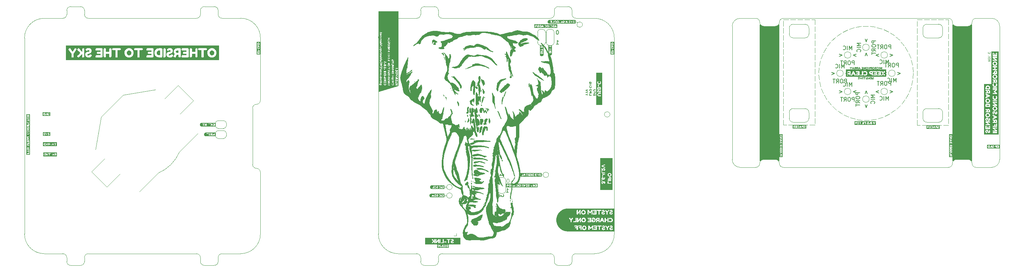
<source format=gbo>
%TF.GenerationSoftware,KiCad,Pcbnew,7.0.2*%
%TF.CreationDate,2023-05-26T09:26:56+02:00*%
%TF.ProjectId,kleinvoet,6b6c6569-6e76-46f6-9574-2e6b69636164,C*%
%TF.SameCoordinates,Original*%
%TF.FileFunction,Legend,Bot*%
%TF.FilePolarity,Positive*%
%FSLAX46Y46*%
G04 Gerber Fmt 4.6, Leading zero omitted, Abs format (unit mm)*
G04 Created by KiCad (PCBNEW 7.0.2) date 2023-05-26 09:26:56*
%MOMM*%
%LPD*%
G01*
G04 APERTURE LIST*
%ADD10C,0.120000*%
%ADD11C,0.150000*%
%ADD12C,0.125000*%
%ADD13C,0.010000*%
%TA.AperFunction,Profile*%
%ADD14C,0.050000*%
%TD*%
G04 APERTURE END LIST*
D10*
X155900000Y-71900000D02*
X155500000Y-71900000D01*
X131375000Y-77175000D02*
X130800000Y-77175000D01*
X131375000Y-75025000D02*
X130725000Y-75025000D01*
X251000000Y-32350000D02*
X252320000Y-32350000D01*
X252800000Y-32350000D02*
X254120000Y-32350000D01*
X254600000Y-32350000D02*
X255920000Y-32350000D01*
X256400000Y-32350000D02*
X257720000Y-32350000D01*
X258200000Y-32350000D02*
X259000000Y-32350000D01*
X259000000Y-32350000D02*
X259000000Y-33670000D01*
X259000000Y-34150000D02*
X259000000Y-35470000D01*
X259000000Y-35950000D02*
X259000000Y-37270000D01*
X259000000Y-37750000D02*
X259000000Y-39070000D01*
X259000000Y-39550000D02*
X259000000Y-40870000D01*
X259000000Y-41350000D02*
X259000000Y-42670000D01*
X259000000Y-43150000D02*
X259000000Y-44470000D01*
X259000000Y-44950000D02*
X259000000Y-46270000D01*
X259000000Y-46750000D02*
X259000000Y-48070000D01*
X259000000Y-48550000D02*
X259000000Y-49870000D01*
X259000000Y-50350000D02*
X259000000Y-51670000D01*
X259000000Y-52150000D02*
X259000000Y-53470000D01*
X259000000Y-53950000D02*
X259000000Y-55270000D01*
X259000000Y-55750000D02*
X259000000Y-57070000D01*
X259000000Y-57550000D02*
X259000000Y-58870000D01*
X259000000Y-59250000D02*
X257680000Y-59250000D01*
X257200000Y-59250000D02*
X255880000Y-59250000D01*
X255400000Y-59250000D02*
X254080000Y-59250000D01*
X253600000Y-59250000D02*
X252280000Y-59250000D01*
X251800000Y-59250000D02*
X251000000Y-59250000D01*
X251000000Y-59250000D02*
X251000000Y-57930000D01*
X251000000Y-57450000D02*
X251000000Y-56130000D01*
X251000000Y-55650000D02*
X251000000Y-54330000D01*
X251000000Y-53850000D02*
X251000000Y-52530000D01*
X251000000Y-52050000D02*
X251000000Y-50730000D01*
X251000000Y-50250000D02*
X251000000Y-48930000D01*
X251000000Y-48450000D02*
X251000000Y-47130000D01*
X251000000Y-46650000D02*
X251000000Y-45330000D01*
X251000000Y-44850000D02*
X251000000Y-43530000D01*
X251000000Y-43050000D02*
X251000000Y-41730000D01*
X251000000Y-41250000D02*
X251000000Y-39930000D01*
X251000000Y-39450000D02*
X251000000Y-38130000D01*
X251000000Y-37650000D02*
X251000000Y-36330000D01*
X251000000Y-35850000D02*
X251000000Y-34530000D01*
X251000000Y-34050000D02*
X251000000Y-32730000D01*
X164400000Y-32900000D02*
X164700000Y-33100000D01*
X217000000Y-32300000D02*
X218320000Y-32300000D01*
X218800000Y-32300000D02*
X220120000Y-32300000D01*
X220600000Y-32300000D02*
X221920000Y-32300000D01*
X222400000Y-32300000D02*
X223720000Y-32300000D01*
X224200000Y-32300000D02*
X225000000Y-32300000D01*
X225000000Y-32300000D02*
X225000000Y-33620000D01*
X225000000Y-34100000D02*
X225000000Y-35420000D01*
X225000000Y-35900000D02*
X225000000Y-37220000D01*
X225000000Y-37700000D02*
X225000000Y-39020000D01*
X225000000Y-39500000D02*
X225000000Y-40820000D01*
X225000000Y-41300000D02*
X225000000Y-42620000D01*
X225000000Y-43100000D02*
X225000000Y-44420000D01*
X225000000Y-44900000D02*
X225000000Y-46220000D01*
X225000000Y-46700000D02*
X225000000Y-48020000D01*
X225000000Y-48500000D02*
X225000000Y-49820000D01*
X225000000Y-50300000D02*
X225000000Y-51620000D01*
X225000000Y-52100000D02*
X225000000Y-53420000D01*
X225000000Y-53900000D02*
X225000000Y-55220000D01*
X225000000Y-55700000D02*
X225000000Y-57020000D01*
X225000000Y-57500000D02*
X225000000Y-58820000D01*
X225000000Y-59200000D02*
X223680000Y-59200000D01*
X223200000Y-59200000D02*
X221880000Y-59200000D01*
X221400000Y-59200000D02*
X220080000Y-59200000D01*
X219600000Y-59200000D02*
X218280000Y-59200000D01*
X217800000Y-59200000D02*
X217000000Y-59200000D01*
X217000000Y-59200000D02*
X217000000Y-57880000D01*
X217000000Y-57400000D02*
X217000000Y-56080000D01*
X217000000Y-55600000D02*
X217000000Y-54280000D01*
X217000000Y-53800000D02*
X217000000Y-52480000D01*
X217000000Y-52000000D02*
X217000000Y-50680000D01*
X217000000Y-50200000D02*
X217000000Y-48880000D01*
X217000000Y-48400000D02*
X217000000Y-47080000D01*
X217000000Y-46600000D02*
X217000000Y-45280000D01*
X217000000Y-44800000D02*
X217000000Y-43480000D01*
X217000000Y-43000000D02*
X217000000Y-41680000D01*
X217000000Y-41200000D02*
X217000000Y-39880000D01*
X217000000Y-39400000D02*
X217000000Y-38080000D01*
X217000000Y-37600000D02*
X217000000Y-36280000D01*
X217000000Y-35800000D02*
X217000000Y-34480000D01*
X217000000Y-34000000D02*
X217000000Y-32680000D01*
X164100000Y-32900000D02*
X164400000Y-32900000D01*
X250000000Y-46000000D02*
X249927473Y-47317339D01*
X249865252Y-47793257D02*
X249596679Y-49084966D01*
X249464037Y-49546242D02*
X249005449Y-50783311D01*
X248805365Y-51219586D02*
X248167061Y-52374234D01*
X247904027Y-52775709D02*
X247100342Y-53822005D01*
X246780266Y-54179665D02*
X245829249Y-55094110D01*
X245459319Y-55399922D02*
X244382328Y-56161982D01*
X243970852Y-56409078D02*
X242792074Y-57001637D01*
X242348293Y-57184469D02*
X241094200Y-57594219D01*
X240628080Y-57708680D02*
X239326837Y-57926420D01*
X238848846Y-57969939D02*
X237529676Y-57990779D01*
X237050549Y-57962380D02*
X235743077Y-57785851D01*
X235273574Y-57686171D02*
X234007165Y-57316239D01*
X233557830Y-57147516D02*
X232360922Y-56592488D01*
X231941846Y-56358512D02*
X230841321Y-55630852D01*
X230461916Y-55336878D02*
X229482489Y-54452929D01*
X229151275Y-54105558D02*
X228314941Y-53085171D01*
X228039357Y-52692204D02*
X227364899Y-51558295D01*
X227151134Y-51128558D02*
X226653699Y-49906592D01*
X226506553Y-49449736D02*
X226197312Y-48167155D01*
X226120090Y-47693440D02*
X226005988Y-46379048D01*
X226000424Y-45899113D02*
X226084023Y-44582429D01*
X226150242Y-44107051D02*
X226429666Y-42817646D01*
X226566181Y-42357501D02*
X227035153Y-41124331D01*
X227238899Y-40689754D02*
X227886887Y-39540513D01*
X228153287Y-39141264D02*
X228965740Y-38101762D01*
X229288812Y-37746806D02*
X230247483Y-36840388D01*
X230619971Y-36537696D02*
X231703331Y-35784719D01*
X232116870Y-35541090D02*
X233300588Y-34958463D01*
X233745891Y-34779369D02*
X235003384Y-34380176D01*
X235470450Y-34269638D02*
X236773477Y-34062846D01*
X237251817Y-34023346D02*
X238571116Y-34013598D01*
X239049987Y-34046024D02*
X240355928Y-34233539D01*
X240824577Y-34337163D02*
X242087832Y-34717729D01*
X242535732Y-34890223D02*
X243727931Y-35455295D01*
X244145025Y-35692786D02*
X245239394Y-36429672D01*
X245616314Y-36726826D02*
X246588275Y-37618978D01*
X246916557Y-37969121D02*
X247744282Y-38996504D01*
X248016553Y-39391773D02*
X248681454Y-40531313D01*
X248891599Y-40962831D02*
X249378743Y-42188937D01*
X249522043Y-42647014D02*
X249820490Y-43932149D01*
X249893727Y-44406497D02*
X249996774Y-45721801D01*
D11*
X146508095Y-76327619D02*
X147079523Y-76327619D01*
X146793809Y-76327619D02*
X146793809Y-75327619D01*
X146793809Y-75327619D02*
X146889047Y-75470476D01*
X146889047Y-75470476D02*
X146984285Y-75565714D01*
X146984285Y-75565714D02*
X147079523Y-75613333D01*
X159238095Y-38577619D02*
X159809523Y-38577619D01*
X159523809Y-38577619D02*
X159523809Y-37577619D01*
X159523809Y-37577619D02*
X159619047Y-37720476D01*
X159619047Y-37720476D02*
X159714285Y-37815714D01*
X159714285Y-37815714D02*
X159809523Y-37863333D01*
D12*
X146971428Y-72907619D02*
X146876190Y-72907619D01*
X146876190Y-72907619D02*
X146780952Y-72955238D01*
X146780952Y-72955238D02*
X146733333Y-73002857D01*
X146733333Y-73002857D02*
X146685714Y-73098095D01*
X146685714Y-73098095D02*
X146638095Y-73288571D01*
X146638095Y-73288571D02*
X146638095Y-73526666D01*
X146638095Y-73526666D02*
X146685714Y-73717142D01*
X146685714Y-73717142D02*
X146733333Y-73812380D01*
X146733333Y-73812380D02*
X146780952Y-73860000D01*
X146780952Y-73860000D02*
X146876190Y-73907619D01*
X146876190Y-73907619D02*
X146971428Y-73907619D01*
X146971428Y-73907619D02*
X147066666Y-73860000D01*
X147066666Y-73860000D02*
X147114285Y-73812380D01*
X147114285Y-73812380D02*
X147161904Y-73717142D01*
X147161904Y-73717142D02*
X147209523Y-73526666D01*
X147209523Y-73526666D02*
X147209523Y-73288571D01*
X147209523Y-73288571D02*
X147161904Y-73098095D01*
X147161904Y-73098095D02*
X147114285Y-73002857D01*
X147114285Y-73002857D02*
X147066666Y-72955238D01*
X147066666Y-72955238D02*
X146971428Y-72907619D01*
D11*
X159571428Y-35077619D02*
X159476190Y-35077619D01*
X159476190Y-35077619D02*
X159380952Y-35125238D01*
X159380952Y-35125238D02*
X159333333Y-35172857D01*
X159333333Y-35172857D02*
X159285714Y-35268095D01*
X159285714Y-35268095D02*
X159238095Y-35458571D01*
X159238095Y-35458571D02*
X159238095Y-35696666D01*
X159238095Y-35696666D02*
X159285714Y-35887142D01*
X159285714Y-35887142D02*
X159333333Y-35982380D01*
X159333333Y-35982380D02*
X159380952Y-36030000D01*
X159380952Y-36030000D02*
X159476190Y-36077619D01*
X159476190Y-36077619D02*
X159571428Y-36077619D01*
X159571428Y-36077619D02*
X159666666Y-36030000D01*
X159666666Y-36030000D02*
X159714285Y-35982380D01*
X159714285Y-35982380D02*
X159761904Y-35887142D01*
X159761904Y-35887142D02*
X159809523Y-35696666D01*
X159809523Y-35696666D02*
X159809523Y-35458571D01*
X159809523Y-35458571D02*
X159761904Y-35268095D01*
X159761904Y-35268095D02*
X159714285Y-35172857D01*
X159714285Y-35172857D02*
X159666666Y-35125238D01*
X159666666Y-35125238D02*
X159571428Y-35077619D01*
D12*
X269068690Y-42645237D02*
X269306785Y-42811903D01*
X269068690Y-42930951D02*
X269568690Y-42930951D01*
X269568690Y-42930951D02*
X269568690Y-42740475D01*
X269568690Y-42740475D02*
X269544880Y-42692856D01*
X269544880Y-42692856D02*
X269521071Y-42669046D01*
X269521071Y-42669046D02*
X269473452Y-42645237D01*
X269473452Y-42645237D02*
X269402023Y-42645237D01*
X269402023Y-42645237D02*
X269354404Y-42669046D01*
X269354404Y-42669046D02*
X269330595Y-42692856D01*
X269330595Y-42692856D02*
X269306785Y-42740475D01*
X269306785Y-42740475D02*
X269306785Y-42930951D01*
X269330595Y-42430951D02*
X269330595Y-42264284D01*
X269068690Y-42192856D02*
X269068690Y-42430951D01*
X269068690Y-42430951D02*
X269568690Y-42430951D01*
X269568690Y-42430951D02*
X269568690Y-42192856D01*
X269568690Y-42049998D02*
X269068690Y-41883332D01*
X269068690Y-41883332D02*
X269568690Y-41716665D01*
X269116309Y-41549999D02*
X269092500Y-41526189D01*
X269092500Y-41526189D02*
X269068690Y-41549999D01*
X269068690Y-41549999D02*
X269092500Y-41573808D01*
X269092500Y-41573808D02*
X269116309Y-41549999D01*
X269116309Y-41549999D02*
X269068690Y-41549999D01*
X269116309Y-40645238D02*
X269092500Y-40669047D01*
X269092500Y-40669047D02*
X269068690Y-40740476D01*
X269068690Y-40740476D02*
X269068690Y-40788095D01*
X269068690Y-40788095D02*
X269092500Y-40859523D01*
X269092500Y-40859523D02*
X269140119Y-40907142D01*
X269140119Y-40907142D02*
X269187738Y-40930952D01*
X269187738Y-40930952D02*
X269282976Y-40954761D01*
X269282976Y-40954761D02*
X269354404Y-40954761D01*
X269354404Y-40954761D02*
X269449642Y-40930952D01*
X269449642Y-40930952D02*
X269497261Y-40907142D01*
X269497261Y-40907142D02*
X269544880Y-40859523D01*
X269544880Y-40859523D02*
X269568690Y-40788095D01*
X269568690Y-40788095D02*
X269568690Y-40740476D01*
X269568690Y-40740476D02*
X269544880Y-40669047D01*
X269544880Y-40669047D02*
X269521071Y-40645238D01*
D11*
%TO.C,MK1404*%
X237795952Y-41558951D02*
X238081666Y-40797047D01*
X238081666Y-40797047D02*
X238367380Y-41558951D01*
X236684619Y-38328572D02*
X235684619Y-38328572D01*
X235684619Y-38328572D02*
X236398904Y-38661905D01*
X236398904Y-38661905D02*
X235684619Y-38995238D01*
X235684619Y-38995238D02*
X236684619Y-38995238D01*
X236684619Y-39471429D02*
X235684619Y-39471429D01*
X236589380Y-40519047D02*
X236637000Y-40471428D01*
X236637000Y-40471428D02*
X236684619Y-40328571D01*
X236684619Y-40328571D02*
X236684619Y-40233333D01*
X236684619Y-40233333D02*
X236637000Y-40090476D01*
X236637000Y-40090476D02*
X236541761Y-39995238D01*
X236541761Y-39995238D02*
X236446523Y-39947619D01*
X236446523Y-39947619D02*
X236256047Y-39900000D01*
X236256047Y-39900000D02*
X236113190Y-39900000D01*
X236113190Y-39900000D02*
X235922714Y-39947619D01*
X235922714Y-39947619D02*
X235827476Y-39995238D01*
X235827476Y-39995238D02*
X235732238Y-40090476D01*
X235732238Y-40090476D02*
X235684619Y-40233333D01*
X235684619Y-40233333D02*
X235684619Y-40328571D01*
X235684619Y-40328571D02*
X235732238Y-40471428D01*
X235732238Y-40471428D02*
X235779857Y-40519047D01*
X237795952Y-37241047D02*
X238081666Y-38002951D01*
X238081666Y-38002951D02*
X238367380Y-37241047D01*
X240494619Y-37733333D02*
X239494619Y-37733333D01*
X239494619Y-37733333D02*
X239494619Y-38114285D01*
X239494619Y-38114285D02*
X239542238Y-38209523D01*
X239542238Y-38209523D02*
X239589857Y-38257142D01*
X239589857Y-38257142D02*
X239685095Y-38304761D01*
X239685095Y-38304761D02*
X239827952Y-38304761D01*
X239827952Y-38304761D02*
X239923190Y-38257142D01*
X239923190Y-38257142D02*
X239970809Y-38209523D01*
X239970809Y-38209523D02*
X240018428Y-38114285D01*
X240018428Y-38114285D02*
X240018428Y-37733333D01*
X239494619Y-38923809D02*
X239494619Y-39114285D01*
X239494619Y-39114285D02*
X239542238Y-39209523D01*
X239542238Y-39209523D02*
X239637476Y-39304761D01*
X239637476Y-39304761D02*
X239827952Y-39352380D01*
X239827952Y-39352380D02*
X240161285Y-39352380D01*
X240161285Y-39352380D02*
X240351761Y-39304761D01*
X240351761Y-39304761D02*
X240447000Y-39209523D01*
X240447000Y-39209523D02*
X240494619Y-39114285D01*
X240494619Y-39114285D02*
X240494619Y-38923809D01*
X240494619Y-38923809D02*
X240447000Y-38828571D01*
X240447000Y-38828571D02*
X240351761Y-38733333D01*
X240351761Y-38733333D02*
X240161285Y-38685714D01*
X240161285Y-38685714D02*
X239827952Y-38685714D01*
X239827952Y-38685714D02*
X239637476Y-38733333D01*
X239637476Y-38733333D02*
X239542238Y-38828571D01*
X239542238Y-38828571D02*
X239494619Y-38923809D01*
X240494619Y-40352380D02*
X240018428Y-40019047D01*
X240494619Y-39780952D02*
X239494619Y-39780952D01*
X239494619Y-39780952D02*
X239494619Y-40161904D01*
X239494619Y-40161904D02*
X239542238Y-40257142D01*
X239542238Y-40257142D02*
X239589857Y-40304761D01*
X239589857Y-40304761D02*
X239685095Y-40352380D01*
X239685095Y-40352380D02*
X239827952Y-40352380D01*
X239827952Y-40352380D02*
X239923190Y-40304761D01*
X239923190Y-40304761D02*
X239970809Y-40257142D01*
X239970809Y-40257142D02*
X240018428Y-40161904D01*
X240018428Y-40161904D02*
X240018428Y-39780952D01*
X239494619Y-40638095D02*
X239494619Y-41209523D01*
X240494619Y-40923809D02*
X239494619Y-40923809D01*
%TO.C,MK1402*%
X246266666Y-44430619D02*
X246266666Y-43430619D01*
X246266666Y-43430619D02*
X245885714Y-43430619D01*
X245885714Y-43430619D02*
X245790476Y-43478238D01*
X245790476Y-43478238D02*
X245742857Y-43525857D01*
X245742857Y-43525857D02*
X245695238Y-43621095D01*
X245695238Y-43621095D02*
X245695238Y-43763952D01*
X245695238Y-43763952D02*
X245742857Y-43859190D01*
X245742857Y-43859190D02*
X245790476Y-43906809D01*
X245790476Y-43906809D02*
X245885714Y-43954428D01*
X245885714Y-43954428D02*
X246266666Y-43954428D01*
X245076190Y-43430619D02*
X244885714Y-43430619D01*
X244885714Y-43430619D02*
X244790476Y-43478238D01*
X244790476Y-43478238D02*
X244695238Y-43573476D01*
X244695238Y-43573476D02*
X244647619Y-43763952D01*
X244647619Y-43763952D02*
X244647619Y-44097285D01*
X244647619Y-44097285D02*
X244695238Y-44287761D01*
X244695238Y-44287761D02*
X244790476Y-44383000D01*
X244790476Y-44383000D02*
X244885714Y-44430619D01*
X244885714Y-44430619D02*
X245076190Y-44430619D01*
X245076190Y-44430619D02*
X245171428Y-44383000D01*
X245171428Y-44383000D02*
X245266666Y-44287761D01*
X245266666Y-44287761D02*
X245314285Y-44097285D01*
X245314285Y-44097285D02*
X245314285Y-43763952D01*
X245314285Y-43763952D02*
X245266666Y-43573476D01*
X245266666Y-43573476D02*
X245171428Y-43478238D01*
X245171428Y-43478238D02*
X245076190Y-43430619D01*
X243647619Y-44430619D02*
X243980952Y-43954428D01*
X244219047Y-44430619D02*
X244219047Y-43430619D01*
X244219047Y-43430619D02*
X243838095Y-43430619D01*
X243838095Y-43430619D02*
X243742857Y-43478238D01*
X243742857Y-43478238D02*
X243695238Y-43525857D01*
X243695238Y-43525857D02*
X243647619Y-43621095D01*
X243647619Y-43621095D02*
X243647619Y-43763952D01*
X243647619Y-43763952D02*
X243695238Y-43859190D01*
X243695238Y-43859190D02*
X243742857Y-43906809D01*
X243742857Y-43906809D02*
X243838095Y-43954428D01*
X243838095Y-43954428D02*
X244219047Y-43954428D01*
X243361904Y-43430619D02*
X242790476Y-43430619D01*
X243076190Y-44430619D02*
X243076190Y-43430619D01*
X243202953Y-45795952D02*
X242441048Y-46081666D01*
X242441048Y-46081666D02*
X243202953Y-46367380D01*
X245671427Y-48240619D02*
X245671427Y-47240619D01*
X245671427Y-47240619D02*
X245338094Y-47954904D01*
X245338094Y-47954904D02*
X245004761Y-47240619D01*
X245004761Y-47240619D02*
X245004761Y-48240619D01*
X244528570Y-48240619D02*
X244528570Y-47240619D01*
X243480952Y-48145380D02*
X243528571Y-48193000D01*
X243528571Y-48193000D02*
X243671428Y-48240619D01*
X243671428Y-48240619D02*
X243766666Y-48240619D01*
X243766666Y-48240619D02*
X243909523Y-48193000D01*
X243909523Y-48193000D02*
X244004761Y-48097761D01*
X244004761Y-48097761D02*
X244052380Y-48002523D01*
X244052380Y-48002523D02*
X244099999Y-47812047D01*
X244099999Y-47812047D02*
X244099999Y-47669190D01*
X244099999Y-47669190D02*
X244052380Y-47478714D01*
X244052380Y-47478714D02*
X244004761Y-47383476D01*
X244004761Y-47383476D02*
X243909523Y-47288238D01*
X243909523Y-47288238D02*
X243766666Y-47240619D01*
X243766666Y-47240619D02*
X243671428Y-47240619D01*
X243671428Y-47240619D02*
X243528571Y-47288238D01*
X243528571Y-47288238D02*
X243480952Y-47335857D01*
X245997048Y-45795952D02*
X246758953Y-46081666D01*
X246758953Y-46081666D02*
X245997048Y-46367380D01*
%TO.C,MK1401*%
X233066666Y-48494619D02*
X233066666Y-47494619D01*
X233066666Y-47494619D02*
X232685714Y-47494619D01*
X232685714Y-47494619D02*
X232590476Y-47542238D01*
X232590476Y-47542238D02*
X232542857Y-47589857D01*
X232542857Y-47589857D02*
X232495238Y-47685095D01*
X232495238Y-47685095D02*
X232495238Y-47827952D01*
X232495238Y-47827952D02*
X232542857Y-47923190D01*
X232542857Y-47923190D02*
X232590476Y-47970809D01*
X232590476Y-47970809D02*
X232685714Y-48018428D01*
X232685714Y-48018428D02*
X233066666Y-48018428D01*
X231876190Y-47494619D02*
X231685714Y-47494619D01*
X231685714Y-47494619D02*
X231590476Y-47542238D01*
X231590476Y-47542238D02*
X231495238Y-47637476D01*
X231495238Y-47637476D02*
X231447619Y-47827952D01*
X231447619Y-47827952D02*
X231447619Y-48161285D01*
X231447619Y-48161285D02*
X231495238Y-48351761D01*
X231495238Y-48351761D02*
X231590476Y-48447000D01*
X231590476Y-48447000D02*
X231685714Y-48494619D01*
X231685714Y-48494619D02*
X231876190Y-48494619D01*
X231876190Y-48494619D02*
X231971428Y-48447000D01*
X231971428Y-48447000D02*
X232066666Y-48351761D01*
X232066666Y-48351761D02*
X232114285Y-48161285D01*
X232114285Y-48161285D02*
X232114285Y-47827952D01*
X232114285Y-47827952D02*
X232066666Y-47637476D01*
X232066666Y-47637476D02*
X231971428Y-47542238D01*
X231971428Y-47542238D02*
X231876190Y-47494619D01*
X230447619Y-48494619D02*
X230780952Y-48018428D01*
X231019047Y-48494619D02*
X231019047Y-47494619D01*
X231019047Y-47494619D02*
X230638095Y-47494619D01*
X230638095Y-47494619D02*
X230542857Y-47542238D01*
X230542857Y-47542238D02*
X230495238Y-47589857D01*
X230495238Y-47589857D02*
X230447619Y-47685095D01*
X230447619Y-47685095D02*
X230447619Y-47827952D01*
X230447619Y-47827952D02*
X230495238Y-47923190D01*
X230495238Y-47923190D02*
X230542857Y-47970809D01*
X230542857Y-47970809D02*
X230638095Y-48018428D01*
X230638095Y-48018428D02*
X231019047Y-48018428D01*
X230161904Y-47494619D02*
X229590476Y-47494619D01*
X229876190Y-48494619D02*
X229876190Y-47494619D01*
X232471427Y-44684619D02*
X232471427Y-43684619D01*
X232471427Y-43684619D02*
X232138094Y-44398904D01*
X232138094Y-44398904D02*
X231804761Y-43684619D01*
X231804761Y-43684619D02*
X231804761Y-44684619D01*
X231328570Y-44684619D02*
X231328570Y-43684619D01*
X230280952Y-44589380D02*
X230328571Y-44637000D01*
X230328571Y-44637000D02*
X230471428Y-44684619D01*
X230471428Y-44684619D02*
X230566666Y-44684619D01*
X230566666Y-44684619D02*
X230709523Y-44637000D01*
X230709523Y-44637000D02*
X230804761Y-44541761D01*
X230804761Y-44541761D02*
X230852380Y-44446523D01*
X230852380Y-44446523D02*
X230899999Y-44256047D01*
X230899999Y-44256047D02*
X230899999Y-44113190D01*
X230899999Y-44113190D02*
X230852380Y-43922714D01*
X230852380Y-43922714D02*
X230804761Y-43827476D01*
X230804761Y-43827476D02*
X230709523Y-43732238D01*
X230709523Y-43732238D02*
X230566666Y-43684619D01*
X230566666Y-43684619D02*
X230471428Y-43684619D01*
X230471428Y-43684619D02*
X230328571Y-43732238D01*
X230328571Y-43732238D02*
X230280952Y-43779857D01*
X229241048Y-45795952D02*
X230002953Y-46081666D01*
X230002953Y-46081666D02*
X229241048Y-46367380D01*
X233558953Y-45795952D02*
X232797048Y-46081666D01*
X232797048Y-46081666D02*
X233558953Y-46367380D01*
%TO.C,MK1403*%
X237795952Y-51202951D02*
X238081666Y-50441047D01*
X238081666Y-50441047D02*
X238367380Y-51202951D01*
X240240619Y-51528572D02*
X239240619Y-51528572D01*
X239240619Y-51528572D02*
X239954904Y-51861905D01*
X239954904Y-51861905D02*
X239240619Y-52195238D01*
X239240619Y-52195238D02*
X240240619Y-52195238D01*
X240240619Y-52671429D02*
X239240619Y-52671429D01*
X240145380Y-53719047D02*
X240193000Y-53671428D01*
X240193000Y-53671428D02*
X240240619Y-53528571D01*
X240240619Y-53528571D02*
X240240619Y-53433333D01*
X240240619Y-53433333D02*
X240193000Y-53290476D01*
X240193000Y-53290476D02*
X240097761Y-53195238D01*
X240097761Y-53195238D02*
X240002523Y-53147619D01*
X240002523Y-53147619D02*
X239812047Y-53100000D01*
X239812047Y-53100000D02*
X239669190Y-53100000D01*
X239669190Y-53100000D02*
X239478714Y-53147619D01*
X239478714Y-53147619D02*
X239383476Y-53195238D01*
X239383476Y-53195238D02*
X239288238Y-53290476D01*
X239288238Y-53290476D02*
X239240619Y-53433333D01*
X239240619Y-53433333D02*
X239240619Y-53528571D01*
X239240619Y-53528571D02*
X239288238Y-53671428D01*
X239288238Y-53671428D02*
X239335857Y-53719047D01*
X237795952Y-53997047D02*
X238081666Y-54758951D01*
X238081666Y-54758951D02*
X238367380Y-53997047D01*
X236430619Y-50933333D02*
X235430619Y-50933333D01*
X235430619Y-50933333D02*
X235430619Y-51314285D01*
X235430619Y-51314285D02*
X235478238Y-51409523D01*
X235478238Y-51409523D02*
X235525857Y-51457142D01*
X235525857Y-51457142D02*
X235621095Y-51504761D01*
X235621095Y-51504761D02*
X235763952Y-51504761D01*
X235763952Y-51504761D02*
X235859190Y-51457142D01*
X235859190Y-51457142D02*
X235906809Y-51409523D01*
X235906809Y-51409523D02*
X235954428Y-51314285D01*
X235954428Y-51314285D02*
X235954428Y-50933333D01*
X235430619Y-52123809D02*
X235430619Y-52314285D01*
X235430619Y-52314285D02*
X235478238Y-52409523D01*
X235478238Y-52409523D02*
X235573476Y-52504761D01*
X235573476Y-52504761D02*
X235763952Y-52552380D01*
X235763952Y-52552380D02*
X236097285Y-52552380D01*
X236097285Y-52552380D02*
X236287761Y-52504761D01*
X236287761Y-52504761D02*
X236383000Y-52409523D01*
X236383000Y-52409523D02*
X236430619Y-52314285D01*
X236430619Y-52314285D02*
X236430619Y-52123809D01*
X236430619Y-52123809D02*
X236383000Y-52028571D01*
X236383000Y-52028571D02*
X236287761Y-51933333D01*
X236287761Y-51933333D02*
X236097285Y-51885714D01*
X236097285Y-51885714D02*
X235763952Y-51885714D01*
X235763952Y-51885714D02*
X235573476Y-51933333D01*
X235573476Y-51933333D02*
X235478238Y-52028571D01*
X235478238Y-52028571D02*
X235430619Y-52123809D01*
X236430619Y-53552380D02*
X235954428Y-53219047D01*
X236430619Y-52980952D02*
X235430619Y-52980952D01*
X235430619Y-52980952D02*
X235430619Y-53361904D01*
X235430619Y-53361904D02*
X235478238Y-53457142D01*
X235478238Y-53457142D02*
X235525857Y-53504761D01*
X235525857Y-53504761D02*
X235621095Y-53552380D01*
X235621095Y-53552380D02*
X235763952Y-53552380D01*
X235763952Y-53552380D02*
X235859190Y-53504761D01*
X235859190Y-53504761D02*
X235906809Y-53457142D01*
X235906809Y-53457142D02*
X235954428Y-53361904D01*
X235954428Y-53361904D02*
X235954428Y-52980952D01*
X235430619Y-53838095D02*
X235430619Y-54409523D01*
X236430619Y-54123809D02*
X235430619Y-54123809D01*
%TO.C,MK1405*%
X235508953Y-50445952D02*
X234747048Y-50731666D01*
X234747048Y-50731666D02*
X235508953Y-51017380D01*
X235016666Y-53144619D02*
X235016666Y-52144619D01*
X235016666Y-52144619D02*
X234635714Y-52144619D01*
X234635714Y-52144619D02*
X234540476Y-52192238D01*
X234540476Y-52192238D02*
X234492857Y-52239857D01*
X234492857Y-52239857D02*
X234445238Y-52335095D01*
X234445238Y-52335095D02*
X234445238Y-52477952D01*
X234445238Y-52477952D02*
X234492857Y-52573190D01*
X234492857Y-52573190D02*
X234540476Y-52620809D01*
X234540476Y-52620809D02*
X234635714Y-52668428D01*
X234635714Y-52668428D02*
X235016666Y-52668428D01*
X233826190Y-52144619D02*
X233635714Y-52144619D01*
X233635714Y-52144619D02*
X233540476Y-52192238D01*
X233540476Y-52192238D02*
X233445238Y-52287476D01*
X233445238Y-52287476D02*
X233397619Y-52477952D01*
X233397619Y-52477952D02*
X233397619Y-52811285D01*
X233397619Y-52811285D02*
X233445238Y-53001761D01*
X233445238Y-53001761D02*
X233540476Y-53097000D01*
X233540476Y-53097000D02*
X233635714Y-53144619D01*
X233635714Y-53144619D02*
X233826190Y-53144619D01*
X233826190Y-53144619D02*
X233921428Y-53097000D01*
X233921428Y-53097000D02*
X234016666Y-53001761D01*
X234016666Y-53001761D02*
X234064285Y-52811285D01*
X234064285Y-52811285D02*
X234064285Y-52477952D01*
X234064285Y-52477952D02*
X234016666Y-52287476D01*
X234016666Y-52287476D02*
X233921428Y-52192238D01*
X233921428Y-52192238D02*
X233826190Y-52144619D01*
X232397619Y-53144619D02*
X232730952Y-52668428D01*
X232969047Y-53144619D02*
X232969047Y-52144619D01*
X232969047Y-52144619D02*
X232588095Y-52144619D01*
X232588095Y-52144619D02*
X232492857Y-52192238D01*
X232492857Y-52192238D02*
X232445238Y-52239857D01*
X232445238Y-52239857D02*
X232397619Y-52335095D01*
X232397619Y-52335095D02*
X232397619Y-52477952D01*
X232397619Y-52477952D02*
X232445238Y-52573190D01*
X232445238Y-52573190D02*
X232492857Y-52620809D01*
X232492857Y-52620809D02*
X232588095Y-52668428D01*
X232588095Y-52668428D02*
X232969047Y-52668428D01*
X232111904Y-52144619D02*
X231540476Y-52144619D01*
X231826190Y-53144619D02*
X231826190Y-52144619D01*
X234421427Y-49334619D02*
X234421427Y-48334619D01*
X234421427Y-48334619D02*
X234088094Y-49048904D01*
X234088094Y-49048904D02*
X233754761Y-48334619D01*
X233754761Y-48334619D02*
X233754761Y-49334619D01*
X233278570Y-49334619D02*
X233278570Y-48334619D01*
X232230952Y-49239380D02*
X232278571Y-49287000D01*
X232278571Y-49287000D02*
X232421428Y-49334619D01*
X232421428Y-49334619D02*
X232516666Y-49334619D01*
X232516666Y-49334619D02*
X232659523Y-49287000D01*
X232659523Y-49287000D02*
X232754761Y-49191761D01*
X232754761Y-49191761D02*
X232802380Y-49096523D01*
X232802380Y-49096523D02*
X232849999Y-48906047D01*
X232849999Y-48906047D02*
X232849999Y-48763190D01*
X232849999Y-48763190D02*
X232802380Y-48572714D01*
X232802380Y-48572714D02*
X232754761Y-48477476D01*
X232754761Y-48477476D02*
X232659523Y-48382238D01*
X232659523Y-48382238D02*
X232516666Y-48334619D01*
X232516666Y-48334619D02*
X232421428Y-48334619D01*
X232421428Y-48334619D02*
X232278571Y-48382238D01*
X232278571Y-48382238D02*
X232230952Y-48429857D01*
X231191048Y-50445952D02*
X231952953Y-50731666D01*
X231952953Y-50731666D02*
X231191048Y-51017380D01*
%TO.C,MK1407*%
X231191048Y-41145952D02*
X231952953Y-41431666D01*
X231952953Y-41431666D02*
X231191048Y-41717380D01*
X234421427Y-40034619D02*
X234421427Y-39034619D01*
X234421427Y-39034619D02*
X234088094Y-39748904D01*
X234088094Y-39748904D02*
X233754761Y-39034619D01*
X233754761Y-39034619D02*
X233754761Y-40034619D01*
X233278570Y-40034619D02*
X233278570Y-39034619D01*
X232230952Y-39939380D02*
X232278571Y-39987000D01*
X232278571Y-39987000D02*
X232421428Y-40034619D01*
X232421428Y-40034619D02*
X232516666Y-40034619D01*
X232516666Y-40034619D02*
X232659523Y-39987000D01*
X232659523Y-39987000D02*
X232754761Y-39891761D01*
X232754761Y-39891761D02*
X232802380Y-39796523D01*
X232802380Y-39796523D02*
X232849999Y-39606047D01*
X232849999Y-39606047D02*
X232849999Y-39463190D01*
X232849999Y-39463190D02*
X232802380Y-39272714D01*
X232802380Y-39272714D02*
X232754761Y-39177476D01*
X232754761Y-39177476D02*
X232659523Y-39082238D01*
X232659523Y-39082238D02*
X232516666Y-39034619D01*
X232516666Y-39034619D02*
X232421428Y-39034619D01*
X232421428Y-39034619D02*
X232278571Y-39082238D01*
X232278571Y-39082238D02*
X232230952Y-39129857D01*
X235016666Y-43844619D02*
X235016666Y-42844619D01*
X235016666Y-42844619D02*
X234635714Y-42844619D01*
X234635714Y-42844619D02*
X234540476Y-42892238D01*
X234540476Y-42892238D02*
X234492857Y-42939857D01*
X234492857Y-42939857D02*
X234445238Y-43035095D01*
X234445238Y-43035095D02*
X234445238Y-43177952D01*
X234445238Y-43177952D02*
X234492857Y-43273190D01*
X234492857Y-43273190D02*
X234540476Y-43320809D01*
X234540476Y-43320809D02*
X234635714Y-43368428D01*
X234635714Y-43368428D02*
X235016666Y-43368428D01*
X233826190Y-42844619D02*
X233635714Y-42844619D01*
X233635714Y-42844619D02*
X233540476Y-42892238D01*
X233540476Y-42892238D02*
X233445238Y-42987476D01*
X233445238Y-42987476D02*
X233397619Y-43177952D01*
X233397619Y-43177952D02*
X233397619Y-43511285D01*
X233397619Y-43511285D02*
X233445238Y-43701761D01*
X233445238Y-43701761D02*
X233540476Y-43797000D01*
X233540476Y-43797000D02*
X233635714Y-43844619D01*
X233635714Y-43844619D02*
X233826190Y-43844619D01*
X233826190Y-43844619D02*
X233921428Y-43797000D01*
X233921428Y-43797000D02*
X234016666Y-43701761D01*
X234016666Y-43701761D02*
X234064285Y-43511285D01*
X234064285Y-43511285D02*
X234064285Y-43177952D01*
X234064285Y-43177952D02*
X234016666Y-42987476D01*
X234016666Y-42987476D02*
X233921428Y-42892238D01*
X233921428Y-42892238D02*
X233826190Y-42844619D01*
X232397619Y-43844619D02*
X232730952Y-43368428D01*
X232969047Y-43844619D02*
X232969047Y-42844619D01*
X232969047Y-42844619D02*
X232588095Y-42844619D01*
X232588095Y-42844619D02*
X232492857Y-42892238D01*
X232492857Y-42892238D02*
X232445238Y-42939857D01*
X232445238Y-42939857D02*
X232397619Y-43035095D01*
X232397619Y-43035095D02*
X232397619Y-43177952D01*
X232397619Y-43177952D02*
X232445238Y-43273190D01*
X232445238Y-43273190D02*
X232492857Y-43320809D01*
X232492857Y-43320809D02*
X232588095Y-43368428D01*
X232588095Y-43368428D02*
X232969047Y-43368428D01*
X232111904Y-42844619D02*
X231540476Y-42844619D01*
X231826190Y-43844619D02*
X231826190Y-42844619D01*
X235508953Y-41145952D02*
X234747048Y-41431666D01*
X234747048Y-41431666D02*
X235508953Y-41717380D01*
%TO.C,MK1406*%
X241252953Y-41145952D02*
X240491048Y-41431666D01*
X240491048Y-41431666D02*
X241252953Y-41717380D01*
X244316666Y-39780619D02*
X244316666Y-38780619D01*
X244316666Y-38780619D02*
X243935714Y-38780619D01*
X243935714Y-38780619D02*
X243840476Y-38828238D01*
X243840476Y-38828238D02*
X243792857Y-38875857D01*
X243792857Y-38875857D02*
X243745238Y-38971095D01*
X243745238Y-38971095D02*
X243745238Y-39113952D01*
X243745238Y-39113952D02*
X243792857Y-39209190D01*
X243792857Y-39209190D02*
X243840476Y-39256809D01*
X243840476Y-39256809D02*
X243935714Y-39304428D01*
X243935714Y-39304428D02*
X244316666Y-39304428D01*
X243126190Y-38780619D02*
X242935714Y-38780619D01*
X242935714Y-38780619D02*
X242840476Y-38828238D01*
X242840476Y-38828238D02*
X242745238Y-38923476D01*
X242745238Y-38923476D02*
X242697619Y-39113952D01*
X242697619Y-39113952D02*
X242697619Y-39447285D01*
X242697619Y-39447285D02*
X242745238Y-39637761D01*
X242745238Y-39637761D02*
X242840476Y-39733000D01*
X242840476Y-39733000D02*
X242935714Y-39780619D01*
X242935714Y-39780619D02*
X243126190Y-39780619D01*
X243126190Y-39780619D02*
X243221428Y-39733000D01*
X243221428Y-39733000D02*
X243316666Y-39637761D01*
X243316666Y-39637761D02*
X243364285Y-39447285D01*
X243364285Y-39447285D02*
X243364285Y-39113952D01*
X243364285Y-39113952D02*
X243316666Y-38923476D01*
X243316666Y-38923476D02*
X243221428Y-38828238D01*
X243221428Y-38828238D02*
X243126190Y-38780619D01*
X241697619Y-39780619D02*
X242030952Y-39304428D01*
X242269047Y-39780619D02*
X242269047Y-38780619D01*
X242269047Y-38780619D02*
X241888095Y-38780619D01*
X241888095Y-38780619D02*
X241792857Y-38828238D01*
X241792857Y-38828238D02*
X241745238Y-38875857D01*
X241745238Y-38875857D02*
X241697619Y-38971095D01*
X241697619Y-38971095D02*
X241697619Y-39113952D01*
X241697619Y-39113952D02*
X241745238Y-39209190D01*
X241745238Y-39209190D02*
X241792857Y-39256809D01*
X241792857Y-39256809D02*
X241888095Y-39304428D01*
X241888095Y-39304428D02*
X242269047Y-39304428D01*
X241411904Y-38780619D02*
X240840476Y-38780619D01*
X241126190Y-39780619D02*
X241126190Y-38780619D01*
X244047048Y-41145952D02*
X244808953Y-41431666D01*
X244808953Y-41431666D02*
X244047048Y-41717380D01*
X243721427Y-43590619D02*
X243721427Y-42590619D01*
X243721427Y-42590619D02*
X243388094Y-43304904D01*
X243388094Y-43304904D02*
X243054761Y-42590619D01*
X243054761Y-42590619D02*
X243054761Y-43590619D01*
X242578570Y-43590619D02*
X242578570Y-42590619D01*
X241530952Y-43495380D02*
X241578571Y-43543000D01*
X241578571Y-43543000D02*
X241721428Y-43590619D01*
X241721428Y-43590619D02*
X241816666Y-43590619D01*
X241816666Y-43590619D02*
X241959523Y-43543000D01*
X241959523Y-43543000D02*
X242054761Y-43447761D01*
X242054761Y-43447761D02*
X242102380Y-43352523D01*
X242102380Y-43352523D02*
X242149999Y-43162047D01*
X242149999Y-43162047D02*
X242149999Y-43019190D01*
X242149999Y-43019190D02*
X242102380Y-42828714D01*
X242102380Y-42828714D02*
X242054761Y-42733476D01*
X242054761Y-42733476D02*
X241959523Y-42638238D01*
X241959523Y-42638238D02*
X241816666Y-42590619D01*
X241816666Y-42590619D02*
X241721428Y-42590619D01*
X241721428Y-42590619D02*
X241578571Y-42638238D01*
X241578571Y-42638238D02*
X241530952Y-42685857D01*
%TO.C,MK1408*%
X241252953Y-50445952D02*
X240491048Y-50731666D01*
X240491048Y-50731666D02*
X241252953Y-51017380D01*
X243721427Y-52890619D02*
X243721427Y-51890619D01*
X243721427Y-51890619D02*
X243388094Y-52604904D01*
X243388094Y-52604904D02*
X243054761Y-51890619D01*
X243054761Y-51890619D02*
X243054761Y-52890619D01*
X242578570Y-52890619D02*
X242578570Y-51890619D01*
X241530952Y-52795380D02*
X241578571Y-52843000D01*
X241578571Y-52843000D02*
X241721428Y-52890619D01*
X241721428Y-52890619D02*
X241816666Y-52890619D01*
X241816666Y-52890619D02*
X241959523Y-52843000D01*
X241959523Y-52843000D02*
X242054761Y-52747761D01*
X242054761Y-52747761D02*
X242102380Y-52652523D01*
X242102380Y-52652523D02*
X242149999Y-52462047D01*
X242149999Y-52462047D02*
X242149999Y-52319190D01*
X242149999Y-52319190D02*
X242102380Y-52128714D01*
X242102380Y-52128714D02*
X242054761Y-52033476D01*
X242054761Y-52033476D02*
X241959523Y-51938238D01*
X241959523Y-51938238D02*
X241816666Y-51890619D01*
X241816666Y-51890619D02*
X241721428Y-51890619D01*
X241721428Y-51890619D02*
X241578571Y-51938238D01*
X241578571Y-51938238D02*
X241530952Y-51985857D01*
X244316666Y-49080619D02*
X244316666Y-48080619D01*
X244316666Y-48080619D02*
X243935714Y-48080619D01*
X243935714Y-48080619D02*
X243840476Y-48128238D01*
X243840476Y-48128238D02*
X243792857Y-48175857D01*
X243792857Y-48175857D02*
X243745238Y-48271095D01*
X243745238Y-48271095D02*
X243745238Y-48413952D01*
X243745238Y-48413952D02*
X243792857Y-48509190D01*
X243792857Y-48509190D02*
X243840476Y-48556809D01*
X243840476Y-48556809D02*
X243935714Y-48604428D01*
X243935714Y-48604428D02*
X244316666Y-48604428D01*
X243126190Y-48080619D02*
X242935714Y-48080619D01*
X242935714Y-48080619D02*
X242840476Y-48128238D01*
X242840476Y-48128238D02*
X242745238Y-48223476D01*
X242745238Y-48223476D02*
X242697619Y-48413952D01*
X242697619Y-48413952D02*
X242697619Y-48747285D01*
X242697619Y-48747285D02*
X242745238Y-48937761D01*
X242745238Y-48937761D02*
X242840476Y-49033000D01*
X242840476Y-49033000D02*
X242935714Y-49080619D01*
X242935714Y-49080619D02*
X243126190Y-49080619D01*
X243126190Y-49080619D02*
X243221428Y-49033000D01*
X243221428Y-49033000D02*
X243316666Y-48937761D01*
X243316666Y-48937761D02*
X243364285Y-48747285D01*
X243364285Y-48747285D02*
X243364285Y-48413952D01*
X243364285Y-48413952D02*
X243316666Y-48223476D01*
X243316666Y-48223476D02*
X243221428Y-48128238D01*
X243221428Y-48128238D02*
X243126190Y-48080619D01*
X241697619Y-49080619D02*
X242030952Y-48604428D01*
X242269047Y-49080619D02*
X242269047Y-48080619D01*
X242269047Y-48080619D02*
X241888095Y-48080619D01*
X241888095Y-48080619D02*
X241792857Y-48128238D01*
X241792857Y-48128238D02*
X241745238Y-48175857D01*
X241745238Y-48175857D02*
X241697619Y-48271095D01*
X241697619Y-48271095D02*
X241697619Y-48413952D01*
X241697619Y-48413952D02*
X241745238Y-48509190D01*
X241745238Y-48509190D02*
X241792857Y-48556809D01*
X241792857Y-48556809D02*
X241888095Y-48604428D01*
X241888095Y-48604428D02*
X242269047Y-48604428D01*
X241411904Y-48080619D02*
X240840476Y-48080619D01*
X241126190Y-49080619D02*
X241126190Y-48080619D01*
X244047048Y-50445952D02*
X244808953Y-50731666D01*
X244808953Y-50731666D02*
X244047048Y-51017380D01*
%TO.C,JP1401*%
X145862619Y-72285714D02*
X145862619Y-71714286D01*
X145862619Y-72000000D02*
X144862619Y-72000000D01*
X144862619Y-72000000D02*
X145005476Y-71904762D01*
X145005476Y-71904762D02*
X145100714Y-71809524D01*
X145100714Y-71809524D02*
X145148333Y-71714286D01*
X144862619Y-76866667D02*
X144862619Y-77485714D01*
X144862619Y-77485714D02*
X145243571Y-77152381D01*
X145243571Y-77152381D02*
X145243571Y-77295238D01*
X145243571Y-77295238D02*
X145291190Y-77390476D01*
X145291190Y-77390476D02*
X145338809Y-77438095D01*
X145338809Y-77438095D02*
X145434047Y-77485714D01*
X145434047Y-77485714D02*
X145672142Y-77485714D01*
X145672142Y-77485714D02*
X145767380Y-77438095D01*
X145767380Y-77438095D02*
X145815000Y-77390476D01*
X145815000Y-77390476D02*
X145862619Y-77295238D01*
X145862619Y-77295238D02*
X145862619Y-77009524D01*
X145862619Y-77009524D02*
X145815000Y-76914286D01*
X145815000Y-76914286D02*
X145767380Y-76866667D01*
D10*
%TO.C,MK1404*%
X238840000Y-39400000D02*
G75*
G03*
X238840000Y-39400000I-840000J0D01*
G01*
%TO.C,MK1402*%
X245440000Y-46000000D02*
G75*
G03*
X245440000Y-46000000I-840000J0D01*
G01*
%TO.C,MK1401*%
X232240000Y-46000000D02*
G75*
G03*
X232240000Y-46000000I-840000J0D01*
G01*
%TO.C,MK1403*%
X238840000Y-52600000D02*
G75*
G03*
X238840000Y-52600000I-840000J0D01*
G01*
%TO.C,MK1405*%
X234190000Y-50650000D02*
G75*
G03*
X234190000Y-50650000I-840000J0D01*
G01*
%TO.C,MK1407*%
X234190000Y-41350000D02*
G75*
G03*
X234190000Y-41350000I-840000J0D01*
G01*
%TO.C,MK1406*%
X243490000Y-41350000D02*
G75*
G03*
X243490000Y-41350000I-840000J0D01*
G01*
%TO.C,MK1408*%
X243490000Y-50650000D02*
G75*
G03*
X243490000Y-50650000I-840000J0D01*
G01*
%TO.C,TP902*%
X172900000Y-56500000D02*
G75*
G03*
X172900000Y-56500000I-700000J0D01*
G01*
%TO.C,JP401*%
X158000000Y-34800000D02*
X157400000Y-34800000D01*
X156700000Y-35450000D02*
X156700000Y-38250000D01*
X158700000Y-38250000D02*
X158700000Y-35450000D01*
X157400000Y-38900000D02*
X158000000Y-38900000D01*
X158700000Y-35500000D02*
G75*
G03*
X158000000Y-34800000I-699999J1D01*
G01*
X157400000Y-34800000D02*
G75*
G03*
X156700000Y-35500000I-1J-699999D01*
G01*
X158000000Y-38900000D02*
G75*
G03*
X158700000Y-38200000I0J700000D01*
G01*
X156700000Y-38200000D02*
G75*
G03*
X157400000Y-38900000I700000J0D01*
G01*
%TO.C,JP402*%
X155800000Y-34800000D02*
X155200000Y-34800000D01*
X154500000Y-35450000D02*
X154500000Y-38250000D01*
X156500000Y-38250000D02*
X156500000Y-35450000D01*
X155200000Y-38900000D02*
X155800000Y-38900000D01*
X156500000Y-35500000D02*
G75*
G03*
X155800000Y-34800000I-699999J1D01*
G01*
X155200000Y-34800000D02*
G75*
G03*
X154500000Y-35500000I-1J-699999D01*
G01*
X155800000Y-38900000D02*
G75*
G03*
X156500000Y-38200000I0J700000D01*
G01*
X154500000Y-38200000D02*
G75*
G03*
X155200000Y-38900000I700000J0D01*
G01*
%TO.C,TP406*%
X132775000Y-77175000D02*
G75*
G03*
X132775000Y-77175000I-700000J0D01*
G01*
%TO.C,TP407*%
X132775000Y-75025000D02*
G75*
G03*
X132775000Y-75025000I-700000J0D01*
G01*
%TO.C,TP904*%
X165900000Y-33600000D02*
G75*
G03*
X165900000Y-33600000I-700000J0D01*
G01*
%TO.C,kibuzzard-644FD1E4*%
G36*
X161946928Y-32949609D02*
G01*
X161841359Y-32949609D01*
X161894540Y-32840866D01*
X161946928Y-32949609D01*
G37*
G36*
X160768209Y-32949609D02*
G01*
X160662640Y-32949609D01*
X160715821Y-32840866D01*
X160768209Y-32949609D01*
G37*
G36*
X159692281Y-32753454D02*
G01*
X159740303Y-32786494D01*
X159765438Y-32818817D01*
X159780519Y-32857049D01*
X159785546Y-32901191D01*
X159780475Y-32945332D01*
X159765262Y-32983564D01*
X159739906Y-33015887D01*
X159691586Y-33048927D01*
X159637909Y-33059941D01*
X159584331Y-33049225D01*
X159536309Y-33017078D01*
X159511173Y-32985240D01*
X159496092Y-32946875D01*
X159491065Y-32901984D01*
X159496136Y-32857005D01*
X159511350Y-32818376D01*
X159536706Y-32786097D01*
X159585025Y-32753355D01*
X159638703Y-32742441D01*
X159692281Y-32753454D01*
G37*
G36*
X164130798Y-33366593D02*
G01*
X163965434Y-33366593D01*
X163745565Y-33366593D01*
X163187559Y-33366593D01*
X162641459Y-33366593D01*
X161690943Y-33366593D01*
X161121428Y-33366593D01*
X160512224Y-33366593D01*
X160024465Y-33366593D01*
X159636321Y-33366593D01*
X159017990Y-33366593D01*
X158477049Y-33366593D01*
X157771803Y-33366593D01*
X157701159Y-33366593D01*
X157535794Y-33366593D01*
X157490060Y-33364346D01*
X157444767Y-33357627D01*
X157400350Y-33346501D01*
X157357237Y-33331075D01*
X157315844Y-33311498D01*
X157276569Y-33287958D01*
X157239791Y-33260681D01*
X157205863Y-33229931D01*
X157175113Y-33196003D01*
X157147837Y-33159225D01*
X157124961Y-33121059D01*
X157701159Y-33121059D01*
X157708501Y-33165113D01*
X157730528Y-33186147D01*
X157771803Y-33190909D01*
X158086128Y-33190909D01*
X158130181Y-33183369D01*
X158151215Y-33160747D01*
X158155978Y-33120266D01*
X158155978Y-32919447D01*
X158219478Y-32919447D01*
X158223546Y-32970644D01*
X158235749Y-33019459D01*
X158256089Y-33065894D01*
X158284565Y-33109947D01*
X158320879Y-33146559D01*
X158366321Y-33175431D01*
X158419007Y-33194184D01*
X158477049Y-33200434D01*
X158534993Y-33194084D01*
X158587381Y-33175034D01*
X158632327Y-33145666D01*
X158667946Y-33108359D01*
X158685414Y-33081372D01*
X158795740Y-33081372D01*
X158817965Y-33129791D01*
X158855470Y-33160003D01*
X158901309Y-33181583D01*
X158955482Y-33194531D01*
X159017990Y-33198847D01*
X159075190Y-33193266D01*
X159128520Y-33176523D01*
X159177980Y-33148617D01*
X159223571Y-33109550D01*
X159261771Y-33062595D01*
X159289056Y-33011026D01*
X159305427Y-32954843D01*
X159310563Y-32897619D01*
X159350571Y-32897619D01*
X159355731Y-32958192D01*
X159371209Y-33014102D01*
X159397006Y-33065348D01*
X159433121Y-33111931D01*
X159476778Y-33150651D01*
X159525196Y-33178309D01*
X159578378Y-33194903D01*
X159636321Y-33200434D01*
X159694389Y-33194977D01*
X159747942Y-33178606D01*
X159796981Y-33151321D01*
X159819764Y-33131775D01*
X159965728Y-33131775D01*
X159969696Y-33165509D01*
X159983190Y-33182972D01*
X160024465Y-33190909D01*
X160310215Y-33190909D01*
X160354268Y-33183369D01*
X160375303Y-33160747D01*
X160378478Y-33133759D01*
X160423721Y-33133759D01*
X160435231Y-33160945D01*
X160469759Y-33185353D01*
X160512224Y-33198847D01*
X160537624Y-33191703D01*
X160551912Y-33176622D01*
X160564215Y-33152809D01*
X160605490Y-33067084D01*
X160825359Y-33067084D01*
X160866634Y-33152809D01*
X160878937Y-33175828D01*
X160893224Y-33190512D01*
X160918624Y-33198053D01*
X160961090Y-33184559D01*
X160995618Y-33160747D01*
X161007128Y-33133759D01*
X161002895Y-33121059D01*
X161050784Y-33121059D01*
X161051974Y-33148841D01*
X161059515Y-33169478D01*
X161080549Y-33185552D01*
X161121428Y-33190909D01*
X161164290Y-33186147D01*
X161184134Y-33171066D01*
X161240270Y-33096277D01*
X161289614Y-33030660D01*
X161332168Y-32974216D01*
X161367931Y-32926943D01*
X161396903Y-32888843D01*
X161419084Y-32859916D01*
X161419084Y-33121059D01*
X161420274Y-33148841D01*
X161427815Y-33169478D01*
X161448849Y-33185552D01*
X161489728Y-33190909D01*
X161529415Y-33185552D01*
X161550053Y-33169478D01*
X161557593Y-33148047D01*
X161558206Y-33133759D01*
X161602440Y-33133759D01*
X161613949Y-33160945D01*
X161648478Y-33185353D01*
X161690943Y-33198847D01*
X161716343Y-33191703D01*
X161730631Y-33176622D01*
X161742934Y-33152809D01*
X161784209Y-33067084D01*
X162004078Y-33067084D01*
X162045353Y-33152809D01*
X162057656Y-33175828D01*
X162071943Y-33190512D01*
X162097343Y-33198053D01*
X162139809Y-33184559D01*
X162174337Y-33160747D01*
X162185846Y-33133759D01*
X162172353Y-33093278D01*
X162130181Y-33005966D01*
X162418415Y-33005966D01*
X162425471Y-33059279D01*
X162446637Y-33105978D01*
X162481915Y-33146062D01*
X162527864Y-33176710D01*
X162581046Y-33195099D01*
X162641459Y-33201228D01*
X162701431Y-33195055D01*
X162754348Y-33176534D01*
X162800209Y-33145666D01*
X162822632Y-33120861D01*
X162842278Y-33089309D01*
X162851009Y-33068672D01*
X162852596Y-33060734D01*
X162861328Y-33017872D01*
X162841881Y-32983344D01*
X162783540Y-32971834D01*
X162741471Y-32979772D01*
X162717659Y-33021047D01*
X162674003Y-33059147D01*
X162640665Y-33063909D01*
X162604153Y-33059643D01*
X162578753Y-33046844D01*
X162558909Y-33008347D01*
X162578356Y-32970644D01*
X162624393Y-32954372D01*
X162660509Y-32952784D01*
X162681146Y-32944847D01*
X162697220Y-32924408D01*
X162702578Y-32883728D01*
X162695235Y-32839477D01*
X162673209Y-32817847D01*
X162631934Y-32813878D01*
X162586690Y-32806139D01*
X162571609Y-32782922D01*
X162587484Y-32751172D01*
X162631537Y-32736091D01*
X162676384Y-32745616D01*
X162697021Y-32764666D01*
X162701784Y-32774191D01*
X162724009Y-32803956D01*
X162754171Y-32813878D01*
X162797828Y-32799591D01*
X162827593Y-32774786D01*
X162837515Y-32746409D01*
X162819259Y-32692434D01*
X162802628Y-32668622D01*
X162893078Y-32668622D01*
X162904984Y-32706722D01*
X163124059Y-33151222D01*
X163150649Y-33179400D01*
X163187559Y-33190116D01*
X163195496Y-33190116D01*
X163233199Y-33179400D01*
X163259790Y-33151222D01*
X163331380Y-33005966D01*
X163522521Y-33005966D01*
X163529577Y-33059279D01*
X163550744Y-33105978D01*
X163586021Y-33146062D01*
X163631971Y-33176710D01*
X163685152Y-33195099D01*
X163745565Y-33201228D01*
X163805537Y-33195055D01*
X163858454Y-33176534D01*
X163904315Y-33145666D01*
X163926739Y-33120861D01*
X163946384Y-33089309D01*
X163955115Y-33068672D01*
X163956703Y-33060734D01*
X163965434Y-33017872D01*
X163945987Y-32983344D01*
X163887646Y-32971834D01*
X163845578Y-32979772D01*
X163821765Y-33021047D01*
X163778109Y-33059147D01*
X163744771Y-33063909D01*
X163708259Y-33059643D01*
X163682859Y-33046844D01*
X163663015Y-33008347D01*
X163682462Y-32970644D01*
X163728499Y-32954372D01*
X163764615Y-32952784D01*
X163785253Y-32944847D01*
X163801326Y-32924408D01*
X163806684Y-32883728D01*
X163799342Y-32839477D01*
X163777315Y-32817847D01*
X163736040Y-32813878D01*
X163690796Y-32806139D01*
X163675715Y-32782922D01*
X163691590Y-32751172D01*
X163735643Y-32736091D01*
X163780490Y-32745616D01*
X163801128Y-32764666D01*
X163805890Y-32774191D01*
X163828115Y-32803956D01*
X163858278Y-32813878D01*
X163901934Y-32799591D01*
X163931699Y-32774786D01*
X163941621Y-32746409D01*
X163923365Y-32692434D01*
X163905903Y-32667431D01*
X163872962Y-32636078D01*
X163820574Y-32611472D01*
X163784955Y-32603137D01*
X163745565Y-32600359D01*
X163685064Y-32606533D01*
X163633735Y-32625054D01*
X163591578Y-32655922D01*
X163560269Y-32694507D01*
X163541483Y-32736179D01*
X163535221Y-32780937D01*
X163542101Y-32822962D01*
X163562738Y-32856432D01*
X163597134Y-32881347D01*
X163597134Y-32886903D01*
X163573718Y-32903969D01*
X163548715Y-32929766D01*
X163529070Y-32965484D01*
X163522521Y-33005966D01*
X163331380Y-33005966D01*
X163478865Y-32706722D01*
X163490771Y-32668622D01*
X163479064Y-32642031D01*
X163443940Y-32617822D01*
X163403856Y-32604328D01*
X163382821Y-32607503D01*
X163369328Y-32618616D01*
X163356231Y-32639650D01*
X163345614Y-32661875D01*
X163325671Y-32705531D01*
X163300172Y-32761590D01*
X163272887Y-32821022D01*
X163245503Y-32880454D01*
X163219706Y-32936512D01*
X163200160Y-32978879D01*
X163191528Y-32997234D01*
X163032778Y-32649572D01*
X163021665Y-32625759D01*
X162986740Y-32604328D01*
X162939909Y-32617822D01*
X162904785Y-32642031D01*
X162893078Y-32668622D01*
X162802628Y-32668622D01*
X162801796Y-32667431D01*
X162768856Y-32636078D01*
X162716468Y-32611472D01*
X162680849Y-32603137D01*
X162641459Y-32600359D01*
X162580957Y-32606533D01*
X162529628Y-32625054D01*
X162487471Y-32655922D01*
X162456162Y-32694507D01*
X162437377Y-32736179D01*
X162431115Y-32780937D01*
X162437994Y-32822962D01*
X162458632Y-32856432D01*
X162493028Y-32881347D01*
X162493028Y-32886903D01*
X162469612Y-32903969D01*
X162444609Y-32929766D01*
X162424964Y-32965484D01*
X162418415Y-33005966D01*
X162130181Y-33005966D01*
X161958040Y-32649572D01*
X161931449Y-32620203D01*
X161893746Y-32609091D01*
X161856440Y-32619409D01*
X161830246Y-32650366D01*
X161615934Y-33093278D01*
X161602440Y-33133759D01*
X161558206Y-33133759D01*
X161558784Y-33120266D01*
X161558784Y-32677353D01*
X161551243Y-32633300D01*
X161528621Y-32614647D01*
X161489728Y-32609884D01*
X161452024Y-32614250D01*
X161432578Y-32624172D01*
X161414321Y-32644809D01*
X161361581Y-32716445D01*
X161315014Y-32779482D01*
X161274621Y-32833920D01*
X161240402Y-32879759D01*
X161212356Y-32916999D01*
X161190484Y-32945641D01*
X161190484Y-32677353D01*
X161182943Y-32633300D01*
X161160321Y-32614647D01*
X161122618Y-32609884D01*
X161086106Y-32613853D01*
X161065468Y-32623378D01*
X161055546Y-32640047D01*
X161050784Y-32680528D01*
X161050784Y-33121059D01*
X161002895Y-33121059D01*
X160993634Y-33093278D01*
X160779321Y-32649572D01*
X160752731Y-32620203D01*
X160715028Y-32609091D01*
X160677721Y-32619409D01*
X160651528Y-32650366D01*
X160437215Y-33093278D01*
X160423721Y-33133759D01*
X160378478Y-33133759D01*
X160380065Y-33120266D01*
X160380065Y-32678941D01*
X160378874Y-32651556D01*
X160371334Y-32630522D01*
X160350299Y-32614448D01*
X160309421Y-32609091D01*
X160265170Y-32616433D01*
X160243540Y-32638459D01*
X160239571Y-32679734D01*
X160239571Y-33073434D01*
X160023671Y-33073434D01*
X159985571Y-33079387D01*
X159969696Y-33098041D01*
X159965728Y-33131775D01*
X159819764Y-33131775D01*
X159841506Y-33113122D01*
X159878490Y-33067382D01*
X159904907Y-33017475D01*
X159920757Y-32963401D01*
X159926040Y-32905159D01*
X159920087Y-32841362D01*
X159902228Y-32781731D01*
X159874446Y-32728848D01*
X159838728Y-32685291D01*
X159796064Y-32650564D01*
X159747446Y-32624172D01*
X159695059Y-32607503D01*
X159641084Y-32601947D01*
X159584281Y-32607255D01*
X159531348Y-32623180D01*
X159482284Y-32649721D01*
X159437090Y-32686878D01*
X159399238Y-32731899D01*
X159372201Y-32782029D01*
X159355979Y-32837269D01*
X159350571Y-32897619D01*
X159310563Y-32897619D01*
X159310884Y-32894047D01*
X159305328Y-32833548D01*
X159288659Y-32778259D01*
X159260878Y-32728178D01*
X159221984Y-32683306D01*
X159175549Y-32646322D01*
X159125146Y-32619905D01*
X159070774Y-32604055D01*
X159012434Y-32598772D01*
X158951139Y-32605651D01*
X158892137Y-32626289D01*
X158835428Y-32660684D01*
X158813996Y-32696006D01*
X158832253Y-32740853D01*
X158861820Y-32772405D01*
X158888609Y-32782922D01*
X158937028Y-32761094D01*
X158973540Y-32744723D01*
X159016403Y-32739266D01*
X159073354Y-32749882D01*
X159123559Y-32781731D01*
X159158682Y-32830745D01*
X159170390Y-32892856D01*
X159165098Y-32936336D01*
X159149223Y-32975230D01*
X159122765Y-33009537D01*
X159071965Y-33045554D01*
X159014815Y-33057559D01*
X158973342Y-33053987D01*
X158936234Y-33043272D01*
X158936234Y-32956753D01*
X158998940Y-32956753D01*
X159033865Y-32950403D01*
X159047359Y-32931750D01*
X159050534Y-32898412D01*
X159046962Y-32864678D01*
X159033865Y-32847216D01*
X158995765Y-32840072D01*
X158856065Y-32840072D01*
X158803678Y-32862297D01*
X158795740Y-32906747D01*
X158795740Y-33081372D01*
X158685414Y-33081372D01*
X158696075Y-33064902D01*
X158716167Y-33018666D01*
X158728222Y-32969652D01*
X158732240Y-32917859D01*
X158732240Y-32678941D01*
X158731049Y-32650762D01*
X158723509Y-32629728D01*
X158702078Y-32613059D01*
X158661596Y-32608297D01*
X158621115Y-32613059D01*
X158600478Y-32629728D01*
X158590953Y-32679734D01*
X158590953Y-32917859D01*
X158584999Y-32965087D01*
X158567140Y-33009934D01*
X158531421Y-33045653D01*
X158475065Y-33059147D01*
X158424464Y-33048431D01*
X158388546Y-33016284D01*
X158367115Y-32970048D01*
X158359971Y-32917066D01*
X158359971Y-32674178D01*
X158352034Y-32630522D01*
X158329015Y-32613059D01*
X158291312Y-32608297D01*
X158255196Y-32612266D01*
X158234559Y-32621791D01*
X158224240Y-32638459D01*
X158219478Y-32679734D01*
X158219478Y-32919447D01*
X158155978Y-32919447D01*
X158155978Y-32678941D01*
X158140896Y-32623775D01*
X158083746Y-32609091D01*
X157771009Y-32609091D01*
X157743624Y-32610281D01*
X157722590Y-32617822D01*
X157706517Y-32638856D01*
X157701159Y-32679734D01*
X157708501Y-32723787D01*
X157730528Y-32744822D01*
X157771803Y-32749584D01*
X158015484Y-32749584D01*
X158015484Y-32829753D01*
X157858321Y-32829753D01*
X157830937Y-32830944D01*
X157809903Y-32838484D01*
X157793829Y-32859519D01*
X157788471Y-32900397D01*
X157796012Y-32944450D01*
X157818634Y-32965484D01*
X157859909Y-32970247D01*
X158015484Y-32970247D01*
X158015484Y-33050416D01*
X157771009Y-33050416D01*
X157743624Y-33051606D01*
X157722590Y-33059147D01*
X157706517Y-33080181D01*
X157701159Y-33121059D01*
X157124961Y-33121059D01*
X157124296Y-33119950D01*
X157104719Y-33078557D01*
X157089293Y-33035445D01*
X157078167Y-32991028D01*
X157071448Y-32945734D01*
X157069202Y-32900000D01*
X157071448Y-32854266D01*
X157078167Y-32808972D01*
X157089293Y-32764555D01*
X157104719Y-32721443D01*
X157124296Y-32680050D01*
X157147837Y-32640775D01*
X157175113Y-32603997D01*
X157205863Y-32570069D01*
X157239791Y-32539319D01*
X157276569Y-32512042D01*
X157315844Y-32488502D01*
X157357237Y-32468925D01*
X157400350Y-32453499D01*
X157444767Y-32442373D01*
X157490060Y-32435654D01*
X157535794Y-32433407D01*
X157701159Y-32433407D01*
X163965434Y-32433407D01*
X164130798Y-32433407D01*
X164130798Y-33366593D01*
G37*
%TO.C,J202*%
X133845000Y-87470000D02*
X133210000Y-87470000D01*
X133845000Y-86835000D02*
X133845000Y-87470000D01*
%TO.C,kibuzzard-644FE0D3*%
G36*
X30538874Y-61965799D02*
G01*
X30373509Y-61965799D01*
X30153641Y-61965799D01*
X29595634Y-61965799D01*
X29049534Y-61965799D01*
X28826491Y-61965799D01*
X28661126Y-61965799D01*
X28661126Y-61605172D01*
X28826491Y-61605172D01*
X28833546Y-61658485D01*
X28854713Y-61705184D01*
X28889991Y-61745269D01*
X28935940Y-61775916D01*
X28989121Y-61794305D01*
X29049534Y-61800434D01*
X29109507Y-61794261D01*
X29162423Y-61775740D01*
X29208284Y-61744872D01*
X29230708Y-61720067D01*
X29250353Y-61688516D01*
X29259084Y-61667878D01*
X29260672Y-61659941D01*
X29269403Y-61617078D01*
X29249956Y-61582550D01*
X29191616Y-61571041D01*
X29149547Y-61578978D01*
X29125734Y-61620253D01*
X29082078Y-61658353D01*
X29048741Y-61663116D01*
X29012228Y-61658849D01*
X28986828Y-61646050D01*
X28966984Y-61607553D01*
X28986431Y-61569850D01*
X29032469Y-61553578D01*
X29068584Y-61551991D01*
X29089222Y-61544053D01*
X29105295Y-61523614D01*
X29110653Y-61482934D01*
X29103311Y-61438683D01*
X29081284Y-61417053D01*
X29040009Y-61413084D01*
X28994766Y-61405345D01*
X28979684Y-61382128D01*
X28995559Y-61350378D01*
X29039612Y-61335297D01*
X29084459Y-61344822D01*
X29105097Y-61363872D01*
X29109859Y-61373397D01*
X29132084Y-61403163D01*
X29162247Y-61413084D01*
X29205903Y-61398797D01*
X29235669Y-61373992D01*
X29245591Y-61345616D01*
X29227334Y-61291641D01*
X29210704Y-61267828D01*
X29301153Y-61267828D01*
X29313059Y-61305928D01*
X29532134Y-61750428D01*
X29558725Y-61778606D01*
X29595634Y-61789322D01*
X29603572Y-61789322D01*
X29641275Y-61778606D01*
X29667866Y-61750428D01*
X29739456Y-61605172D01*
X29930597Y-61605172D01*
X29937652Y-61658485D01*
X29958819Y-61705184D01*
X29994097Y-61745269D01*
X30040046Y-61775916D01*
X30093227Y-61794305D01*
X30153641Y-61800434D01*
X30213613Y-61794261D01*
X30266530Y-61775740D01*
X30312391Y-61744872D01*
X30334814Y-61720067D01*
X30354459Y-61688516D01*
X30363191Y-61667878D01*
X30364778Y-61659941D01*
X30373509Y-61617078D01*
X30354063Y-61582550D01*
X30295722Y-61571041D01*
X30253653Y-61578978D01*
X30229841Y-61620253D01*
X30186184Y-61658353D01*
X30152847Y-61663116D01*
X30116334Y-61658849D01*
X30090934Y-61646050D01*
X30071091Y-61607553D01*
X30090537Y-61569850D01*
X30136575Y-61553578D01*
X30172691Y-61551991D01*
X30193328Y-61544053D01*
X30209402Y-61523614D01*
X30214759Y-61482934D01*
X30207417Y-61438683D01*
X30185391Y-61417053D01*
X30144116Y-61413084D01*
X30098872Y-61405345D01*
X30083791Y-61382128D01*
X30099666Y-61350378D01*
X30143719Y-61335297D01*
X30188566Y-61344822D01*
X30209203Y-61363872D01*
X30213966Y-61373397D01*
X30236191Y-61403163D01*
X30266353Y-61413084D01*
X30310009Y-61398797D01*
X30339775Y-61373992D01*
X30349697Y-61345616D01*
X30331441Y-61291641D01*
X30313978Y-61266637D01*
X30281038Y-61235284D01*
X30228650Y-61210678D01*
X30193030Y-61202344D01*
X30153641Y-61199566D01*
X30093139Y-61205739D01*
X30041810Y-61224260D01*
X29999653Y-61255128D01*
X29968344Y-61293713D01*
X29949559Y-61335385D01*
X29943297Y-61380144D01*
X29950176Y-61422168D01*
X29970814Y-61455638D01*
X30005209Y-61480553D01*
X30005209Y-61486109D01*
X29981794Y-61503175D01*
X29956791Y-61528972D01*
X29937145Y-61564691D01*
X29930597Y-61605172D01*
X29739456Y-61605172D01*
X29886941Y-61305928D01*
X29898847Y-61267828D01*
X29887139Y-61241237D01*
X29852016Y-61217028D01*
X29811931Y-61203534D01*
X29790897Y-61206709D01*
X29777403Y-61217822D01*
X29764306Y-61238856D01*
X29753690Y-61261081D01*
X29733747Y-61304737D01*
X29708248Y-61360796D01*
X29680963Y-61420228D01*
X29653578Y-61479660D01*
X29627781Y-61535719D01*
X29608235Y-61578085D01*
X29599603Y-61596441D01*
X29440853Y-61248778D01*
X29429741Y-61224966D01*
X29394816Y-61203534D01*
X29347984Y-61217028D01*
X29312861Y-61241237D01*
X29301153Y-61267828D01*
X29210704Y-61267828D01*
X29209872Y-61266637D01*
X29176931Y-61235284D01*
X29124544Y-61210678D01*
X29088924Y-61202344D01*
X29049534Y-61199566D01*
X28989033Y-61205739D01*
X28937704Y-61224260D01*
X28895547Y-61255128D01*
X28864238Y-61293713D01*
X28845452Y-61335385D01*
X28839191Y-61380144D01*
X28846070Y-61422168D01*
X28866707Y-61455638D01*
X28901103Y-61480553D01*
X28901103Y-61486109D01*
X28877687Y-61503175D01*
X28852684Y-61528972D01*
X28833039Y-61564691D01*
X28826491Y-61605172D01*
X28661126Y-61605172D01*
X28661126Y-61034201D01*
X28826491Y-61034201D01*
X30373509Y-61034201D01*
X30538874Y-61034201D01*
X30538874Y-61965799D01*
G37*
%TO.C,JP1401*%
X145700000Y-72550000D02*
X145100000Y-72550000D01*
X144400000Y-73200000D02*
X144400000Y-76000000D01*
X146400000Y-76000000D02*
X146400000Y-73200000D01*
X145100000Y-76650000D02*
X145700000Y-76650000D01*
X146400000Y-73250000D02*
G75*
G03*
X145700000Y-72550000I-699999J1D01*
G01*
X145100000Y-72550000D02*
G75*
G03*
X144400000Y-73250000I-1J-699999D01*
G01*
X145700000Y-76650000D02*
G75*
G03*
X146400000Y-75950000I0J700000D01*
G01*
X144400000Y-75950000D02*
G75*
G03*
X145100000Y-76650000I700000J0D01*
G01*
%TO.C,kibuzzard-64588CA5*%
G36*
X237994841Y-47015242D02*
G01*
X238015875Y-47031316D01*
X238023416Y-47052350D01*
X238024606Y-47079734D01*
X238024606Y-47521059D01*
X238019844Y-47561541D01*
X237998809Y-47584163D01*
X237954756Y-47591703D01*
X237913878Y-47586345D01*
X237892844Y-47570272D01*
X237885303Y-47549634D01*
X237884113Y-47521853D01*
X237884113Y-47080528D01*
X237888081Y-47039253D01*
X237909711Y-47017227D01*
X237953963Y-47009884D01*
X237994841Y-47015242D01*
G37*
G36*
X237210616Y-47015242D02*
G01*
X237231650Y-47031316D01*
X237239191Y-47052350D01*
X237240381Y-47079734D01*
X237240381Y-47521059D01*
X237235619Y-47561541D01*
X237214584Y-47584163D01*
X237170531Y-47591703D01*
X237129653Y-47586345D01*
X237108619Y-47570272D01*
X237101078Y-47549634D01*
X237099888Y-47521853D01*
X237099888Y-47080528D01*
X237103856Y-47039253D01*
X237125486Y-47017227D01*
X237169737Y-47009884D01*
X237210616Y-47015242D01*
G37*
G36*
X237822994Y-47016234D02*
G01*
X237836487Y-47033300D01*
X237840456Y-47066241D01*
X237836487Y-47099578D01*
X237820613Y-47118231D01*
X237783306Y-47124184D01*
X237630906Y-47124184D01*
X237630906Y-47522647D01*
X237629716Y-47550031D01*
X237622572Y-47570669D01*
X237601934Y-47586941D01*
X237562644Y-47591703D01*
X237522956Y-47586941D01*
X237501922Y-47570669D01*
X237494778Y-47550428D01*
X237493588Y-47523441D01*
X237493588Y-47124184D01*
X237341981Y-47124184D01*
X237301500Y-47117041D01*
X237288006Y-47099975D01*
X237284038Y-47067034D01*
X237288006Y-47033697D01*
X237303881Y-47015044D01*
X237341187Y-47009091D01*
X237782513Y-47009091D01*
X237822994Y-47016234D01*
G37*
G36*
X237009400Y-47018616D02*
G01*
X237044523Y-47042825D01*
X237056231Y-47069416D01*
X237044325Y-47107516D01*
X236825250Y-47552016D01*
X236798659Y-47580194D01*
X236760956Y-47590909D01*
X236753019Y-47590909D01*
X236716109Y-47580194D01*
X236689519Y-47552016D01*
X236470444Y-47107516D01*
X236458537Y-47069416D01*
X236470245Y-47042825D01*
X236505369Y-47018616D01*
X236552200Y-47005122D01*
X236587125Y-47026553D01*
X236598237Y-47050366D01*
X236756987Y-47398028D01*
X236765620Y-47379673D01*
X236785166Y-47337306D01*
X236810962Y-47281248D01*
X236838347Y-47221816D01*
X236865632Y-47162384D01*
X236891131Y-47106325D01*
X236911074Y-47062669D01*
X236921691Y-47040444D01*
X236934787Y-47019409D01*
X236948281Y-47008297D01*
X236969316Y-47005122D01*
X237009400Y-47018616D01*
G37*
G36*
X239550194Y-47024569D02*
G01*
X239565275Y-47079734D01*
X239565275Y-47521059D01*
X239560513Y-47561541D01*
X239539478Y-47584163D01*
X239495425Y-47591703D01*
X239181100Y-47591703D01*
X239139825Y-47586941D01*
X239117798Y-47565906D01*
X239110456Y-47521853D01*
X239115814Y-47480975D01*
X239131888Y-47459941D01*
X239152922Y-47452400D01*
X239180306Y-47451209D01*
X239424781Y-47451209D01*
X239424781Y-47371041D01*
X239269206Y-47371041D01*
X239227931Y-47366278D01*
X239205309Y-47345244D01*
X239197769Y-47301191D01*
X239203127Y-47260313D01*
X239219200Y-47239278D01*
X239240234Y-47231737D01*
X239267619Y-47230547D01*
X239424781Y-47230547D01*
X239424781Y-47150378D01*
X239181100Y-47150378D01*
X239139825Y-47145616D01*
X239117798Y-47124581D01*
X239110456Y-47080528D01*
X239115814Y-47039650D01*
X239131888Y-47018616D01*
X239152922Y-47011075D01*
X239180306Y-47009884D01*
X239493044Y-47009884D01*
X239550194Y-47024569D01*
G37*
G36*
X236399800Y-47024569D02*
G01*
X236414881Y-47079734D01*
X236414881Y-47521059D01*
X236410119Y-47561541D01*
X236389084Y-47584163D01*
X236345031Y-47591703D01*
X236030706Y-47591703D01*
X235989431Y-47586941D01*
X235967405Y-47565906D01*
X235960062Y-47521853D01*
X235965420Y-47480975D01*
X235981494Y-47459941D01*
X236002528Y-47452400D01*
X236029912Y-47451209D01*
X236274387Y-47451209D01*
X236274387Y-47371041D01*
X236118812Y-47371041D01*
X236077537Y-47366278D01*
X236054916Y-47345244D01*
X236047375Y-47301191D01*
X236052733Y-47260313D01*
X236068806Y-47239278D01*
X236089841Y-47231737D01*
X236117225Y-47230547D01*
X236274387Y-47230547D01*
X236274387Y-47150378D01*
X236030706Y-47150378D01*
X235989431Y-47145616D01*
X235967405Y-47124581D01*
X235960062Y-47080528D01*
X235965420Y-47039650D01*
X235981494Y-47018616D01*
X236002528Y-47011075D01*
X236029912Y-47009884D01*
X236342650Y-47009884D01*
X236399800Y-47024569D01*
G37*
G36*
X239028700Y-47015441D02*
G01*
X239051322Y-47034094D01*
X239058863Y-47078147D01*
X239058863Y-47521059D01*
X239057672Y-47548841D01*
X239050131Y-47570272D01*
X239029494Y-47586345D01*
X238989806Y-47591703D01*
X238948928Y-47586345D01*
X238927894Y-47570272D01*
X238920353Y-47549634D01*
X238919163Y-47521853D01*
X238919163Y-47260709D01*
X238896982Y-47289637D01*
X238868010Y-47327737D01*
X238832247Y-47375009D01*
X238789693Y-47431454D01*
X238740348Y-47497070D01*
X238684213Y-47571859D01*
X238664369Y-47586941D01*
X238621506Y-47591703D01*
X238580628Y-47586345D01*
X238559594Y-47570272D01*
X238552053Y-47549634D01*
X238550863Y-47521853D01*
X238550863Y-47081322D01*
X238555625Y-47040841D01*
X238565547Y-47024172D01*
X238586184Y-47014647D01*
X238622697Y-47010678D01*
X238660400Y-47015441D01*
X238683022Y-47034094D01*
X238690563Y-47078147D01*
X238690563Y-47346434D01*
X238712435Y-47317793D01*
X238740481Y-47280553D01*
X238774700Y-47234714D01*
X238815093Y-47180276D01*
X238861660Y-47117239D01*
X238914400Y-47045603D01*
X238932656Y-47024966D01*
X238952103Y-47015044D01*
X238989806Y-47010678D01*
X239028700Y-47015441D01*
G37*
G36*
X239891550Y-47006136D02*
G01*
X239938778Y-47023466D01*
X239977628Y-47052350D01*
X240006512Y-47088995D01*
X240023842Y-47129608D01*
X240029619Y-47174191D01*
X240024559Y-47221320D01*
X240009378Y-47261106D01*
X239986657Y-47292360D01*
X239958975Y-47313891D01*
X239927622Y-47329468D01*
X239893888Y-47342862D01*
X239860153Y-47353479D01*
X239828800Y-47360722D01*
X239778397Y-47378581D01*
X239758156Y-47409141D01*
X239766358Y-47442655D01*
X239790965Y-47462763D01*
X239831975Y-47469466D01*
X239870075Y-47457162D01*
X239901825Y-47431366D01*
X239937147Y-47401600D01*
X239963738Y-47391678D01*
X240005806Y-47410728D01*
X240031405Y-47440791D01*
X240039938Y-47464306D01*
X240019300Y-47509947D01*
X240012156Y-47518678D01*
X239989138Y-47542888D01*
X239953419Y-47567891D01*
X239899444Y-47590512D01*
X239865114Y-47597359D01*
X239828800Y-47599641D01*
X239781087Y-47594966D01*
X239735314Y-47580943D01*
X239691481Y-47557572D01*
X239661319Y-47531676D01*
X239637506Y-47496850D01*
X239622028Y-47454484D01*
X239616869Y-47405966D01*
X239621929Y-47358440D01*
X239637109Y-47319050D01*
X239659830Y-47288987D01*
X239687513Y-47269441D01*
X239719064Y-47256245D01*
X239753394Y-47245231D01*
X239787723Y-47236599D01*
X239819275Y-47230547D01*
X239869678Y-47212291D01*
X239889919Y-47176969D01*
X239872853Y-47142837D01*
X239829991Y-47130534D01*
X239787525Y-47140853D01*
X239775222Y-47151172D01*
X239766094Y-47159109D01*
X239724819Y-47174984D01*
X239696641Y-47165063D01*
X239669256Y-47135297D01*
X239650206Y-47091641D01*
X239674813Y-47052747D01*
X239694656Y-47037666D01*
X239749028Y-47012663D01*
X239790402Y-47003435D01*
X239835944Y-47000359D01*
X239891550Y-47006136D01*
G37*
G36*
X238350882Y-47006136D02*
G01*
X238398110Y-47023466D01*
X238436959Y-47052350D01*
X238465843Y-47088995D01*
X238483173Y-47129608D01*
X238488950Y-47174191D01*
X238483890Y-47221320D01*
X238468709Y-47261106D01*
X238445988Y-47292360D01*
X238418306Y-47313891D01*
X238386953Y-47329468D01*
X238353219Y-47342862D01*
X238319484Y-47353479D01*
X238288131Y-47360722D01*
X238237728Y-47378581D01*
X238217488Y-47409141D01*
X238225690Y-47442655D01*
X238250296Y-47462763D01*
X238291306Y-47469466D01*
X238329406Y-47457162D01*
X238361156Y-47431366D01*
X238396478Y-47401600D01*
X238423069Y-47391678D01*
X238465138Y-47410728D01*
X238490736Y-47440791D01*
X238499269Y-47464306D01*
X238478631Y-47509947D01*
X238471488Y-47518678D01*
X238448469Y-47542888D01*
X238412750Y-47567891D01*
X238358775Y-47590512D01*
X238324445Y-47597359D01*
X238288131Y-47599641D01*
X238240418Y-47594966D01*
X238194645Y-47580943D01*
X238150813Y-47557572D01*
X238120650Y-47531676D01*
X238096838Y-47496850D01*
X238081359Y-47454484D01*
X238076200Y-47405966D01*
X238081260Y-47358440D01*
X238096441Y-47319050D01*
X238119162Y-47288987D01*
X238146844Y-47269441D01*
X238178395Y-47256245D01*
X238212725Y-47245231D01*
X238247055Y-47236599D01*
X238278606Y-47230547D01*
X238329009Y-47212291D01*
X238349250Y-47176969D01*
X238332184Y-47142837D01*
X238289322Y-47130534D01*
X238246856Y-47140853D01*
X238234553Y-47151172D01*
X238225425Y-47159109D01*
X238184150Y-47174984D01*
X238155972Y-47165063D01*
X238128588Y-47135297D01*
X238109538Y-47091641D01*
X238134144Y-47052747D01*
X238153988Y-47037666D01*
X238208359Y-47012663D01*
X238249734Y-47003435D01*
X238295275Y-47000359D01*
X238350882Y-47006136D01*
G37*
%TO.C,kibuzzard-644FE0C7*%
G36*
X29138038Y-56550813D02*
G01*
X29061044Y-56550813D01*
X29006672Y-56540196D01*
X28957856Y-56508347D01*
X28923328Y-56460424D01*
X28911819Y-56401588D01*
X28923030Y-56342552D01*
X28956666Y-56294034D01*
X29005382Y-56261590D01*
X29061837Y-56250775D01*
X29138038Y-56250775D01*
X29138038Y-56550813D01*
G37*
G36*
X30594040Y-56865402D02*
G01*
X30428675Y-56865402D01*
X30135781Y-56865402D01*
X29412675Y-56865402D01*
X29063425Y-56865402D01*
X28771325Y-56865402D01*
X28605960Y-56865402D01*
X28605960Y-56397222D01*
X28771325Y-56397222D01*
X28776658Y-56455587D01*
X28792657Y-56509637D01*
X28819322Y-56559370D01*
X28856653Y-56604788D01*
X28901574Y-56642639D01*
X28951010Y-56669677D01*
X29004960Y-56685899D01*
X29063425Y-56691306D01*
X29208681Y-56691306D01*
X29247972Y-56686345D01*
X29269006Y-56671463D01*
X29278233Y-56622250D01*
X29342031Y-56622250D01*
X29343222Y-56650031D01*
X29350762Y-56670669D01*
X29371797Y-56686742D01*
X29412675Y-56692100D01*
X29455537Y-56687338D01*
X29475381Y-56672256D01*
X29531517Y-56597467D01*
X29580862Y-56531851D01*
X29623416Y-56475406D01*
X29659178Y-56428134D01*
X29688150Y-56390034D01*
X29710331Y-56361106D01*
X29710331Y-56622250D01*
X29711522Y-56650031D01*
X29719063Y-56670669D01*
X29740097Y-56686742D01*
X29780975Y-56692100D01*
X29820663Y-56686742D01*
X29841300Y-56670669D01*
X29848841Y-56649238D01*
X29850031Y-56621456D01*
X29850031Y-56582563D01*
X29913531Y-56582563D01*
X29935756Y-56630981D01*
X29973261Y-56661193D01*
X30019100Y-56682773D01*
X30073273Y-56695721D01*
X30135781Y-56700037D01*
X30192981Y-56694456D01*
X30246311Y-56677713D01*
X30295771Y-56649808D01*
X30341362Y-56610741D01*
X30379562Y-56563785D01*
X30406847Y-56512216D01*
X30423218Y-56456034D01*
X30428675Y-56395237D01*
X30423119Y-56334739D01*
X30406450Y-56279449D01*
X30378669Y-56229369D01*
X30339775Y-56184497D01*
X30293341Y-56147513D01*
X30242937Y-56121096D01*
X30188566Y-56105246D01*
X30130225Y-56099963D01*
X30068930Y-56106842D01*
X30009928Y-56127479D01*
X29953219Y-56161875D01*
X29931787Y-56197197D01*
X29950044Y-56242044D01*
X29979611Y-56273595D01*
X30006400Y-56284113D01*
X30054819Y-56262284D01*
X30091331Y-56245913D01*
X30134194Y-56240456D01*
X30191145Y-56251073D01*
X30241350Y-56282922D01*
X30276473Y-56331936D01*
X30288181Y-56394047D01*
X30282890Y-56437527D01*
X30267015Y-56476420D01*
X30240556Y-56510728D01*
X30189756Y-56546745D01*
X30132606Y-56558750D01*
X30091133Y-56555178D01*
X30054025Y-56544463D01*
X30054025Y-56457944D01*
X30116731Y-56457944D01*
X30151656Y-56451594D01*
X30165150Y-56432941D01*
X30168325Y-56399603D01*
X30164753Y-56365869D01*
X30151656Y-56348406D01*
X30113556Y-56341263D01*
X29973856Y-56341263D01*
X29921469Y-56363488D01*
X29913531Y-56407938D01*
X29913531Y-56582563D01*
X29850031Y-56582563D01*
X29850031Y-56178544D01*
X29842491Y-56134491D01*
X29819869Y-56115837D01*
X29780975Y-56111075D01*
X29743272Y-56115441D01*
X29723825Y-56125362D01*
X29705569Y-56146000D01*
X29652828Y-56217636D01*
X29606262Y-56280673D01*
X29565869Y-56335111D01*
X29531649Y-56380950D01*
X29503603Y-56418190D01*
X29481731Y-56446831D01*
X29481731Y-56178544D01*
X29474191Y-56134491D01*
X29451569Y-56115837D01*
X29413866Y-56111075D01*
X29377353Y-56115044D01*
X29356716Y-56124569D01*
X29346794Y-56141238D01*
X29342031Y-56181719D01*
X29342031Y-56622250D01*
X29278233Y-56622250D01*
X29278531Y-56620663D01*
X29278531Y-56179338D01*
X29277341Y-56151556D01*
X29269800Y-56130919D01*
X29248766Y-56114845D01*
X29207887Y-56109488D01*
X29061044Y-56110281D01*
X29005233Y-56115465D01*
X28952895Y-56131018D01*
X28904030Y-56156939D01*
X28858638Y-56193228D01*
X28820438Y-56237083D01*
X28793153Y-56285700D01*
X28776782Y-56339080D01*
X28771325Y-56397222D01*
X28605960Y-56397222D01*
X28605960Y-55934598D01*
X28771325Y-55934598D01*
X30428675Y-55934598D01*
X30594040Y-55934598D01*
X30594040Y-56865402D01*
G37*
%TO.C,kibuzzard-644FCFAB*%
G36*
X159128491Y-34050006D02*
G01*
X159022922Y-34050006D01*
X159076103Y-33941263D01*
X159128491Y-34050006D01*
G37*
G36*
X155795534Y-34050006D02*
G01*
X155689966Y-34050006D01*
X155743147Y-33941263D01*
X155795534Y-34050006D01*
G37*
G36*
X154149297Y-33990475D02*
G01*
X154047697Y-33990475D01*
X154001659Y-33973013D01*
X153978641Y-33920625D01*
X154001659Y-33867841D01*
X154049284Y-33849981D01*
X154149297Y-33849981D01*
X154149297Y-33990475D01*
G37*
G36*
X158599853Y-34150019D02*
G01*
X158522859Y-34150019D01*
X158468487Y-34139402D01*
X158419672Y-34107553D01*
X158385144Y-34059630D01*
X158373634Y-34000794D01*
X158384846Y-33941759D01*
X158418481Y-33893241D01*
X158467198Y-33860796D01*
X158523653Y-33849981D01*
X158599853Y-33849981D01*
X158599853Y-34150019D01*
G37*
G36*
X155266897Y-34150019D02*
G01*
X155189903Y-34150019D01*
X155135531Y-34139402D01*
X155086716Y-34107553D01*
X155052187Y-34059630D01*
X155040678Y-34000794D01*
X155051890Y-33941759D01*
X155085525Y-33893241D01*
X155134241Y-33860796D01*
X155190697Y-33849981D01*
X155266897Y-33849981D01*
X155266897Y-34150019D01*
G37*
G36*
X154708097Y-34150019D02*
G01*
X154631103Y-34150019D01*
X154576731Y-34139402D01*
X154527916Y-34107553D01*
X154493387Y-34059630D01*
X154481878Y-34000794D01*
X154493090Y-33941759D01*
X154526725Y-33893241D01*
X154575441Y-33860796D01*
X154631897Y-33849981D01*
X154708097Y-33849981D01*
X154708097Y-34150019D01*
G37*
G36*
X159532774Y-34464608D02*
G01*
X159367409Y-34464608D01*
X158872506Y-34464608D01*
X158525241Y-34464608D01*
X157889844Y-34464608D01*
X157371922Y-34464608D01*
X156869478Y-34464608D01*
X156462681Y-34464608D01*
X155539550Y-34464608D01*
X155192284Y-34464608D01*
X154633484Y-34464608D01*
X153922681Y-34464608D01*
X153832591Y-34464608D01*
X153667226Y-34464608D01*
X153667226Y-34234156D01*
X153832591Y-34234156D01*
X153844894Y-34261938D01*
X153881803Y-34284956D01*
X153922681Y-34296069D01*
X153948081Y-34288528D01*
X153962766Y-34273050D01*
X153973173Y-34250384D01*
X153993810Y-34202494D01*
X154024678Y-34129381D01*
X154049284Y-34130969D01*
X154149297Y-34130969D01*
X154149297Y-34220663D01*
X154150487Y-34248047D01*
X154158028Y-34269081D01*
X154179062Y-34285155D01*
X154219941Y-34290513D01*
X154263994Y-34283170D01*
X154285028Y-34261144D01*
X154289791Y-34219869D01*
X154289791Y-33996428D01*
X154341384Y-33996428D01*
X154346717Y-34054794D01*
X154362716Y-34108843D01*
X154389381Y-34158576D01*
X154426712Y-34203994D01*
X154471634Y-34241846D01*
X154521070Y-34268883D01*
X154575020Y-34285105D01*
X154633484Y-34290513D01*
X154778741Y-34290513D01*
X154818031Y-34285552D01*
X154839066Y-34270669D01*
X154848591Y-34219869D01*
X154848591Y-33996428D01*
X154900184Y-33996428D01*
X154905517Y-34054794D01*
X154921516Y-34108843D01*
X154948181Y-34158576D01*
X154985512Y-34203994D01*
X155030434Y-34241846D01*
X155079870Y-34268883D01*
X155133820Y-34285105D01*
X155192284Y-34290513D01*
X155337541Y-34290513D01*
X155376831Y-34285552D01*
X155397866Y-34270669D01*
X155404712Y-34234156D01*
X155451047Y-34234156D01*
X155462556Y-34261342D01*
X155497084Y-34285750D01*
X155539550Y-34299244D01*
X155564950Y-34292100D01*
X155579237Y-34277019D01*
X155591541Y-34253206D01*
X155632816Y-34167481D01*
X155852684Y-34167481D01*
X155893959Y-34253206D01*
X155906262Y-34276225D01*
X155920550Y-34290909D01*
X155945950Y-34298450D01*
X155988416Y-34284956D01*
X156022944Y-34261144D01*
X156034453Y-34234156D01*
X156020959Y-34193675D01*
X155831758Y-33801959D01*
X156267022Y-33801959D01*
X156283691Y-33846013D01*
X156313059Y-33878159D01*
X156339253Y-33888875D01*
X156379734Y-33871413D01*
X156418628Y-33851172D01*
X156468634Y-33844425D01*
X156519831Y-33853355D01*
X156570234Y-33880144D01*
X156609922Y-33929356D01*
X156621828Y-33963190D01*
X156625797Y-34001191D01*
X156621828Y-34039191D01*
X156609922Y-34073025D01*
X156569441Y-34123031D01*
X156520030Y-34149225D01*
X156468634Y-34157956D01*
X156422200Y-34151606D01*
X156390847Y-34138906D01*
X156376559Y-34128588D01*
X156338459Y-34112713D01*
X156312861Y-34123825D01*
X156285278Y-34157163D01*
X156267816Y-34201613D01*
X156278531Y-34229394D01*
X156303534Y-34249238D01*
X156330919Y-34265906D01*
X156384497Y-34286544D01*
X156424284Y-34296069D01*
X156462681Y-34299244D01*
X156500583Y-34296763D01*
X156538881Y-34289322D01*
X156577973Y-34276027D01*
X156618256Y-34255984D01*
X156657051Y-34229989D01*
X156665211Y-34222647D01*
X156798041Y-34222647D01*
X156803200Y-34262731D01*
X156820266Y-34283369D01*
X156869478Y-34292894D01*
X157179834Y-34292894D01*
X157229047Y-34271463D01*
X157249684Y-34221456D01*
X157301278Y-34221456D01*
X157302469Y-34249238D01*
X157310009Y-34269875D01*
X157331044Y-34285948D01*
X157371922Y-34291306D01*
X157415975Y-34283766D01*
X157437009Y-34261144D01*
X157441772Y-34220663D01*
X157441772Y-33801959D01*
X157694184Y-33801959D01*
X157710853Y-33846013D01*
X157740222Y-33878159D01*
X157766416Y-33888875D01*
X157806897Y-33871413D01*
X157845791Y-33851172D01*
X157895797Y-33844425D01*
X157946994Y-33853355D01*
X157997397Y-33880144D01*
X158037084Y-33929356D01*
X158048991Y-33963190D01*
X158052959Y-34001191D01*
X158048991Y-34039191D01*
X158037084Y-34073025D01*
X157996603Y-34123031D01*
X157947192Y-34149225D01*
X157895797Y-34157956D01*
X157849362Y-34151606D01*
X157818009Y-34138906D01*
X157803722Y-34128588D01*
X157765622Y-34112713D01*
X157740023Y-34123825D01*
X157712441Y-34157163D01*
X157694978Y-34201613D01*
X157705694Y-34229394D01*
X157730697Y-34249238D01*
X157758081Y-34265906D01*
X157811659Y-34286544D01*
X157851446Y-34296069D01*
X157889844Y-34299244D01*
X157927745Y-34296763D01*
X157966044Y-34289322D01*
X158005136Y-34276027D01*
X158045419Y-34255984D01*
X158084213Y-34229989D01*
X158118841Y-34198834D01*
X158148507Y-34160338D01*
X158172419Y-34112316D01*
X158188195Y-34057249D01*
X158193453Y-33997619D01*
X158193349Y-33996428D01*
X158233141Y-33996428D01*
X158238474Y-34054794D01*
X158254473Y-34108843D01*
X158281138Y-34158576D01*
X158318469Y-34203994D01*
X158363390Y-34241846D01*
X158412826Y-34268883D01*
X158466776Y-34285105D01*
X158525241Y-34290513D01*
X158670497Y-34290513D01*
X158709787Y-34285552D01*
X158730822Y-34270669D01*
X158737668Y-34234156D01*
X158784003Y-34234156D01*
X158795512Y-34261342D01*
X158830041Y-34285750D01*
X158872506Y-34299244D01*
X158897906Y-34292100D01*
X158912194Y-34277019D01*
X158924497Y-34253206D01*
X158965772Y-34167481D01*
X159185641Y-34167481D01*
X159226916Y-34253206D01*
X159239219Y-34276225D01*
X159253506Y-34290909D01*
X159278906Y-34298450D01*
X159321372Y-34284956D01*
X159355900Y-34261144D01*
X159367409Y-34234156D01*
X159353916Y-34193675D01*
X159139603Y-33749969D01*
X159113012Y-33720600D01*
X159075309Y-33709488D01*
X159038003Y-33719806D01*
X159011809Y-33750762D01*
X158797497Y-34193675D01*
X158784003Y-34234156D01*
X158737668Y-34234156D01*
X158740347Y-34219869D01*
X158740347Y-33778544D01*
X158739156Y-33750762D01*
X158731616Y-33730125D01*
X158710581Y-33714052D01*
X158669703Y-33708694D01*
X158522859Y-33709488D01*
X158467049Y-33714672D01*
X158414711Y-33730224D01*
X158365846Y-33756145D01*
X158320453Y-33792434D01*
X158282254Y-33836289D01*
X158254969Y-33884906D01*
X158238598Y-33938286D01*
X158233141Y-33996428D01*
X158193349Y-33996428D01*
X158188294Y-33938584D01*
X158172816Y-33885303D01*
X158149301Y-33839266D01*
X158120031Y-33801959D01*
X158085602Y-33771698D01*
X158046609Y-33746794D01*
X157994663Y-33722981D01*
X157942540Y-33708694D01*
X157890241Y-33703931D01*
X157852637Y-33706809D01*
X157814437Y-33715441D01*
X157756097Y-33738856D01*
X157737047Y-33749969D01*
X157714822Y-33764256D01*
X157694184Y-33801959D01*
X157441772Y-33801959D01*
X157441772Y-33779338D01*
X157440581Y-33751953D01*
X157433041Y-33730919D01*
X157412006Y-33714845D01*
X157371128Y-33709488D01*
X157326877Y-33716830D01*
X157305247Y-33738856D01*
X157301278Y-33780131D01*
X157301278Y-34221456D01*
X157249684Y-34221456D01*
X157242243Y-34180280D01*
X157219919Y-34142478D01*
X157187077Y-34108942D01*
X157148084Y-34080566D01*
X157106016Y-34054967D01*
X157063947Y-34029766D01*
X157024954Y-34003076D01*
X156992112Y-33973013D01*
X156969788Y-33940270D01*
X156962347Y-33905544D01*
X156967903Y-33885303D01*
X156980206Y-33863872D01*
X157001241Y-33848394D01*
X157040928Y-33841250D01*
X157084981Y-33859903D01*
X157106016Y-33896813D01*
X157109191Y-33915069D01*
X157109191Y-33919831D01*
X157110381Y-33946025D01*
X157117922Y-33965869D01*
X157139353Y-33980156D01*
X157179834Y-33984919D01*
X157224086Y-33977378D01*
X157245716Y-33954756D01*
X157249684Y-33914275D01*
X157243114Y-33861138D01*
X157223402Y-33811793D01*
X157190550Y-33766241D01*
X157147070Y-33729860D01*
X157095476Y-33708032D01*
X157035769Y-33700756D01*
X156976017Y-33708120D01*
X156924291Y-33730213D01*
X156880591Y-33767034D01*
X156847518Y-33813292D01*
X156827674Y-33863695D01*
X156821059Y-33918244D01*
X156826020Y-33962297D01*
X156840903Y-34003969D01*
X156862731Y-34040481D01*
X156888528Y-34069056D01*
X156944091Y-34112911D01*
X156993303Y-34139700D01*
X157013147Y-34147638D01*
X157013147Y-34151606D01*
X156867891Y-34151606D01*
X156821456Y-34159147D01*
X156802803Y-34182166D01*
X156798041Y-34222647D01*
X156665211Y-34222647D01*
X156691678Y-34198834D01*
X156721345Y-34160338D01*
X156745256Y-34112316D01*
X156761032Y-34057249D01*
X156766291Y-33997619D01*
X156761131Y-33938584D01*
X156745653Y-33885303D01*
X156722138Y-33839266D01*
X156692869Y-33801959D01*
X156658440Y-33771698D01*
X156619447Y-33746794D01*
X156567500Y-33722981D01*
X156515377Y-33708694D01*
X156463078Y-33703931D01*
X156425474Y-33706809D01*
X156387275Y-33715441D01*
X156328934Y-33738856D01*
X156309884Y-33749969D01*
X156287659Y-33764256D01*
X156267022Y-33801959D01*
X155831758Y-33801959D01*
X155806647Y-33749969D01*
X155780056Y-33720600D01*
X155742353Y-33709488D01*
X155705047Y-33719806D01*
X155678853Y-33750762D01*
X155464541Y-34193675D01*
X155451047Y-34234156D01*
X155404712Y-34234156D01*
X155407391Y-34219869D01*
X155407391Y-33778544D01*
X155406200Y-33750762D01*
X155398659Y-33730125D01*
X155377625Y-33714052D01*
X155336747Y-33708694D01*
X155189903Y-33709488D01*
X155134093Y-33714672D01*
X155081755Y-33730224D01*
X155032889Y-33756145D01*
X154987497Y-33792434D01*
X154949298Y-33836289D01*
X154922012Y-33884906D01*
X154905641Y-33938286D01*
X154900184Y-33996428D01*
X154848591Y-33996428D01*
X154848591Y-33778544D01*
X154847400Y-33750762D01*
X154839859Y-33730125D01*
X154818825Y-33714052D01*
X154777947Y-33708694D01*
X154631103Y-33709488D01*
X154575293Y-33714672D01*
X154522955Y-33730224D01*
X154474089Y-33756145D01*
X154428697Y-33792434D01*
X154390498Y-33836289D01*
X154363212Y-33884906D01*
X154346841Y-33938286D01*
X154341384Y-33996428D01*
X154289791Y-33996428D01*
X154289791Y-33779338D01*
X154288600Y-33751953D01*
X154281059Y-33730919D01*
X154260025Y-33714845D01*
X154219147Y-33709488D01*
X154047697Y-33709488D01*
X154001571Y-33715132D01*
X153956327Y-33732065D01*
X153911966Y-33760287D01*
X153882994Y-33789259D01*
X153859578Y-33826963D01*
X153844100Y-33871413D01*
X153838941Y-33920625D01*
X153845555Y-33976893D01*
X153865399Y-34026106D01*
X153898472Y-34068263D01*
X153884714Y-34100806D01*
X153866722Y-34142346D01*
X153844497Y-34192881D01*
X153832591Y-34234156D01*
X153667226Y-34234156D01*
X153667226Y-33535392D01*
X153832591Y-33535392D01*
X159367409Y-33535392D01*
X159532774Y-33535392D01*
X159532774Y-34464608D01*
G37*
%TO.C,kibuzzard-64588C44*%
G36*
X241388122Y-44414052D02*
G01*
X241409156Y-44430125D01*
X241416697Y-44451159D01*
X241417888Y-44478544D01*
X241417888Y-44919869D01*
X241413125Y-44960350D01*
X241392091Y-44982972D01*
X241348038Y-44990513D01*
X241307159Y-44985155D01*
X241286125Y-44969081D01*
X241278584Y-44948444D01*
X241277394Y-44920662D01*
X241277394Y-44479338D01*
X241281362Y-44438062D01*
X241302992Y-44416036D01*
X241347244Y-44408694D01*
X241388122Y-44414052D01*
G37*
G36*
X234377325Y-44423378D02*
G01*
X234403519Y-44447290D01*
X234412250Y-44472194D01*
X234393994Y-44514262D01*
X234222544Y-44770644D01*
X234222544Y-44920662D01*
X234221353Y-44948841D01*
X234213812Y-44970272D01*
X234192381Y-44987338D01*
X234151900Y-44992100D01*
X234111419Y-44987338D01*
X234089987Y-44970669D01*
X234082447Y-44949634D01*
X234081256Y-44922250D01*
X234081256Y-44770644D01*
X233909806Y-44514262D01*
X233891550Y-44472194D01*
X233901273Y-44446397D01*
X233930444Y-44419806D01*
X233976878Y-44399962D01*
X234002675Y-44407503D01*
X234028869Y-44438856D01*
X234151900Y-44635706D01*
X234274931Y-44438856D01*
X234303506Y-44406312D01*
X234327319Y-44399962D01*
X234377325Y-44423378D01*
G37*
G36*
X236374003Y-44419806D02*
G01*
X236400594Y-44449175D01*
X236614906Y-44892881D01*
X236628400Y-44933362D01*
X236616891Y-44960350D01*
X236582362Y-44984163D01*
X236539897Y-44997656D01*
X236514497Y-44990116D01*
X236500209Y-44975431D01*
X236487906Y-44952412D01*
X236446631Y-44866688D01*
X236389481Y-44866688D01*
X236226762Y-44866688D01*
X236185487Y-44952412D01*
X236173184Y-44976225D01*
X236158897Y-44991306D01*
X236133497Y-44998450D01*
X236091031Y-44984956D01*
X236056503Y-44960548D01*
X236044994Y-44933362D01*
X236058487Y-44892881D01*
X236128004Y-44749213D01*
X236283912Y-44749213D01*
X236389481Y-44749213D01*
X236337094Y-44640469D01*
X236283912Y-44749213D01*
X236128004Y-44749213D01*
X236272800Y-44449969D01*
X236298994Y-44419013D01*
X236336300Y-44408694D01*
X236374003Y-44419806D01*
G37*
G36*
X234765072Y-44419806D02*
G01*
X234791662Y-44449175D01*
X235005975Y-44892881D01*
X235019469Y-44933362D01*
X235007959Y-44960350D01*
X234973431Y-44984163D01*
X234930966Y-44997656D01*
X234905566Y-44990116D01*
X234891278Y-44975431D01*
X234878975Y-44952412D01*
X234837700Y-44866688D01*
X234780550Y-44866688D01*
X234617831Y-44866688D01*
X234576556Y-44952412D01*
X234564253Y-44976225D01*
X234549966Y-44991306D01*
X234524566Y-44998450D01*
X234482100Y-44984956D01*
X234447572Y-44960548D01*
X234436062Y-44933362D01*
X234449556Y-44892881D01*
X234519073Y-44749213D01*
X234674981Y-44749213D01*
X234780550Y-44749213D01*
X234728162Y-44640469D01*
X234674981Y-44749213D01*
X234519073Y-44749213D01*
X234663869Y-44449969D01*
X234690062Y-44419013D01*
X234727369Y-44408694D01*
X234765072Y-44419806D01*
G37*
G36*
X237300706Y-44423378D02*
G01*
X237315787Y-44478544D01*
X237315787Y-44919869D01*
X237311025Y-44960350D01*
X237289991Y-44982972D01*
X237245937Y-44990513D01*
X236931612Y-44990513D01*
X236890337Y-44985750D01*
X236868311Y-44964716D01*
X236860969Y-44920662D01*
X236866327Y-44879784D01*
X236882400Y-44858750D01*
X236903434Y-44851209D01*
X236930819Y-44850019D01*
X237175294Y-44850019D01*
X237175294Y-44769850D01*
X237019719Y-44769850D01*
X236978444Y-44765088D01*
X236955822Y-44744053D01*
X236948281Y-44700000D01*
X236953639Y-44659122D01*
X236969712Y-44638088D01*
X236990747Y-44630547D01*
X237018131Y-44629356D01*
X237175294Y-44629356D01*
X237175294Y-44549188D01*
X236931612Y-44549188D01*
X236890337Y-44544425D01*
X236868311Y-44523391D01*
X236860969Y-44479338D01*
X236866327Y-44438459D01*
X236882400Y-44417425D01*
X236903434Y-44409884D01*
X236930819Y-44408694D01*
X237243556Y-44408694D01*
X237300706Y-44423378D01*
G37*
G36*
X239027509Y-44414052D02*
G01*
X239048544Y-44430125D01*
X239056084Y-44451159D01*
X239057275Y-44478544D01*
X239057275Y-44919075D01*
X239052513Y-44960350D01*
X239031478Y-44982377D01*
X238987425Y-44989719D01*
X238946547Y-44984361D01*
X238925512Y-44968288D01*
X238917972Y-44947253D01*
X238916781Y-44919869D01*
X238916781Y-44757944D01*
X238706437Y-44757944D01*
X238706437Y-44919075D01*
X238701675Y-44960350D01*
X238680641Y-44982377D01*
X238636587Y-44989719D01*
X238595709Y-44984361D01*
X238574675Y-44968288D01*
X238567134Y-44947253D01*
X238565944Y-44919869D01*
X238565944Y-44479338D01*
X238569912Y-44438062D01*
X238581025Y-44422187D01*
X238601662Y-44412662D01*
X238638175Y-44408694D01*
X238676275Y-44413456D01*
X238697706Y-44430125D01*
X238705247Y-44451159D01*
X238706437Y-44478544D01*
X238706437Y-44641263D01*
X238916781Y-44641263D01*
X238916781Y-44479338D01*
X238920750Y-44438062D01*
X238942380Y-44416036D01*
X238986631Y-44408694D01*
X239027509Y-44414052D01*
G37*
G36*
X239529159Y-44414052D02*
G01*
X239550194Y-44430125D01*
X239557734Y-44451159D01*
X239558925Y-44478544D01*
X239558925Y-44919075D01*
X239554163Y-44960350D01*
X239533128Y-44982377D01*
X239489075Y-44989719D01*
X239448197Y-44984361D01*
X239427163Y-44968288D01*
X239419622Y-44947253D01*
X239418431Y-44919869D01*
X239418431Y-44830175D01*
X239319213Y-44830175D01*
X239272646Y-44824531D01*
X239227138Y-44807597D01*
X239182688Y-44779375D01*
X239153120Y-44750502D01*
X239129506Y-44713097D01*
X239114028Y-44668945D01*
X239108869Y-44619831D01*
X239248569Y-44619831D01*
X239271588Y-44672219D01*
X239318419Y-44689681D01*
X239418431Y-44689681D01*
X239418431Y-44549188D01*
X239319213Y-44549188D01*
X239271588Y-44567047D01*
X239248569Y-44619831D01*
X239108869Y-44619831D01*
X239114028Y-44570619D01*
X239129506Y-44526169D01*
X239153120Y-44488466D01*
X239182688Y-44459494D01*
X239227049Y-44431272D01*
X239272293Y-44414338D01*
X239318419Y-44408694D01*
X239488281Y-44408694D01*
X239529159Y-44414052D01*
G37*
G36*
X237857125Y-44414250D02*
G01*
X237879747Y-44432903D01*
X237887287Y-44476956D01*
X237887287Y-44919869D01*
X237886097Y-44947650D01*
X237878556Y-44969081D01*
X237857919Y-44985155D01*
X237818231Y-44990513D01*
X237777353Y-44985155D01*
X237756319Y-44969081D01*
X237748778Y-44948444D01*
X237747587Y-44920662D01*
X237747587Y-44659519D01*
X237725407Y-44688447D01*
X237696435Y-44726547D01*
X237660672Y-44773819D01*
X237618118Y-44830263D01*
X237568773Y-44895880D01*
X237512637Y-44970669D01*
X237492794Y-44985750D01*
X237449931Y-44990513D01*
X237409053Y-44985155D01*
X237388019Y-44969081D01*
X237380478Y-44948444D01*
X237379287Y-44920662D01*
X237379287Y-44480131D01*
X237384050Y-44439650D01*
X237393972Y-44422981D01*
X237414609Y-44413456D01*
X237451122Y-44409487D01*
X237488825Y-44414250D01*
X237511447Y-44432903D01*
X237518987Y-44476956D01*
X237518987Y-44745244D01*
X237540860Y-44716603D01*
X237568906Y-44679362D01*
X237603125Y-44633523D01*
X237643518Y-44579085D01*
X237690085Y-44516048D01*
X237742825Y-44444412D01*
X237761081Y-44423775D01*
X237780528Y-44413853D01*
X237818231Y-44409487D01*
X237857125Y-44414250D01*
G37*
G36*
X240645172Y-44414052D02*
G01*
X240666206Y-44430125D01*
X240673747Y-44451159D01*
X240674938Y-44478544D01*
X240674938Y-44919075D01*
X240670175Y-44960350D01*
X240649141Y-44982377D01*
X240605088Y-44989719D01*
X240564209Y-44984361D01*
X240543175Y-44968288D01*
X240535634Y-44947253D01*
X240534444Y-44919869D01*
X240534444Y-44830175D01*
X240434431Y-44830175D01*
X240409825Y-44828588D01*
X240378957Y-44901701D01*
X240358319Y-44949590D01*
X240347913Y-44972256D01*
X240333228Y-44987734D01*
X240307828Y-44995275D01*
X240266950Y-44984163D01*
X240230041Y-44961144D01*
X240217738Y-44933362D01*
X240229644Y-44892088D01*
X240251869Y-44841552D01*
X240269860Y-44800012D01*
X240283619Y-44767469D01*
X240250546Y-44725312D01*
X240230702Y-44676099D01*
X240224088Y-44619831D01*
X240363788Y-44619831D01*
X240386806Y-44672219D01*
X240432844Y-44689681D01*
X240534444Y-44689681D01*
X240534444Y-44549188D01*
X240434431Y-44549188D01*
X240386806Y-44567047D01*
X240363788Y-44619831D01*
X240224088Y-44619831D01*
X240229247Y-44570619D01*
X240244725Y-44526169D01*
X240268141Y-44488466D01*
X240297113Y-44459494D01*
X240341474Y-44431272D01*
X240386718Y-44414338D01*
X240432844Y-44408694D01*
X240604294Y-44408694D01*
X240645172Y-44414052D01*
G37*
G36*
X235971572Y-44414052D02*
G01*
X235992606Y-44430125D01*
X236000147Y-44451159D01*
X236001337Y-44478544D01*
X236001337Y-44919075D01*
X235996575Y-44960350D01*
X235975541Y-44982377D01*
X235931487Y-44989719D01*
X235890609Y-44984361D01*
X235869575Y-44968288D01*
X235862034Y-44947253D01*
X235860844Y-44919869D01*
X235860844Y-44830175D01*
X235760831Y-44830175D01*
X235736225Y-44828588D01*
X235705357Y-44901701D01*
X235684719Y-44949590D01*
X235674312Y-44972256D01*
X235659628Y-44987734D01*
X235634228Y-44995275D01*
X235593350Y-44984163D01*
X235556441Y-44961144D01*
X235544137Y-44933362D01*
X235556044Y-44892088D01*
X235578269Y-44841552D01*
X235596260Y-44800012D01*
X235610019Y-44767469D01*
X235576946Y-44725312D01*
X235557102Y-44676099D01*
X235550487Y-44619831D01*
X235690187Y-44619831D01*
X235713206Y-44672219D01*
X235759244Y-44689681D01*
X235860844Y-44689681D01*
X235860844Y-44549188D01*
X235760831Y-44549188D01*
X235713206Y-44567047D01*
X235690187Y-44619831D01*
X235550487Y-44619831D01*
X235555647Y-44570619D01*
X235571125Y-44526169D01*
X235594541Y-44488466D01*
X235623512Y-44459494D01*
X235667874Y-44431272D01*
X235713118Y-44414338D01*
X235759244Y-44408694D01*
X235930694Y-44408694D01*
X235971572Y-44414052D01*
G37*
G36*
X235470716Y-44414052D02*
G01*
X235491750Y-44430125D01*
X235499291Y-44451159D01*
X235500481Y-44478544D01*
X235500481Y-44919075D01*
X235495719Y-44960350D01*
X235474684Y-44982377D01*
X235430631Y-44989719D01*
X235389753Y-44984361D01*
X235368719Y-44968288D01*
X235361178Y-44947253D01*
X235359987Y-44919869D01*
X235359987Y-44830175D01*
X235259975Y-44830175D01*
X235235369Y-44828588D01*
X235204501Y-44901701D01*
X235183863Y-44949590D01*
X235173456Y-44972256D01*
X235158772Y-44987734D01*
X235133372Y-44995275D01*
X235092494Y-44984163D01*
X235055584Y-44961144D01*
X235043281Y-44933362D01*
X235055187Y-44892088D01*
X235077412Y-44841552D01*
X235095404Y-44800012D01*
X235109162Y-44767469D01*
X235076090Y-44725312D01*
X235056246Y-44676099D01*
X235049631Y-44619831D01*
X235189331Y-44619831D01*
X235212350Y-44672219D01*
X235258387Y-44689681D01*
X235359987Y-44689681D01*
X235359987Y-44549188D01*
X235259975Y-44549188D01*
X235212350Y-44567047D01*
X235189331Y-44619831D01*
X235049631Y-44619831D01*
X235054791Y-44570619D01*
X235070269Y-44526169D01*
X235093684Y-44488466D01*
X235122656Y-44459494D01*
X235167018Y-44431272D01*
X235212262Y-44414338D01*
X235258387Y-44408694D01*
X235429837Y-44408694D01*
X235470716Y-44414052D01*
G37*
G36*
X242078288Y-44414647D02*
G01*
X242099719Y-44430125D01*
X242107259Y-44451159D01*
X242108450Y-44478544D01*
X242108450Y-44919075D01*
X242107259Y-44947650D01*
X242099719Y-44968288D01*
X242078684Y-44984361D01*
X242039394Y-44989719D01*
X241998913Y-44984361D01*
X241977481Y-44968288D01*
X241969941Y-44948047D01*
X241968750Y-44920662D01*
X241968750Y-44653169D01*
X241954066Y-44672913D01*
X241917950Y-44722622D01*
X241878858Y-44776101D01*
X241855244Y-44807156D01*
X241848894Y-44815887D01*
X241827859Y-44832159D01*
X241795316Y-44840494D01*
X241761978Y-44831366D01*
X241742531Y-44817078D01*
X241728244Y-44798425D01*
X241710980Y-44774910D01*
X241679825Y-44731353D01*
X241646289Y-44685018D01*
X241621881Y-44653169D01*
X241621881Y-44919075D01*
X241617913Y-44960350D01*
X241606800Y-44976225D01*
X241586163Y-44985750D01*
X241549650Y-44989719D01*
X241511550Y-44984956D01*
X241488928Y-44964120D01*
X241481388Y-44920662D01*
X241481388Y-44480131D01*
X241482578Y-44452350D01*
X241490119Y-44430919D01*
X241511054Y-44414845D01*
X241551634Y-44409487D01*
X241592810Y-44414845D01*
X241615531Y-44430919D01*
X241637217Y-44458636D01*
X241666077Y-44496070D01*
X241702114Y-44543218D01*
X241745325Y-44600083D01*
X241795713Y-44666663D01*
X241975894Y-44430125D01*
X241980656Y-44425362D01*
X242000897Y-44414647D01*
X242037806Y-44409487D01*
X242078288Y-44414647D01*
G37*
G36*
X240974887Y-44407900D02*
G01*
X241027010Y-44422188D01*
X241078956Y-44446000D01*
X241117949Y-44470904D01*
X241152378Y-44501166D01*
X241181648Y-44538472D01*
X241205163Y-44584509D01*
X241220641Y-44637790D01*
X241225800Y-44696825D01*
X241220541Y-44756455D01*
X241204766Y-44811522D01*
X241180854Y-44859544D01*
X241151188Y-44898041D01*
X241116560Y-44929195D01*
X241077766Y-44955191D01*
X241037483Y-44975233D01*
X240998391Y-44988528D01*
X240960092Y-44995970D01*
X240922191Y-44998450D01*
X240883793Y-44995275D01*
X240844006Y-44985750D01*
X240790428Y-44965113D01*
X240763044Y-44948444D01*
X240738041Y-44928600D01*
X240727325Y-44900819D01*
X240744787Y-44856369D01*
X240772370Y-44823031D01*
X240797969Y-44811919D01*
X240836069Y-44827794D01*
X240850356Y-44838113D01*
X240881709Y-44850813D01*
X240928144Y-44857163D01*
X240979539Y-44848431D01*
X241028950Y-44822238D01*
X241069431Y-44772231D01*
X241081338Y-44738398D01*
X241085306Y-44700397D01*
X241081338Y-44662396D01*
X241069431Y-44628562D01*
X241029744Y-44579350D01*
X240979341Y-44552561D01*
X240928144Y-44543631D01*
X240878138Y-44550378D01*
X240839244Y-44570619D01*
X240798763Y-44588081D01*
X240772569Y-44577366D01*
X240743200Y-44545219D01*
X240726531Y-44501166D01*
X240747169Y-44463463D01*
X240769394Y-44449175D01*
X240788444Y-44438062D01*
X240846784Y-44414647D01*
X240884984Y-44406015D01*
X240922587Y-44403137D01*
X240974887Y-44407900D01*
G37*
G36*
X239955006Y-44407106D02*
G01*
X240007394Y-44423775D01*
X240056011Y-44450167D01*
X240098675Y-44484894D01*
X240134394Y-44528451D01*
X240162175Y-44581334D01*
X240180034Y-44640965D01*
X240185988Y-44704763D01*
X240180704Y-44763004D01*
X240164854Y-44817078D01*
X240138437Y-44866985D01*
X240101453Y-44912725D01*
X240056929Y-44950924D01*
X240007890Y-44978209D01*
X239954337Y-44994580D01*
X239897856Y-44999888D01*
X239896269Y-45000038D01*
X239838325Y-44994506D01*
X239785144Y-44977912D01*
X239736725Y-44950254D01*
X239693069Y-44911534D01*
X239656953Y-44864951D01*
X239631156Y-44813705D01*
X239615678Y-44757795D01*
X239610891Y-44701588D01*
X239751013Y-44701588D01*
X239756040Y-44746478D01*
X239771121Y-44784843D01*
X239796256Y-44816681D01*
X239844278Y-44848828D01*
X239897856Y-44859544D01*
X239951534Y-44848530D01*
X239999853Y-44815491D01*
X240025209Y-44783167D01*
X240040423Y-44744935D01*
X240045494Y-44700794D01*
X240040467Y-44656652D01*
X240025385Y-44618420D01*
X240000250Y-44586097D01*
X239952228Y-44553057D01*
X239898650Y-44542044D01*
X239844973Y-44552958D01*
X239796653Y-44585700D01*
X239771297Y-44617979D01*
X239756084Y-44656608D01*
X239751013Y-44701588D01*
X239610891Y-44701588D01*
X239610519Y-44697222D01*
X239615926Y-44636872D01*
X239632148Y-44581632D01*
X239659186Y-44531502D01*
X239697038Y-44486481D01*
X239742232Y-44449324D01*
X239791295Y-44422783D01*
X239844229Y-44406858D01*
X239901031Y-44401550D01*
X239955006Y-44407106D01*
G37*
G36*
X238283369Y-44407106D02*
G01*
X238335756Y-44423775D01*
X238384373Y-44450167D01*
X238427038Y-44484894D01*
X238462756Y-44528451D01*
X238490538Y-44581334D01*
X238508397Y-44640965D01*
X238514350Y-44704763D01*
X238509067Y-44763004D01*
X238493216Y-44817078D01*
X238466799Y-44866985D01*
X238429816Y-44912725D01*
X238385291Y-44950924D01*
X238336252Y-44978209D01*
X238282699Y-44994580D01*
X238226219Y-44999888D01*
X238224631Y-45000038D01*
X238166687Y-44994506D01*
X238113506Y-44977912D01*
X238065087Y-44950254D01*
X238021431Y-44911534D01*
X237985316Y-44864951D01*
X237959519Y-44813705D01*
X237944041Y-44757795D01*
X237939253Y-44701588D01*
X238079375Y-44701588D01*
X238084402Y-44746478D01*
X238099483Y-44784843D01*
X238124619Y-44816681D01*
X238172641Y-44848828D01*
X238226219Y-44859544D01*
X238279896Y-44848530D01*
X238328216Y-44815491D01*
X238353572Y-44783167D01*
X238368785Y-44744935D01*
X238373856Y-44700794D01*
X238368829Y-44656652D01*
X238353748Y-44618420D01*
X238328613Y-44586097D01*
X238280591Y-44553057D01*
X238227013Y-44542044D01*
X238173335Y-44552958D01*
X238125016Y-44585700D01*
X238099660Y-44617979D01*
X238084446Y-44656608D01*
X238079375Y-44701588D01*
X237939253Y-44701588D01*
X237938881Y-44697222D01*
X237944289Y-44636872D01*
X237960511Y-44581632D01*
X237987548Y-44531502D01*
X238025400Y-44486481D01*
X238070594Y-44449324D01*
X238119658Y-44422783D01*
X238172591Y-44406858D01*
X238229394Y-44401550D01*
X238283369Y-44407106D01*
G37*
%TO.C,kibuzzard-645892E6*%
G36*
X173631366Y-40233413D02*
G01*
X173649225Y-40281038D01*
X173649225Y-40380256D01*
X173508731Y-40380256D01*
X173508731Y-40280244D01*
X173526194Y-40233413D01*
X173578581Y-40210394D01*
X173631366Y-40233413D01*
G37*
G36*
X173557448Y-38324543D02*
G01*
X173605966Y-38358178D01*
X173638410Y-38406895D01*
X173649225Y-38463350D01*
X173649225Y-38539550D01*
X173349187Y-38539550D01*
X173349187Y-38462556D01*
X173359804Y-38408184D01*
X173391653Y-38359369D01*
X173439576Y-38324841D01*
X173498412Y-38313331D01*
X173557448Y-38324543D01*
G37*
G36*
X173965402Y-38172837D02*
G01*
X173965402Y-41027163D01*
X173965402Y-41192527D01*
X173034598Y-41192527D01*
X173034598Y-41027163D01*
X173034598Y-40642988D01*
X173207900Y-40642988D01*
X173207900Y-40957313D01*
X173215441Y-41001366D01*
X173238062Y-41022400D01*
X173278544Y-41027163D01*
X173719869Y-41027163D01*
X173775034Y-41012081D01*
X173789719Y-40954931D01*
X173789719Y-40642194D01*
X173788528Y-40614809D01*
X173780987Y-40593775D01*
X173759953Y-40577702D01*
X173719075Y-40572344D01*
X173675022Y-40579686D01*
X173653987Y-40601713D01*
X173649225Y-40642988D01*
X173649225Y-40886669D01*
X173569056Y-40886669D01*
X173569056Y-40729506D01*
X173567866Y-40702122D01*
X173560325Y-40681088D01*
X173539291Y-40665014D01*
X173498412Y-40659656D01*
X173454359Y-40667197D01*
X173433325Y-40689819D01*
X173428562Y-40731094D01*
X173428562Y-40886669D01*
X173348394Y-40886669D01*
X173348394Y-40642194D01*
X173347203Y-40614809D01*
X173339663Y-40593775D01*
X173318628Y-40577702D01*
X173277750Y-40572344D01*
X173233697Y-40579686D01*
X173212662Y-40601713D01*
X173207900Y-40642988D01*
X173034598Y-40642988D01*
X173034598Y-40450900D01*
X173208694Y-40450900D01*
X173216036Y-40494953D01*
X173238062Y-40515988D01*
X173279337Y-40520750D01*
X173719869Y-40520750D01*
X173747253Y-40519559D01*
X173768287Y-40512019D01*
X173784361Y-40490984D01*
X173789719Y-40450106D01*
X173789719Y-40280244D01*
X173784074Y-40234118D01*
X173767141Y-40188874D01*
X173738919Y-40144513D01*
X173709947Y-40114945D01*
X173672244Y-40091331D01*
X173627794Y-40075853D01*
X173578581Y-40070694D01*
X173529468Y-40075853D01*
X173485316Y-40091331D01*
X173447910Y-40114945D01*
X173419037Y-40144513D01*
X173390815Y-40188963D01*
X173373882Y-40234471D01*
X173368237Y-40281038D01*
X173368237Y-40380256D01*
X173278544Y-40380256D01*
X173251159Y-40381447D01*
X173230125Y-40388988D01*
X173214052Y-40410022D01*
X173208694Y-40450900D01*
X173034598Y-40450900D01*
X173034598Y-39537294D01*
X173199963Y-39537294D01*
X173205544Y-39594493D01*
X173222287Y-39647823D01*
X173250192Y-39697284D01*
X173289259Y-39742875D01*
X173336215Y-39781074D01*
X173387784Y-39808359D01*
X173443966Y-39824730D01*
X173504763Y-39830188D01*
X173565261Y-39824631D01*
X173620551Y-39807962D01*
X173670631Y-39780181D01*
X173715503Y-39741288D01*
X173752487Y-39694853D01*
X173778904Y-39644450D01*
X173794754Y-39590078D01*
X173800037Y-39531737D01*
X173793158Y-39470442D01*
X173772521Y-39411440D01*
X173738125Y-39354731D01*
X173702803Y-39333300D01*
X173657956Y-39351556D01*
X173626405Y-39381123D01*
X173615887Y-39407912D01*
X173637716Y-39456331D01*
X173654087Y-39492844D01*
X173659544Y-39535706D01*
X173648927Y-39592658D01*
X173617078Y-39642862D01*
X173568064Y-39677986D01*
X173505953Y-39689694D01*
X173462473Y-39684402D01*
X173423580Y-39668527D01*
X173389272Y-39642069D01*
X173353255Y-39591269D01*
X173341250Y-39534119D01*
X173344822Y-39492645D01*
X173355537Y-39455538D01*
X173442056Y-39455538D01*
X173442056Y-39518244D01*
X173448406Y-39553169D01*
X173467059Y-39566663D01*
X173500397Y-39569838D01*
X173534131Y-39566266D01*
X173551594Y-39553169D01*
X173558737Y-39515069D01*
X173558737Y-39375369D01*
X173536512Y-39322981D01*
X173492062Y-39315044D01*
X173317437Y-39315044D01*
X173269019Y-39337269D01*
X173238807Y-39374773D01*
X173217227Y-39420613D01*
X173204279Y-39474786D01*
X173199963Y-39537294D01*
X173034598Y-39537294D01*
X173034598Y-38814188D01*
X173207900Y-38814188D01*
X173212662Y-38857050D01*
X173227744Y-38876894D01*
X173302533Y-38933030D01*
X173368149Y-38982374D01*
X173424594Y-39024928D01*
X173471866Y-39060691D01*
X173509966Y-39089663D01*
X173538894Y-39111844D01*
X173277750Y-39111844D01*
X173249969Y-39113034D01*
X173229331Y-39120575D01*
X173213258Y-39141609D01*
X173207900Y-39182488D01*
X173213258Y-39222175D01*
X173229331Y-39242813D01*
X173250762Y-39250353D01*
X173278544Y-39251544D01*
X173721456Y-39251544D01*
X173765509Y-39244003D01*
X173784163Y-39221381D01*
X173788925Y-39182488D01*
X173784559Y-39144784D01*
X173774638Y-39125338D01*
X173754000Y-39107081D01*
X173682364Y-39054341D01*
X173619327Y-39007774D01*
X173564889Y-38967381D01*
X173519050Y-38933162D01*
X173481810Y-38905116D01*
X173453169Y-38883244D01*
X173721456Y-38883244D01*
X173765509Y-38875703D01*
X173784163Y-38853081D01*
X173788925Y-38815378D01*
X173784956Y-38778866D01*
X173775431Y-38758228D01*
X173758762Y-38748306D01*
X173718281Y-38743544D01*
X173277750Y-38743544D01*
X173249969Y-38744734D01*
X173229331Y-38752275D01*
X173213258Y-38773309D01*
X173207900Y-38814188D01*
X173034598Y-38814188D01*
X173034598Y-38464938D01*
X173208694Y-38464938D01*
X173208694Y-38610194D01*
X173213655Y-38649484D01*
X173228537Y-38670519D01*
X173279337Y-38680044D01*
X173720662Y-38680044D01*
X173748444Y-38678853D01*
X173769081Y-38671312D01*
X173785155Y-38650278D01*
X173790512Y-38609400D01*
X173789719Y-38462556D01*
X173784535Y-38406746D01*
X173768982Y-38354408D01*
X173743061Y-38305543D01*
X173706772Y-38260150D01*
X173662917Y-38221951D01*
X173614300Y-38194666D01*
X173560920Y-38178295D01*
X173502778Y-38172837D01*
X173444413Y-38178171D01*
X173390363Y-38194170D01*
X173340630Y-38220835D01*
X173295212Y-38258166D01*
X173257361Y-38303087D01*
X173230323Y-38352523D01*
X173214101Y-38406473D01*
X173208694Y-38464938D01*
X173034598Y-38464938D01*
X173034598Y-38172837D01*
X173034598Y-38007473D01*
X173965402Y-38007473D01*
X173965402Y-38172837D01*
G37*
%TO.C,kibuzzard-6458938C*%
G36*
X131588244Y-90150019D02*
G01*
X131511250Y-90150019D01*
X131456878Y-90139402D01*
X131408063Y-90107553D01*
X131373534Y-90059630D01*
X131362025Y-90000794D01*
X131373237Y-89941759D01*
X131406872Y-89893241D01*
X131455588Y-89860796D01*
X131512044Y-89849981D01*
X131588244Y-89849981D01*
X131588244Y-90150019D01*
G37*
G36*
X130523031Y-90150019D02*
G01*
X130392856Y-90150019D01*
X130355352Y-90136525D01*
X130342850Y-90096044D01*
X130347216Y-90065881D01*
X130361900Y-90050006D01*
X130406350Y-90043656D01*
X130449213Y-90032544D01*
X130463500Y-89986903D01*
X130448816Y-89941263D01*
X130400000Y-89930150D01*
X130361900Y-89913481D01*
X130359519Y-89884906D01*
X130372616Y-89857125D01*
X130411906Y-89849187D01*
X130523031Y-89849187D01*
X130523031Y-90150019D01*
G37*
G36*
X131894102Y-90466196D02*
G01*
X131728738Y-90466196D01*
X131513631Y-90466196D01*
X130785763Y-90466196D01*
X130384919Y-90466196D01*
X129895572Y-90466196D01*
X129293513Y-90466196D01*
X129071262Y-90466196D01*
X128905898Y-90466196D01*
X128905898Y-90181769D01*
X129071262Y-90181769D01*
X129093487Y-90230188D01*
X129130992Y-90260400D01*
X129176831Y-90281980D01*
X129231005Y-90294928D01*
X129293513Y-90299244D01*
X129350712Y-90293663D01*
X129404042Y-90276920D01*
X129453503Y-90249014D01*
X129499094Y-90209947D01*
X129537293Y-90162992D01*
X129564578Y-90111423D01*
X129580949Y-90055240D01*
X129584126Y-90019844D01*
X129638000Y-90019844D01*
X129642068Y-90071041D01*
X129654272Y-90119856D01*
X129674612Y-90166291D01*
X129703088Y-90210344D01*
X129739402Y-90246955D01*
X129784844Y-90275828D01*
X129837529Y-90294580D01*
X129895572Y-90300831D01*
X129953516Y-90294481D01*
X130005903Y-90275431D01*
X130050849Y-90246062D01*
X130086469Y-90208756D01*
X130114597Y-90165298D01*
X130134689Y-90119063D01*
X130138398Y-90103981D01*
X130202356Y-90103981D01*
X130209103Y-90154032D01*
X130227227Y-90198349D01*
X130256728Y-90236934D01*
X130294431Y-90266700D01*
X130337161Y-90284559D01*
X130384919Y-90290512D01*
X130593675Y-90290512D01*
X130637728Y-90282972D01*
X130658763Y-90260350D01*
X130663250Y-90221456D01*
X130715119Y-90221456D01*
X130722461Y-90265509D01*
X130744488Y-90286544D01*
X130785763Y-90291306D01*
X131100088Y-90291306D01*
X131144141Y-90283766D01*
X131165175Y-90261144D01*
X131169938Y-90220663D01*
X131169938Y-89996428D01*
X131221531Y-89996428D01*
X131226864Y-90054794D01*
X131242863Y-90108843D01*
X131269528Y-90158576D01*
X131306859Y-90203994D01*
X131351781Y-90241846D01*
X131401216Y-90268883D01*
X131455167Y-90285105D01*
X131513631Y-90290512D01*
X131658888Y-90290512D01*
X131698178Y-90285552D01*
X131719213Y-90270669D01*
X131728738Y-90219869D01*
X131728738Y-89778544D01*
X131727547Y-89750762D01*
X131720006Y-89730125D01*
X131698972Y-89714052D01*
X131658094Y-89708694D01*
X131511250Y-89709488D01*
X131455439Y-89714672D01*
X131403102Y-89730224D01*
X131354236Y-89756145D01*
X131308844Y-89792434D01*
X131270645Y-89836289D01*
X131243359Y-89884906D01*
X131226988Y-89938286D01*
X131221531Y-89996428D01*
X131169938Y-89996428D01*
X131169938Y-89779337D01*
X131154856Y-89724172D01*
X131097706Y-89709488D01*
X130784969Y-89709488D01*
X130757584Y-89710678D01*
X130736550Y-89718219D01*
X130720477Y-89739253D01*
X130715119Y-89780131D01*
X130722461Y-89824184D01*
X130744488Y-89845219D01*
X130785763Y-89849981D01*
X131029444Y-89849981D01*
X131029444Y-89930150D01*
X130872281Y-89930150D01*
X130844897Y-89931341D01*
X130823863Y-89938881D01*
X130807789Y-89959916D01*
X130802431Y-90000794D01*
X130809972Y-90044847D01*
X130832594Y-90065881D01*
X130873869Y-90070644D01*
X131029444Y-90070644D01*
X131029444Y-90150812D01*
X130784969Y-90150812D01*
X130757584Y-90152003D01*
X130736550Y-90159544D01*
X130720477Y-90180578D01*
X130715119Y-90221456D01*
X130663250Y-90221456D01*
X130663525Y-90219075D01*
X130663525Y-89778544D01*
X130662334Y-89750762D01*
X130654794Y-89730125D01*
X130633759Y-89714052D01*
X130592881Y-89708694D01*
X130392856Y-89708694D01*
X130346819Y-89714338D01*
X130306073Y-89731272D01*
X130270619Y-89759494D01*
X130241956Y-89796183D01*
X130224758Y-89837458D01*
X130219025Y-89883319D01*
X130226566Y-89933523D01*
X130249188Y-89979362D01*
X130223170Y-90017903D01*
X130207560Y-90059443D01*
X130202356Y-90103981D01*
X130138398Y-90103981D01*
X130146744Y-90070048D01*
X130150763Y-90018256D01*
X130150763Y-89779337D01*
X130149572Y-89751159D01*
X130142031Y-89730125D01*
X130120600Y-89713456D01*
X130080119Y-89708694D01*
X130039638Y-89713456D01*
X130019000Y-89730125D01*
X130009475Y-89780131D01*
X130009475Y-90018256D01*
X130003522Y-90065484D01*
X129985663Y-90110331D01*
X129949944Y-90146050D01*
X129893588Y-90159544D01*
X129842986Y-90148828D01*
X129807069Y-90116681D01*
X129785638Y-90070445D01*
X129778494Y-90017463D01*
X129778494Y-89774575D01*
X129770556Y-89730919D01*
X129747538Y-89713456D01*
X129709834Y-89708694D01*
X129673719Y-89712663D01*
X129653081Y-89722187D01*
X129642763Y-89738856D01*
X129638000Y-89780131D01*
X129638000Y-90019844D01*
X129584126Y-90019844D01*
X129586406Y-89994444D01*
X129580850Y-89933945D01*
X129564181Y-89878655D01*
X129536400Y-89828575D01*
X129497506Y-89783703D01*
X129451072Y-89746719D01*
X129400669Y-89720302D01*
X129346297Y-89704452D01*
X129287956Y-89699169D01*
X129226661Y-89706048D01*
X129167659Y-89726685D01*
X129110950Y-89761081D01*
X129089519Y-89796403D01*
X129107775Y-89841250D01*
X129137342Y-89872802D01*
X129164131Y-89883319D01*
X129212550Y-89861491D01*
X129249062Y-89845120D01*
X129291925Y-89839662D01*
X129348877Y-89850279D01*
X129399081Y-89882128D01*
X129434205Y-89931142D01*
X129445913Y-89993253D01*
X129440621Y-90036733D01*
X129424746Y-90075627D01*
X129398288Y-90109934D01*
X129347488Y-90145951D01*
X129290338Y-90157956D01*
X129248864Y-90154384D01*
X129211756Y-90143669D01*
X129211756Y-90057150D01*
X129274463Y-90057150D01*
X129309388Y-90050800D01*
X129322881Y-90032147D01*
X129326056Y-89998809D01*
X129322484Y-89965075D01*
X129309388Y-89947613D01*
X129271288Y-89940469D01*
X129131587Y-89940469D01*
X129079200Y-89962694D01*
X129071262Y-90007144D01*
X129071262Y-90181769D01*
X128905898Y-90181769D01*
X128905898Y-89533804D01*
X129071262Y-89533804D01*
X131728738Y-89533804D01*
X131894102Y-89533804D01*
X131894102Y-90466196D01*
G37*
%TO.C,JP2*%
X75350000Y-59375000D02*
X75350000Y-58775000D01*
X74650000Y-58075000D02*
X73250000Y-58075000D01*
X73250000Y-60075000D02*
X74650000Y-60075000D01*
X72550000Y-58775000D02*
X72550000Y-59375000D01*
X74650000Y-60075000D02*
G75*
G03*
X75350000Y-59375000I1J699999D01*
G01*
X75350000Y-58775000D02*
G75*
G03*
X74650000Y-58075000I-699999J1D01*
G01*
X72550000Y-59375000D02*
G75*
G03*
X73250000Y-60075000I700000J0D01*
G01*
X73250000Y-58075000D02*
G75*
G03*
X72550000Y-58775000I0J-700000D01*
G01*
%TO.C,kibuzzard-644FD75C*%
G36*
X171004995Y-83506628D02*
G01*
X170796978Y-83506628D01*
X170901769Y-83292355D01*
X171004995Y-83506628D01*
G37*
G36*
X169963345Y-83389325D02*
G01*
X169763148Y-83389325D01*
X169672434Y-83354916D01*
X169627077Y-83251690D01*
X169672434Y-83147681D01*
X169766276Y-83112490D01*
X169963345Y-83112490D01*
X169963345Y-83389325D01*
G37*
G36*
X166466802Y-85117043D02*
G01*
X166560048Y-85181198D01*
X166625937Y-85279646D01*
X166647900Y-85403910D01*
X166625745Y-85528175D01*
X166559278Y-85626623D01*
X166465453Y-85690778D01*
X166361226Y-85712163D01*
X166257190Y-85691356D01*
X166163944Y-85628935D01*
X166098055Y-85531450D01*
X166076092Y-85405452D01*
X166098248Y-85279068D01*
X166164715Y-85180427D01*
X166258539Y-85116850D01*
X166362767Y-85095658D01*
X166466802Y-85117043D01*
G37*
G36*
X166305839Y-83120115D02*
G01*
X166400463Y-83185218D01*
X166467326Y-83285121D01*
X166489614Y-83411222D01*
X166467130Y-83537322D01*
X166399681Y-83637225D01*
X166304470Y-83702329D01*
X166198702Y-83724030D01*
X166093130Y-83702915D01*
X165998505Y-83639572D01*
X165948977Y-83576836D01*
X165919260Y-83501241D01*
X165909355Y-83412786D01*
X165919347Y-83324157D01*
X165949325Y-83248040D01*
X165999287Y-83184436D01*
X166094498Y-83119919D01*
X166200266Y-83098414D01*
X166305839Y-83120115D01*
G37*
G36*
X166251172Y-81122810D02*
G01*
X166347216Y-81188890D01*
X166397486Y-81253536D01*
X166427649Y-81330001D01*
X166437703Y-81418284D01*
X166427561Y-81506566D01*
X166397134Y-81583031D01*
X166346422Y-81647677D01*
X166249783Y-81713757D01*
X166142428Y-81735784D01*
X166035272Y-81714352D01*
X165939228Y-81650059D01*
X165888957Y-81586382D01*
X165858795Y-81509653D01*
X165848741Y-81419871D01*
X165858883Y-81329913D01*
X165889310Y-81252655D01*
X165940022Y-81188096D01*
X166036661Y-81122612D01*
X166144016Y-81100784D01*
X166251172Y-81122810D01*
G37*
G36*
X173946676Y-86315695D02*
G01*
X173615947Y-86315695D01*
X173205971Y-86315695D01*
X173192516Y-86315695D01*
X173017132Y-86315695D01*
X172227269Y-86315695D01*
X172184453Y-86315695D01*
X171700993Y-86315695D01*
X171250109Y-86315695D01*
X171177978Y-86315695D01*
X170500593Y-86315695D01*
X170237500Y-86315695D01*
X170134991Y-86315695D01*
X169516812Y-86315695D01*
X168865777Y-86315695D01*
X168722116Y-86315695D01*
X168699601Y-86315695D01*
X167543374Y-86315695D01*
X167379552Y-86315695D01*
X167360041Y-86315695D01*
X166358143Y-86315695D01*
X166195574Y-86315695D01*
X166139253Y-86315695D01*
X165567476Y-86315695D01*
X164669072Y-86315695D01*
X164589853Y-86315695D01*
X164585692Y-86315695D01*
X163704059Y-86315695D01*
X163012754Y-86315695D01*
X162499749Y-86315695D01*
X162169020Y-86315695D01*
X162097465Y-86314817D01*
X162025953Y-86312183D01*
X161954528Y-86307795D01*
X161883232Y-86301656D01*
X161812108Y-86293768D01*
X161741198Y-86284137D01*
X161670547Y-86272770D01*
X161600196Y-86259671D01*
X161530187Y-86244850D01*
X161460564Y-86228316D01*
X161391367Y-86210078D01*
X161322638Y-86190147D01*
X161254419Y-86168535D01*
X161186752Y-86145256D01*
X161119675Y-86120323D01*
X161053231Y-86093751D01*
X160987460Y-86065557D01*
X160922399Y-86035758D01*
X160858090Y-86004370D01*
X160794570Y-85971414D01*
X160731879Y-85936909D01*
X160670053Y-85900875D01*
X160609130Y-85863336D01*
X160549146Y-85824312D01*
X160490138Y-85783828D01*
X160432142Y-85741909D01*
X160375192Y-85698578D01*
X160319322Y-85653863D01*
X160264567Y-85607790D01*
X160210958Y-85560388D01*
X160158530Y-85511684D01*
X160107312Y-85461708D01*
X160057336Y-85410490D01*
X160008632Y-85358061D01*
X159961229Y-85304453D01*
X159915157Y-85249698D01*
X159870442Y-85193828D01*
X159827111Y-85136878D01*
X159785191Y-85078881D01*
X159744708Y-85019874D01*
X159714797Y-84973898D01*
X163839721Y-84973898D01*
X163848968Y-85052503D01*
X163881335Y-85093346D01*
X163922178Y-85107218D01*
X163976893Y-85109529D01*
X164448519Y-85109529D01*
X164448519Y-85265197D01*
X164144891Y-85265197D01*
X164090176Y-85267509D01*
X164049332Y-85282151D01*
X164019278Y-85324150D01*
X164009260Y-85403910D01*
X164023902Y-85489836D01*
X164067828Y-85531835D01*
X164146432Y-85539542D01*
X164448519Y-85539542D01*
X164448519Y-85830840D01*
X164450831Y-85884784D01*
X164465473Y-85924857D01*
X164506317Y-85956068D01*
X164585692Y-85966471D01*
X164589853Y-85965758D01*
X164669072Y-85952198D01*
X164671232Y-85951829D01*
X164712075Y-85907903D01*
X164721323Y-85829299D01*
X164721323Y-84973898D01*
X164821505Y-84973898D01*
X164830752Y-85052503D01*
X164863119Y-85093346D01*
X164903962Y-85107218D01*
X164958677Y-85109529D01*
X165430303Y-85109529D01*
X165430303Y-85265197D01*
X165126675Y-85265197D01*
X165071960Y-85267509D01*
X165031116Y-85282151D01*
X165001062Y-85324150D01*
X164991044Y-85403910D01*
X165005686Y-85489836D01*
X165049612Y-85531835D01*
X165128216Y-85539542D01*
X165430303Y-85539542D01*
X165430303Y-85830840D01*
X165432615Y-85884784D01*
X165447257Y-85924857D01*
X165488101Y-85956068D01*
X165567476Y-85966471D01*
X165653016Y-85951829D01*
X165693859Y-85907903D01*
X165703107Y-85829299D01*
X165703107Y-85396975D01*
X165803289Y-85396975D01*
X165813307Y-85514592D01*
X165843362Y-85623155D01*
X165893453Y-85722663D01*
X165963580Y-85813116D01*
X166048349Y-85888300D01*
X166139253Y-85940225D01*
X166142366Y-85942004D01*
X166195574Y-85958606D01*
X166245631Y-85974226D01*
X166358143Y-85984966D01*
X166470896Y-85974370D01*
X166574883Y-85942582D01*
X166670104Y-85889601D01*
X166738594Y-85830840D01*
X167410825Y-85830840D01*
X167425467Y-85915224D01*
X167469393Y-85955682D01*
X167543374Y-85964930D01*
X167614272Y-85957224D01*
X167654345Y-85938728D01*
X167675922Y-85907903D01*
X167683629Y-85827758D01*
X167683629Y-85311435D01*
X167731022Y-85373278D01*
X167796141Y-85463249D01*
X167856635Y-85547826D01*
X167890158Y-85593486D01*
X167917900Y-85629705D01*
X167955661Y-85657448D01*
X168020394Y-85675173D01*
X168083586Y-85658989D01*
X168124430Y-85627394D01*
X168136760Y-85610440D01*
X168182612Y-85550138D01*
X168258519Y-85446295D01*
X168328647Y-85349774D01*
X168357160Y-85311435D01*
X168357160Y-85830840D01*
X168359472Y-85884014D01*
X168374114Y-85923316D01*
X168415728Y-85954526D01*
X168494332Y-85964930D01*
X168570625Y-85954526D01*
X168611468Y-85923316D01*
X168626110Y-85883243D01*
X168628294Y-85830840D01*
X168728604Y-85830840D01*
X168742861Y-85916380D01*
X168785631Y-85957224D01*
X168865777Y-85966471D01*
X169476116Y-85966471D01*
X169516812Y-85959505D01*
X169561656Y-85951829D01*
X169602500Y-85907903D01*
X169611747Y-85829299D01*
X169611747Y-84972357D01*
X169582463Y-84865239D01*
X169516812Y-84848370D01*
X169471493Y-84836726D01*
X168864235Y-84836726D01*
X168811062Y-84839038D01*
X168770218Y-84853680D01*
X168739008Y-84894523D01*
X168728604Y-84973898D01*
X168742861Y-85059438D01*
X168785631Y-85100282D01*
X168865777Y-85109529D01*
X169338944Y-85109529D01*
X169338944Y-85265197D01*
X169033774Y-85265197D01*
X168980601Y-85267509D01*
X168939757Y-85282151D01*
X168908547Y-85322994D01*
X168898143Y-85402369D01*
X168912785Y-85487909D01*
X168956711Y-85528753D01*
X169036857Y-85538000D01*
X169338944Y-85538000D01*
X169338944Y-85693668D01*
X168864235Y-85693668D01*
X168811062Y-85695980D01*
X168770218Y-85710622D01*
X168739008Y-85751465D01*
X168728604Y-85830840D01*
X168628294Y-85830840D01*
X168628422Y-85827758D01*
X168628422Y-84972357D01*
X168626110Y-84919184D01*
X168611468Y-84878340D01*
X168569854Y-84848285D01*
X168491250Y-84838267D01*
X168419581Y-84848285D01*
X168380279Y-84869093D01*
X168371031Y-84878340D01*
X168021165Y-85337636D01*
X167923326Y-85208355D01*
X167839419Y-85097939D01*
X167769446Y-85006388D01*
X167713406Y-84933702D01*
X167671298Y-84879881D01*
X167627180Y-84848671D01*
X167547227Y-84838267D01*
X167468430Y-84848671D01*
X167427779Y-84879881D01*
X167413137Y-84921495D01*
X167410825Y-84975440D01*
X167410825Y-85830840D01*
X166738594Y-85830840D01*
X166756559Y-85815427D01*
X166828373Y-85726612D01*
X166879668Y-85629705D01*
X166910445Y-85524707D01*
X166920704Y-85411617D01*
X166909144Y-85287738D01*
X166874466Y-85171951D01*
X166820522Y-85069264D01*
X166751165Y-84984687D01*
X166668322Y-84917257D01*
X166573920Y-84866010D01*
X166472197Y-84833644D01*
X166367391Y-84822855D01*
X166257094Y-84833162D01*
X166195574Y-84851669D01*
X166154311Y-84864083D01*
X166139253Y-84872228D01*
X166059042Y-84915619D01*
X165971286Y-84987770D01*
X165897787Y-85075188D01*
X165845288Y-85172529D01*
X165813789Y-85279791D01*
X165803289Y-85396975D01*
X165703107Y-85396975D01*
X165703107Y-84972357D01*
X165673823Y-84865239D01*
X165562852Y-84836726D01*
X164955595Y-84836726D01*
X164902421Y-84839038D01*
X164862348Y-84853680D01*
X164830752Y-84895294D01*
X164821505Y-84973898D01*
X164721323Y-84973898D01*
X164721323Y-84972357D01*
X164692039Y-84865239D01*
X164669072Y-84859337D01*
X164589853Y-84838983D01*
X164581068Y-84836726D01*
X163973811Y-84836726D01*
X163920637Y-84839038D01*
X163880564Y-84853680D01*
X163848968Y-84895294D01*
X163839721Y-84973898D01*
X159714797Y-84973898D01*
X159705684Y-84959890D01*
X159668144Y-84898967D01*
X159632111Y-84837141D01*
X159597606Y-84774449D01*
X159564650Y-84710930D01*
X159533262Y-84646620D01*
X159503463Y-84581560D01*
X159475268Y-84515788D01*
X159448697Y-84449344D01*
X159423764Y-84382268D01*
X159400485Y-84314600D01*
X159378873Y-84246382D01*
X159358942Y-84177653D01*
X159340704Y-84108456D01*
X159324170Y-84038832D01*
X159309349Y-83968824D01*
X159296250Y-83898473D01*
X159284882Y-83827821D01*
X159275252Y-83756912D01*
X159267364Y-83685788D01*
X159261225Y-83614492D01*
X159256836Y-83543066D01*
X159254202Y-83471555D01*
X159253324Y-83400000D01*
X159254202Y-83328445D01*
X159256836Y-83256934D01*
X159261225Y-83185508D01*
X159267364Y-83114212D01*
X159275252Y-83043088D01*
X159284882Y-82972179D01*
X159286716Y-82960778D01*
X162499749Y-82960778D01*
X162535722Y-83043673D01*
X162873554Y-83548857D01*
X162873554Y-83847589D01*
X162875900Y-83901548D01*
X162890759Y-83942995D01*
X162932988Y-83975840D01*
X163012754Y-83985224D01*
X163092520Y-83975840D01*
X163134749Y-83942213D01*
X163149607Y-83899984D01*
X163151061Y-83865575D01*
X163588320Y-83865575D01*
X163596141Y-83932047D01*
X163622729Y-83966456D01*
X163704059Y-83982096D01*
X164267114Y-83982096D01*
X164353918Y-83967238D01*
X164395365Y-83922663D01*
X164404565Y-83844461D01*
X164529872Y-83844461D01*
X164532218Y-83899202D01*
X164547077Y-83939867D01*
X164588524Y-83971539D01*
X164589853Y-83971713D01*
X164669072Y-83982096D01*
X164753530Y-83972712D01*
X164792631Y-83942995D01*
X164903243Y-83795628D01*
X165000474Y-83666334D01*
X165084324Y-83555113D01*
X165154793Y-83461966D01*
X165211880Y-83386892D01*
X165255586Y-83329892D01*
X165255586Y-83844461D01*
X165257932Y-83899202D01*
X165272791Y-83939867D01*
X165314238Y-83971539D01*
X165394786Y-83982096D01*
X165472988Y-83971539D01*
X165513653Y-83939867D01*
X165528511Y-83897638D01*
X165530857Y-83842897D01*
X165530857Y-83404184D01*
X165632520Y-83404184D01*
X165642686Y-83523539D01*
X165673185Y-83633706D01*
X165724016Y-83734685D01*
X165795180Y-83826474D01*
X165881202Y-83902770D01*
X165976609Y-83957267D01*
X166081399Y-83989965D01*
X166139253Y-83995488D01*
X166195574Y-84000865D01*
X166309993Y-83990112D01*
X166415517Y-83957854D01*
X166512145Y-83904090D01*
X166581647Y-83844461D01*
X167240352Y-83844461D01*
X167254820Y-83931265D01*
X167298222Y-83972712D01*
X167360041Y-83979844D01*
X167379552Y-83982096D01*
X167998912Y-83982096D01*
X168085716Y-83967238D01*
X168127163Y-83922663D01*
X168136547Y-83842897D01*
X168136547Y-83766259D01*
X168261670Y-83766259D01*
X168305463Y-83861665D01*
X168379364Y-83921196D01*
X168469687Y-83963719D01*
X168576433Y-83989232D01*
X168699601Y-83997737D01*
X168722116Y-83995540D01*
X168812310Y-83986739D01*
X168917394Y-83953748D01*
X169014853Y-83898762D01*
X169049019Y-83869485D01*
X169339293Y-83869485D01*
X169363536Y-83924227D01*
X169436264Y-83969584D01*
X169516812Y-83991480D01*
X169566861Y-83976622D01*
X169595796Y-83946123D01*
X169616302Y-83901461D01*
X169656967Y-83807098D01*
X169717791Y-83663032D01*
X169766276Y-83666160D01*
X169963345Y-83666160D01*
X169963345Y-83842897D01*
X169965691Y-83896856D01*
X169980549Y-83938303D01*
X170021997Y-83969975D01*
X170102545Y-83980532D01*
X170134991Y-83975124D01*
X170134991Y-84835185D01*
X169807488Y-84835185D01*
X169735048Y-84846744D01*
X169704223Y-84882964D01*
X169696517Y-84947697D01*
X169704223Y-85011659D01*
X169730425Y-85044796D01*
X169809029Y-85058668D01*
X170103410Y-85058668D01*
X170103410Y-85833923D01*
X170105722Y-85886326D01*
X170119593Y-85925628D01*
X170134991Y-85937539D01*
X170160437Y-85957224D01*
X170237500Y-85966471D01*
X170313792Y-85957224D01*
X170353865Y-85925628D01*
X170367737Y-85885555D01*
X170370048Y-85832381D01*
X170370048Y-85605816D01*
X170838592Y-85605816D01*
X170848610Y-85700025D01*
X170878665Y-85782290D01*
X170924903Y-85849913D01*
X170983471Y-85900197D01*
X171068583Y-85945579D01*
X171157462Y-85972807D01*
X171177978Y-85974817D01*
X171250109Y-85981884D01*
X171320622Y-85977453D01*
X171387281Y-85964159D01*
X171492087Y-85920233D01*
X171561444Y-85871684D01*
X171606141Y-85824675D01*
X171620012Y-85807721D01*
X171660085Y-85719099D01*
X171593811Y-85615063D01*
X171512124Y-85578073D01*
X171460491Y-85597339D01*
X171391905Y-85655136D01*
X171330255Y-85705227D01*
X171256274Y-85729117D01*
X171177978Y-85707789D01*
X171148771Y-85699833D01*
X171112937Y-85611981D01*
X171152239Y-85552642D01*
X171177978Y-85543521D01*
X171250109Y-85517964D01*
X171376493Y-85483285D01*
X171441996Y-85457277D01*
X171502876Y-85427029D01*
X171556628Y-85385223D01*
X171600746Y-85324535D01*
X171630223Y-85247280D01*
X171640048Y-85155767D01*
X171628831Y-85069200D01*
X171595181Y-84990338D01*
X171571289Y-84960027D01*
X171721735Y-84960027D01*
X171757184Y-85041714D01*
X172090097Y-85539542D01*
X172090097Y-85833923D01*
X172092409Y-85887096D01*
X172107051Y-85927940D01*
X172148665Y-85960306D01*
X172184453Y-85964516D01*
X172227269Y-85969554D01*
X172305874Y-85960306D01*
X172347488Y-85927169D01*
X172362130Y-85885555D01*
X172364442Y-85830840D01*
X172364442Y-85605816D01*
X172794454Y-85605816D01*
X172804472Y-85700025D01*
X172834527Y-85782290D01*
X172880764Y-85849913D01*
X172939332Y-85900197D01*
X173017132Y-85941680D01*
X173024444Y-85945579D01*
X173113324Y-85972807D01*
X173192516Y-85980565D01*
X173205971Y-85981884D01*
X173276484Y-85977453D01*
X173343143Y-85964159D01*
X173447949Y-85920233D01*
X173517306Y-85871684D01*
X173562002Y-85824675D01*
X173575874Y-85807721D01*
X173615947Y-85719099D01*
X173549672Y-85615063D01*
X173467985Y-85578073D01*
X173416353Y-85597339D01*
X173347767Y-85655136D01*
X173286116Y-85705227D01*
X173212136Y-85729117D01*
X173192516Y-85723772D01*
X173104633Y-85699833D01*
X173068798Y-85611981D01*
X173108101Y-85552642D01*
X173192516Y-85522731D01*
X173205971Y-85517964D01*
X173332354Y-85483285D01*
X173397858Y-85457277D01*
X173458738Y-85427029D01*
X173512489Y-85385223D01*
X173556608Y-85324535D01*
X173586085Y-85247280D01*
X173595910Y-85155767D01*
X173584693Y-85069200D01*
X173551042Y-84990338D01*
X173494957Y-84919184D01*
X173419521Y-84863099D01*
X173327816Y-84829448D01*
X173219842Y-84818231D01*
X173192516Y-84820076D01*
X173131412Y-84824203D01*
X173051074Y-84842120D01*
X173017132Y-84857728D01*
X172945497Y-84890670D01*
X172906966Y-84919954D01*
X172859187Y-84995476D01*
X172896177Y-85080245D01*
X172949351Y-85138043D01*
X173004065Y-85157309D01*
X173017132Y-85152283D01*
X173084211Y-85126483D01*
X173101936Y-85111071D01*
X173125825Y-85091034D01*
X173192516Y-85074829D01*
X173208283Y-85070998D01*
X173291511Y-85094887D01*
X173324648Y-85161162D01*
X173285346Y-85229748D01*
X173192516Y-85263371D01*
X173187476Y-85265197D01*
X173059551Y-85293710D01*
X173017132Y-85307318D01*
X172992891Y-85315095D01*
X172931626Y-85340719D01*
X172877875Y-85378672D01*
X172833756Y-85437048D01*
X172804279Y-85513533D01*
X172794454Y-85605816D01*
X172364442Y-85605816D01*
X172364442Y-85539542D01*
X172697354Y-85041714D01*
X172732803Y-84960027D01*
X172664988Y-84865239D01*
X172567888Y-84819772D01*
X172521650Y-84832102D01*
X172466165Y-84895294D01*
X172227269Y-85277527D01*
X172184453Y-85209021D01*
X171988374Y-84895294D01*
X171937512Y-84834414D01*
X171887421Y-84819772D01*
X171797257Y-84858304D01*
X171740616Y-84909936D01*
X171721735Y-84960027D01*
X171571289Y-84960027D01*
X171539096Y-84919184D01*
X171463660Y-84863099D01*
X171371954Y-84829448D01*
X171263980Y-84818231D01*
X171177978Y-84824039D01*
X171175551Y-84824203D01*
X171095212Y-84842120D01*
X170989636Y-84890670D01*
X170951104Y-84919954D01*
X170903325Y-84995476D01*
X170940315Y-85080245D01*
X170993489Y-85138043D01*
X171048204Y-85157309D01*
X171128349Y-85126483D01*
X171146074Y-85111071D01*
X171169963Y-85091034D01*
X171177978Y-85089086D01*
X171252421Y-85070998D01*
X171335649Y-85094887D01*
X171368786Y-85161162D01*
X171329484Y-85229748D01*
X171231614Y-85265197D01*
X171177978Y-85277151D01*
X171103689Y-85293710D01*
X171037030Y-85315095D01*
X170975764Y-85340719D01*
X170922013Y-85378672D01*
X170877894Y-85437048D01*
X170848418Y-85513533D01*
X170838592Y-85605816D01*
X170370048Y-85605816D01*
X170370048Y-85058668D01*
X170500593Y-85058668D01*
X170665971Y-85058668D01*
X170738410Y-85047108D01*
X170769235Y-85010889D01*
X170776942Y-84946156D01*
X170769235Y-84882193D01*
X170743034Y-84849056D01*
X170664430Y-84835185D01*
X170500593Y-84835185D01*
X170500593Y-83997737D01*
X170550642Y-83983660D01*
X170578795Y-83953943D01*
X170603037Y-83907022D01*
X170684367Y-83738106D01*
X171117606Y-83738106D01*
X171177978Y-83863493D01*
X171198936Y-83907022D01*
X171223179Y-83952379D01*
X171251332Y-83981314D01*
X171301381Y-83996173D01*
X171385057Y-83969584D01*
X171453093Y-83922663D01*
X171475771Y-83869485D01*
X171466908Y-83842897D01*
X171561793Y-83842897D01*
X171564139Y-83896856D01*
X171578998Y-83938303D01*
X171620445Y-83969975D01*
X171700993Y-83980532D01*
X171787797Y-83966065D01*
X171829244Y-83922663D01*
X171838628Y-83841333D01*
X171838628Y-83523833D01*
X172184453Y-83523833D01*
X172253099Y-83523833D01*
X172253099Y-83842897D01*
X172255445Y-83896856D01*
X172270303Y-83938303D01*
X172311750Y-83969975D01*
X172392298Y-83980532D01*
X172479102Y-83966065D01*
X172520549Y-83922663D01*
X172529934Y-83841333D01*
X172529934Y-83017866D01*
X172631596Y-83017866D01*
X172664441Y-83104670D01*
X172722311Y-83168014D01*
X172773924Y-83189128D01*
X172853690Y-83154719D01*
X172930328Y-83114836D01*
X173028862Y-83101542D01*
X173129743Y-83119137D01*
X173192516Y-83152501D01*
X173229059Y-83171924D01*
X173307261Y-83268894D01*
X173330722Y-83335561D01*
X173338542Y-83410440D01*
X173330722Y-83485318D01*
X173307261Y-83551985D01*
X173227495Y-83650520D01*
X173192516Y-83669063D01*
X173130134Y-83702133D01*
X173028862Y-83719338D01*
X172937366Y-83706825D01*
X172875586Y-83681801D01*
X172847434Y-83661468D01*
X172772360Y-83630187D01*
X172721920Y-83652084D01*
X172667569Y-83717774D01*
X172633160Y-83805360D01*
X172654275Y-83860101D01*
X172703542Y-83899202D01*
X172757501Y-83932047D01*
X172863074Y-83972712D01*
X172941472Y-83991480D01*
X173017132Y-83997737D01*
X173091815Y-83992849D01*
X173167280Y-83978186D01*
X173192516Y-83969603D01*
X173244309Y-83951988D01*
X173323684Y-83912496D01*
X173400126Y-83861274D01*
X173468357Y-83799886D01*
X173526813Y-83724030D01*
X173573930Y-83629405D01*
X173605015Y-83520900D01*
X173615377Y-83403402D01*
X173605211Y-83287076D01*
X173574712Y-83182090D01*
X173528377Y-83091376D01*
X173470703Y-83017866D01*
X173402863Y-82958237D01*
X173326030Y-82909165D01*
X173223672Y-82862244D01*
X173192516Y-82853703D01*
X173120967Y-82834091D01*
X173017914Y-82824707D01*
X172943818Y-82830377D01*
X172868548Y-82847386D01*
X172753591Y-82893525D01*
X172716054Y-82915421D01*
X172672261Y-82943574D01*
X172631596Y-83017866D01*
X172529934Y-83017866D01*
X172529934Y-82973291D01*
X172527588Y-82919331D01*
X172512729Y-82877884D01*
X172471282Y-82846213D01*
X172390734Y-82835655D01*
X172303539Y-82850123D01*
X172260919Y-82893525D01*
X172253099Y-82974855D01*
X172253099Y-83293919D01*
X172184453Y-83293919D01*
X172184453Y-82000896D01*
X172265416Y-81991371D01*
X172308278Y-81957240D01*
X172323359Y-81914377D01*
X172325741Y-81858021D01*
X172325741Y-81626246D01*
X172768653Y-81626246D01*
X172778972Y-81723282D01*
X172809928Y-81808015D01*
X172857553Y-81877666D01*
X172917878Y-81929459D01*
X173005543Y-81976202D01*
X173097089Y-82004248D01*
X173192516Y-82013596D01*
X173265144Y-82009032D01*
X173333803Y-81995340D01*
X173441753Y-81950096D01*
X173513191Y-81900090D01*
X173559228Y-81851671D01*
X173573516Y-81834209D01*
X173614791Y-81742927D01*
X173597725Y-81695898D01*
X173546528Y-81635771D01*
X173462391Y-81597671D01*
X173409209Y-81617515D01*
X173338566Y-81677046D01*
X173275066Y-81728640D01*
X173198866Y-81753246D01*
X173116845Y-81739841D01*
X173067632Y-81699624D01*
X173051228Y-81632596D01*
X173091709Y-81571477D01*
X173192516Y-81535759D01*
X173255222Y-81521273D01*
X173322691Y-81500040D01*
X173390159Y-81473251D01*
X173452866Y-81442096D01*
X173508230Y-81399035D01*
X173553672Y-81336527D01*
X173584033Y-81256954D01*
X173594153Y-81162696D01*
X173582600Y-81073532D01*
X173547939Y-80992305D01*
X173490172Y-80919015D01*
X173412472Y-80861248D01*
X173318016Y-80826587D01*
X173206803Y-80815034D01*
X173115720Y-80821185D01*
X173032972Y-80839640D01*
X172924228Y-80889646D01*
X172884541Y-80919809D01*
X172835328Y-80997596D01*
X172873428Y-81084909D01*
X172928197Y-81144440D01*
X172984553Y-81164284D01*
X173067103Y-81132534D01*
X173085359Y-81116659D01*
X173109966Y-81096021D01*
X173194897Y-81075384D01*
X173280622Y-81099990D01*
X173314753Y-81168252D01*
X173274272Y-81238896D01*
X173173466Y-81275409D01*
X173110362Y-81287513D01*
X173041703Y-81304777D01*
X172973044Y-81326804D01*
X172909941Y-81353196D01*
X172854576Y-81392288D01*
X172809134Y-81452415D01*
X172778773Y-81531195D01*
X172768653Y-81626246D01*
X172325741Y-81626246D01*
X172325741Y-81557984D01*
X172668641Y-81045221D01*
X172705153Y-80961084D01*
X172687691Y-80911276D01*
X172635303Y-80863452D01*
X172535291Y-80816621D01*
X172487666Y-80829321D01*
X172430516Y-80894409D01*
X172184453Y-81288109D01*
X171938391Y-80894409D01*
X171886003Y-80831702D01*
X171834409Y-80816621D01*
X171741541Y-80856309D01*
X171683200Y-80909490D01*
X171663753Y-80961084D01*
X171700266Y-81045221D01*
X172043166Y-81557984D01*
X172043166Y-81861196D01*
X172045547Y-81915965D01*
X172060628Y-81958034D01*
X172103491Y-81991371D01*
X172184453Y-82000896D01*
X172184453Y-83293919D01*
X171838628Y-83293919D01*
X171838628Y-82973291D01*
X171836282Y-82919331D01*
X171821424Y-82877884D01*
X171779195Y-82845040D01*
X171704121Y-82835655D01*
X171632175Y-82843475D01*
X171591510Y-82862244D01*
X171569614Y-82893525D01*
X171561793Y-82974855D01*
X171561793Y-83842897D01*
X171466908Y-83842897D01*
X171449182Y-83789719D01*
X171177978Y-83228225D01*
X171026892Y-82915421D01*
X170974497Y-82857552D01*
X170900205Y-82835655D01*
X170826695Y-82855988D01*
X170775082Y-82916985D01*
X170352791Y-83789719D01*
X170326202Y-83869485D01*
X170348881Y-83923054D01*
X170416916Y-83971148D01*
X170500593Y-83997737D01*
X170500593Y-84835185D01*
X170134991Y-84835185D01*
X170134991Y-83975124D01*
X170189349Y-83966065D01*
X170230796Y-83922663D01*
X170240180Y-83841333D01*
X170240180Y-82973291D01*
X170237834Y-82919331D01*
X170222976Y-82877884D01*
X170181529Y-82846213D01*
X170134991Y-82840112D01*
X170100981Y-82835655D01*
X169763148Y-82835655D01*
X169672260Y-82846777D01*
X169583110Y-82880144D01*
X169495697Y-82935754D01*
X169438610Y-82992841D01*
X169392471Y-83067133D01*
X169361972Y-83154719D01*
X169351806Y-83251690D01*
X169364839Y-83362563D01*
X169403940Y-83459533D01*
X169469109Y-83542601D01*
X169441999Y-83606727D01*
X169406547Y-83688578D01*
X169362754Y-83788155D01*
X169339293Y-83869485D01*
X169049019Y-83869485D01*
X169104687Y-83821782D01*
X169179957Y-83729259D01*
X169233721Y-83627646D01*
X169265979Y-83516941D01*
X169276732Y-83397145D01*
X169265783Y-83277936D01*
X169232939Y-83168991D01*
X169178197Y-83070310D01*
X169101559Y-82981893D01*
X169010063Y-82909019D01*
X168910747Y-82856965D01*
X168803610Y-82825733D01*
X168722116Y-82818353D01*
X168688653Y-82815323D01*
X168567874Y-82828878D01*
X168451614Y-82869543D01*
X168339872Y-82937318D01*
X168297643Y-83006918D01*
X168333616Y-83095286D01*
X168391876Y-83157456D01*
X168444663Y-83178180D01*
X168540069Y-83135169D01*
X168612015Y-83102911D01*
X168696473Y-83092158D01*
X168722115Y-83096938D01*
X168808693Y-83113077D01*
X168907618Y-83175834D01*
X168976827Y-83272413D01*
X168999897Y-83394799D01*
X168989470Y-83480474D01*
X168958189Y-83557112D01*
X168906054Y-83624713D01*
X168805956Y-83695681D01*
X168722116Y-83713293D01*
X168693345Y-83719338D01*
X168611624Y-83712299D01*
X168538505Y-83691185D01*
X168538505Y-83520705D01*
X168662064Y-83520705D01*
X168722116Y-83509785D01*
X168730882Y-83508192D01*
X168757471Y-83471437D01*
X168763727Y-83405748D01*
X168756689Y-83339276D01*
X168730882Y-83304867D01*
X168722116Y-83303223D01*
X168655808Y-83290791D01*
X168380537Y-83290791D01*
X168277311Y-83334584D01*
X168261670Y-83422170D01*
X168261670Y-83766259D01*
X168136547Y-83766259D01*
X168136547Y-82973291D01*
X168106830Y-82864590D01*
X167994219Y-82835655D01*
X167377988Y-82835655D01*
X167360041Y-82836435D01*
X167324029Y-82838001D01*
X167282582Y-82852860D01*
X167250910Y-82894307D01*
X167240352Y-82974855D01*
X167254820Y-83061659D01*
X167298222Y-83103106D01*
X167360041Y-83110238D01*
X167379552Y-83112490D01*
X167859712Y-83112490D01*
X167859712Y-83270458D01*
X167550032Y-83270458D01*
X167496073Y-83272804D01*
X167454626Y-83287663D01*
X167422954Y-83329110D01*
X167412397Y-83409658D01*
X167427255Y-83496462D01*
X167471830Y-83537909D01*
X167553160Y-83547293D01*
X167859712Y-83547293D01*
X167859712Y-83705261D01*
X167377988Y-83705261D01*
X167360041Y-83706041D01*
X167324029Y-83707607D01*
X167282582Y-83722466D01*
X167250910Y-83763913D01*
X167240352Y-83844461D01*
X166581647Y-83844461D01*
X166599878Y-83828820D01*
X166672753Y-83738693D01*
X166724806Y-83640354D01*
X166756038Y-83533803D01*
X166766448Y-83419042D01*
X166754718Y-83293332D01*
X166719527Y-83175834D01*
X166664786Y-83071630D01*
X166594404Y-82985803D01*
X166510337Y-82917376D01*
X166414540Y-82865372D01*
X166311313Y-82832527D01*
X166204958Y-82821579D01*
X166139253Y-82827718D01*
X166093032Y-82832038D01*
X165988730Y-82863417D01*
X165892053Y-82915715D01*
X165803000Y-82988931D01*
X165728415Y-83077642D01*
X165675140Y-83176420D01*
X165643175Y-83285268D01*
X165632520Y-83404184D01*
X165530857Y-83404184D01*
X165530857Y-82970163D01*
X165515999Y-82883358D01*
X165471424Y-82846604D01*
X165394786Y-82837219D01*
X165320494Y-82845822D01*
X165282175Y-82865372D01*
X165246202Y-82906037D01*
X165142280Y-83047192D01*
X165050523Y-83171402D01*
X164970931Y-83278669D01*
X164903504Y-83368993D01*
X164848241Y-83442372D01*
X164805143Y-83498808D01*
X164805143Y-82970163D01*
X164790285Y-82883358D01*
X164745710Y-82846604D01*
X164671418Y-82837219D01*
X164599472Y-82845040D01*
X164589853Y-82849479D01*
X164558807Y-82863808D01*
X164539256Y-82896653D01*
X164529872Y-82976419D01*
X164529872Y-83844461D01*
X164404565Y-83844461D01*
X164404749Y-83842897D01*
X164404749Y-82973291D01*
X164402403Y-82919331D01*
X164387545Y-82877884D01*
X164346098Y-82846213D01*
X164265549Y-82835655D01*
X164178354Y-82850123D01*
X164135734Y-82893525D01*
X164127914Y-82974855D01*
X164127914Y-83750618D01*
X163702495Y-83750618D01*
X163627421Y-83762349D01*
X163596141Y-83799104D01*
X163588320Y-83865575D01*
X163151061Y-83865575D01*
X163151953Y-83844461D01*
X163151953Y-83548857D01*
X163489786Y-83043673D01*
X163525759Y-82960778D01*
X163508554Y-82911707D01*
X163456941Y-82864590D01*
X163358407Y-82818451D01*
X163311485Y-82830963D01*
X163255180Y-82895089D01*
X163012754Y-83282971D01*
X162770328Y-82895089D01*
X162718715Y-82833309D01*
X162667883Y-82818451D01*
X162576387Y-82857552D01*
X162518908Y-82909947D01*
X162499749Y-82960778D01*
X159286716Y-82960778D01*
X159296250Y-82901527D01*
X159309349Y-82831176D01*
X159324170Y-82761168D01*
X159340704Y-82691544D01*
X159358942Y-82622347D01*
X159378873Y-82553618D01*
X159400485Y-82485400D01*
X159423764Y-82417732D01*
X159448697Y-82350656D01*
X159475268Y-82284212D01*
X159503463Y-82218440D01*
X159533262Y-82153380D01*
X159564650Y-82089070D01*
X159597606Y-82025551D01*
X159632111Y-81962859D01*
X159668144Y-81901033D01*
X159694647Y-81858021D01*
X164448566Y-81858021D01*
X164450947Y-81913584D01*
X164466028Y-81954859D01*
X164508097Y-81987006D01*
X164589853Y-81997721D01*
X164675578Y-81988196D01*
X164715266Y-81958034D01*
X164827537Y-81808456D01*
X164926227Y-81677223D01*
X165011334Y-81564334D01*
X165082860Y-81469789D01*
X165140804Y-81393589D01*
X165185166Y-81335734D01*
X165185166Y-81858021D01*
X165187547Y-81913584D01*
X165202628Y-81954859D01*
X165244697Y-81987006D01*
X165326453Y-81997721D01*
X165405828Y-81987006D01*
X165447103Y-81954859D01*
X165462184Y-81911996D01*
X165464566Y-81856434D01*
X165464566Y-81411140D01*
X165567753Y-81411140D01*
X165578072Y-81532286D01*
X165609028Y-81644106D01*
X165660622Y-81746599D01*
X165732853Y-81839765D01*
X165820166Y-81917205D01*
X165917003Y-81972520D01*
X166023366Y-82005708D01*
X166139253Y-82016771D01*
X166255389Y-82005857D01*
X166362495Y-81973115D01*
X166460573Y-81918545D01*
X166531118Y-81858021D01*
X167223516Y-81858021D01*
X167238597Y-81944937D01*
X167283841Y-81986609D01*
X167360041Y-81996134D01*
X167433066Y-81988196D01*
X167474341Y-81969146D01*
X167496566Y-81937396D01*
X167504503Y-81854846D01*
X167504503Y-81323034D01*
X167553319Y-81386732D01*
X167620391Y-81479402D01*
X167682700Y-81566516D01*
X167717228Y-81613546D01*
X167745803Y-81650852D01*
X167784697Y-81679427D01*
X167851372Y-81697684D01*
X167916459Y-81681015D01*
X167958528Y-81648471D01*
X167971228Y-81631009D01*
X168018456Y-81568898D01*
X168096641Y-81461940D01*
X168168872Y-81362523D01*
X168198241Y-81323034D01*
X168198241Y-81858021D01*
X168200622Y-81912790D01*
X168215703Y-81953271D01*
X168258566Y-81985418D01*
X168339528Y-81996134D01*
X168418109Y-81985418D01*
X168460178Y-81953271D01*
X168475259Y-81911996D01*
X168477509Y-81858021D01*
X168580828Y-81858021D01*
X168595512Y-81946127D01*
X168639566Y-81988196D01*
X168722116Y-81997721D01*
X169350766Y-81997721D01*
X169438872Y-81982640D01*
X169480941Y-81937396D01*
X169490466Y-81856434D01*
X169490466Y-80973784D01*
X169483522Y-80948384D01*
X169577778Y-80948384D01*
X169585716Y-81014265D01*
X169612703Y-81048396D01*
X169693666Y-81062684D01*
X169996878Y-81062684D01*
X169996878Y-81861196D01*
X169999259Y-81915171D01*
X170013547Y-81955652D01*
X170055616Y-81988196D01*
X170134991Y-81997721D01*
X170213572Y-81988196D01*
X170254847Y-81955652D01*
X170269134Y-81914377D01*
X170271516Y-81859609D01*
X170271516Y-81626246D01*
X170754116Y-81626246D01*
X170764434Y-81723282D01*
X170795391Y-81808015D01*
X170843016Y-81877666D01*
X170903341Y-81929459D01*
X170991006Y-81976202D01*
X171082552Y-82004248D01*
X171177978Y-82013596D01*
X171250606Y-82009032D01*
X171319266Y-81995340D01*
X171427216Y-81950096D01*
X171498653Y-81900090D01*
X171544691Y-81851671D01*
X171558978Y-81834209D01*
X171600253Y-81742927D01*
X171583187Y-81695898D01*
X171531991Y-81635771D01*
X171447853Y-81597671D01*
X171394672Y-81617515D01*
X171324028Y-81677046D01*
X171260528Y-81728640D01*
X171184328Y-81753246D01*
X171102307Y-81739841D01*
X171053095Y-81699624D01*
X171036691Y-81632596D01*
X171077172Y-81571477D01*
X171177978Y-81535759D01*
X171240684Y-81521273D01*
X171308153Y-81500040D01*
X171375622Y-81473251D01*
X171438328Y-81442096D01*
X171493692Y-81399035D01*
X171539134Y-81336527D01*
X171569495Y-81256954D01*
X171579616Y-81162696D01*
X171568062Y-81073532D01*
X171533402Y-80992305D01*
X171475634Y-80919015D01*
X171397935Y-80861248D01*
X171303479Y-80826587D01*
X171192266Y-80815034D01*
X171101183Y-80821185D01*
X171018434Y-80839640D01*
X170909691Y-80889646D01*
X170870003Y-80919809D01*
X170820791Y-80997596D01*
X170858891Y-81084909D01*
X170913659Y-81144440D01*
X170970016Y-81164284D01*
X171052566Y-81132534D01*
X171070822Y-81116659D01*
X171095428Y-81096021D01*
X171180359Y-81075384D01*
X171266084Y-81099990D01*
X171300216Y-81168252D01*
X171259734Y-81238896D01*
X171158928Y-81275409D01*
X171095825Y-81287513D01*
X171027166Y-81304777D01*
X170958506Y-81326804D01*
X170895403Y-81353196D01*
X170840039Y-81392288D01*
X170794597Y-81452415D01*
X170764236Y-81531195D01*
X170754116Y-81626246D01*
X170271516Y-81626246D01*
X170271516Y-81062684D01*
X170576316Y-81062684D01*
X170650928Y-81050777D01*
X170682678Y-81013471D01*
X170690616Y-80946796D01*
X170682678Y-80880915D01*
X170655691Y-80846784D01*
X170574728Y-80832496D01*
X169692078Y-80832496D01*
X169617466Y-80844402D01*
X169585716Y-80881709D01*
X169577778Y-80948384D01*
X169483522Y-80948384D01*
X169460303Y-80863452D01*
X169346003Y-80834084D01*
X168720528Y-80834084D01*
X168665759Y-80836465D01*
X168623691Y-80851546D01*
X168591544Y-80893615D01*
X168580828Y-80975371D01*
X168595512Y-81063477D01*
X168639566Y-81105546D01*
X168722116Y-81115071D01*
X169209478Y-81115071D01*
X169209478Y-81275409D01*
X168895153Y-81275409D01*
X168840384Y-81277790D01*
X168798316Y-81292871D01*
X168766169Y-81334940D01*
X168755453Y-81416696D01*
X168770534Y-81504802D01*
X168815778Y-81546871D01*
X168898328Y-81556396D01*
X169209478Y-81556396D01*
X169209478Y-81716734D01*
X168720528Y-81716734D01*
X168665759Y-81719115D01*
X168623691Y-81734196D01*
X168591544Y-81776265D01*
X168580828Y-81858021D01*
X168477509Y-81858021D01*
X168477641Y-81854846D01*
X168477641Y-80973784D01*
X168475259Y-80919015D01*
X168460178Y-80876946D01*
X168417316Y-80845990D01*
X168336353Y-80835671D01*
X168262534Y-80845990D01*
X168222053Y-80867421D01*
X168212528Y-80876946D01*
X167852166Y-81350021D01*
X167751391Y-81216862D01*
X167664968Y-81103133D01*
X167592895Y-81008836D01*
X167535174Y-80933969D01*
X167491803Y-80878534D01*
X167446361Y-80846387D01*
X167364009Y-80835671D01*
X167282848Y-80846387D01*
X167240978Y-80878534D01*
X167225897Y-80921396D01*
X167223516Y-80976959D01*
X167223516Y-81858021D01*
X166531118Y-81858021D01*
X166549622Y-81842146D01*
X166623589Y-81750666D01*
X166676423Y-81650852D01*
X166708124Y-81542704D01*
X166718691Y-81426221D01*
X166706784Y-81298626D01*
X166671066Y-81179365D01*
X166615503Y-81073598D01*
X166544066Y-80986484D01*
X166458737Y-80917031D01*
X166361503Y-80864246D01*
X166256728Y-80830909D01*
X166148778Y-80819796D01*
X166035173Y-80830413D01*
X165929306Y-80862262D01*
X165831179Y-80915344D01*
X165740791Y-80989659D01*
X165665087Y-81079700D01*
X165611012Y-81179960D01*
X165578568Y-81290440D01*
X165567753Y-81411140D01*
X165464566Y-81411140D01*
X165464566Y-80970609D01*
X165449484Y-80882502D01*
X165404241Y-80845196D01*
X165326453Y-80835671D01*
X165251047Y-80844402D01*
X165212153Y-80864246D01*
X165175641Y-80905521D01*
X165070160Y-81048793D01*
X164977027Y-81174867D01*
X164896241Y-81283743D01*
X164827802Y-81375421D01*
X164771710Y-81449901D01*
X164727966Y-81507184D01*
X164727966Y-80970609D01*
X164712884Y-80882502D01*
X164667641Y-80845196D01*
X164592234Y-80835671D01*
X164519209Y-80843609D01*
X164477934Y-80862659D01*
X164458091Y-80895996D01*
X164448566Y-80976959D01*
X164448566Y-81858021D01*
X159694647Y-81858021D01*
X159705684Y-81840110D01*
X159744708Y-81780126D01*
X159785191Y-81721119D01*
X159827111Y-81663122D01*
X159870442Y-81606172D01*
X159915157Y-81550302D01*
X159961229Y-81495547D01*
X160008632Y-81441939D01*
X160057336Y-81389510D01*
X160107312Y-81338292D01*
X160158530Y-81288316D01*
X160210958Y-81239612D01*
X160264567Y-81192210D01*
X160319322Y-81146137D01*
X160375192Y-81101422D01*
X160432142Y-81058091D01*
X160490138Y-81016172D01*
X160549146Y-80975688D01*
X160609130Y-80936664D01*
X160670053Y-80899125D01*
X160731879Y-80863091D01*
X160794570Y-80828586D01*
X160858090Y-80795630D01*
X160922399Y-80764242D01*
X160987460Y-80734443D01*
X161053231Y-80706249D01*
X161119675Y-80679677D01*
X161186752Y-80654744D01*
X161254419Y-80631465D01*
X161322638Y-80609853D01*
X161391367Y-80589922D01*
X161460564Y-80571684D01*
X161530187Y-80555150D01*
X161600196Y-80540329D01*
X161670547Y-80527230D01*
X161741198Y-80515863D01*
X161812108Y-80506232D01*
X161883232Y-80498344D01*
X161954528Y-80492205D01*
X162025953Y-80487817D01*
X162097465Y-80485183D01*
X162169020Y-80484305D01*
X162499749Y-80484305D01*
X173615947Y-80484305D01*
X173946676Y-80484305D01*
X173946676Y-86315695D01*
G37*
%TO.C,TP903*%
X157300000Y-71900000D02*
G75*
G03*
X157300000Y-71900000I-700000J0D01*
G01*
%TO.C,kibuzzard-644FE0FE*%
G36*
X31950578Y-66687300D02*
G01*
X31848978Y-66687300D01*
X31802941Y-66669837D01*
X31779922Y-66617450D01*
X31802941Y-66564666D01*
X31850566Y-66546806D01*
X31950578Y-66546806D01*
X31950578Y-66687300D01*
G37*
G36*
X29275641Y-66846844D02*
G01*
X29198647Y-66846844D01*
X29144275Y-66836227D01*
X29095459Y-66804378D01*
X29060931Y-66756455D01*
X29049422Y-66697619D01*
X29060634Y-66638584D01*
X29094269Y-66590066D01*
X29142985Y-66557621D01*
X29199441Y-66546806D01*
X29275641Y-66546806D01*
X29275641Y-66846844D01*
G37*
G36*
X32256436Y-67197946D02*
G01*
X32091072Y-67197946D01*
X31723962Y-67197946D01*
X31127856Y-67197946D01*
X30937753Y-67197946D01*
X30326566Y-67197946D01*
X29541944Y-67197946D01*
X29201028Y-67197946D01*
X28908928Y-67197946D01*
X28743564Y-67197946D01*
X28743564Y-66693253D01*
X28908928Y-66693253D01*
X28914261Y-66751619D01*
X28930260Y-66805668D01*
X28956925Y-66855401D01*
X28994256Y-66900819D01*
X29039178Y-66938671D01*
X29088613Y-66965708D01*
X29142563Y-66981930D01*
X29201028Y-66987337D01*
X29346284Y-66987337D01*
X29385575Y-66982377D01*
X29406609Y-66967494D01*
X29415539Y-66919869D01*
X29459791Y-66919869D01*
X29490350Y-66968287D01*
X29541944Y-66996069D01*
X29590759Y-66964319D01*
X29741572Y-66791281D01*
X29892384Y-66964319D01*
X29941200Y-66996069D01*
X29992794Y-66967891D01*
X30024147Y-66919869D01*
X29996366Y-66869069D01*
X29836822Y-66693650D01*
X29996366Y-66518231D01*
X30024147Y-66468225D01*
X30021127Y-66463462D01*
X30047959Y-66463462D01*
X30051928Y-66496403D01*
X30065422Y-66513469D01*
X30105903Y-66520612D01*
X30257509Y-66520612D01*
X30257509Y-66919869D01*
X30258700Y-66946856D01*
X30265844Y-66967097D01*
X30286878Y-66983369D01*
X30326566Y-66988131D01*
X30365856Y-66983369D01*
X30386494Y-66967097D01*
X30393637Y-66946459D01*
X30394828Y-66919075D01*
X30394828Y-66520612D01*
X30547228Y-66520612D01*
X30584534Y-66514659D01*
X30600409Y-66496006D01*
X30604378Y-66462669D01*
X30600409Y-66429728D01*
X30596957Y-66425362D01*
X30628191Y-66425362D01*
X30639303Y-66465050D01*
X30894097Y-66994481D01*
X30904019Y-67014325D01*
X30915925Y-67026628D01*
X30937753Y-67032581D01*
X30977441Y-67020675D01*
X31012762Y-66999641D01*
X31021891Y-66979400D01*
X31012366Y-66939713D01*
X31002872Y-66919869D01*
X31045703Y-66919869D01*
X31076263Y-66968287D01*
X31127856Y-66996069D01*
X31176672Y-66964319D01*
X31327484Y-66791281D01*
X31478297Y-66964319D01*
X31527112Y-66996069D01*
X31578706Y-66967891D01*
X31602804Y-66930981D01*
X31633872Y-66930981D01*
X31646175Y-66958763D01*
X31683084Y-66981781D01*
X31723962Y-66992894D01*
X31749363Y-66985353D01*
X31764047Y-66969875D01*
X31774454Y-66947209D01*
X31795091Y-66899319D01*
X31825959Y-66826206D01*
X31850566Y-66827794D01*
X31950578Y-66827794D01*
X31950578Y-66917488D01*
X31951769Y-66944872D01*
X31959309Y-66965906D01*
X31980344Y-66981980D01*
X32021222Y-66987337D01*
X32065275Y-66979995D01*
X32086309Y-66957969D01*
X32091072Y-66916694D01*
X32091072Y-66476162D01*
X32089881Y-66448778D01*
X32082341Y-66427744D01*
X32061306Y-66411670D01*
X32020428Y-66406312D01*
X31848978Y-66406312D01*
X31802852Y-66411957D01*
X31757609Y-66428890D01*
X31713247Y-66457112D01*
X31684275Y-66486084D01*
X31660859Y-66523787D01*
X31645381Y-66568237D01*
X31640222Y-66617450D01*
X31646836Y-66673718D01*
X31666680Y-66722931D01*
X31699753Y-66765088D01*
X31685995Y-66797631D01*
X31668003Y-66839171D01*
X31645778Y-66889706D01*
X31633872Y-66930981D01*
X31602804Y-66930981D01*
X31610059Y-66919869D01*
X31582278Y-66869069D01*
X31422734Y-66693650D01*
X31582278Y-66518231D01*
X31610059Y-66468225D01*
X31579103Y-66419409D01*
X31527112Y-66391231D01*
X31478297Y-66422981D01*
X31327484Y-66596019D01*
X31176672Y-66422981D01*
X31127856Y-66391231D01*
X31076659Y-66419012D01*
X31045703Y-66468225D01*
X31072691Y-66518231D01*
X31232234Y-66693650D01*
X31072691Y-66869069D01*
X31045703Y-66919869D01*
X31002872Y-66919869D01*
X30756778Y-66405519D01*
X30729791Y-66370594D01*
X30711138Y-66367419D01*
X30671053Y-66380119D01*
X30638906Y-66401748D01*
X30628191Y-66425362D01*
X30596957Y-66425362D01*
X30586916Y-66412662D01*
X30546434Y-66405519D01*
X30105109Y-66405519D01*
X30067803Y-66411472D01*
X30051928Y-66430125D01*
X30047959Y-66463462D01*
X30021127Y-66463462D01*
X29993191Y-66419409D01*
X29941200Y-66391231D01*
X29892384Y-66422981D01*
X29741572Y-66596019D01*
X29590759Y-66422981D01*
X29541944Y-66391231D01*
X29490747Y-66419012D01*
X29459791Y-66468225D01*
X29486778Y-66518231D01*
X29646322Y-66693650D01*
X29486778Y-66869069D01*
X29459791Y-66919869D01*
X29415539Y-66919869D01*
X29416134Y-66916694D01*
X29416134Y-66475369D01*
X29414944Y-66447587D01*
X29407403Y-66426950D01*
X29386369Y-66410877D01*
X29345491Y-66405519D01*
X29198647Y-66406312D01*
X29142836Y-66411497D01*
X29090498Y-66427049D01*
X29041633Y-66452970D01*
X28996241Y-66489259D01*
X28958041Y-66533114D01*
X28930756Y-66581731D01*
X28914385Y-66635111D01*
X28908928Y-66693253D01*
X28743564Y-66693253D01*
X28743564Y-66202054D01*
X28908928Y-66202054D01*
X32091072Y-66202054D01*
X32256436Y-66202054D01*
X32256436Y-67197946D01*
G37*
%TO.C,kibuzzard-644FD32B*%
G36*
X168203750Y-51112387D02*
G01*
X168225451Y-51133697D01*
X168232685Y-51177295D01*
X168227406Y-51217569D01*
X168211570Y-51238292D01*
X168190847Y-51245721D01*
X168163867Y-51246894D01*
X167729064Y-51246894D01*
X167689181Y-51242202D01*
X167666894Y-51221479D01*
X167659464Y-51178077D01*
X167664743Y-51137803D01*
X167680579Y-51117079D01*
X167700911Y-51109650D01*
X167728282Y-51108477D01*
X168163085Y-51108477D01*
X168203750Y-51112387D01*
G37*
G36*
X167750961Y-51301636D02*
G01*
X167769338Y-51317276D01*
X167775203Y-51354813D01*
X167775203Y-51567522D01*
X168163085Y-51567522D01*
X168203750Y-51571432D01*
X168225451Y-51592742D01*
X168232685Y-51636340D01*
X168227406Y-51676614D01*
X168211570Y-51697338D01*
X168190847Y-51704767D01*
X168163867Y-51705940D01*
X167729064Y-51705940D01*
X167689181Y-51701248D01*
X167666894Y-51680524D01*
X167659464Y-51637122D01*
X167659464Y-51355595D01*
X167667285Y-51314930D01*
X167684489Y-51301636D01*
X167717725Y-51297726D01*
X167750961Y-51301636D01*
G37*
G36*
X167209031Y-51189302D02*
G01*
X167227140Y-51204715D01*
X167232920Y-51240934D01*
X167232920Y-51669405D01*
X167225984Y-51708707D01*
X167209416Y-51721808D01*
X167177435Y-51725661D01*
X167145068Y-51721808D01*
X167126958Y-51706395D01*
X167121179Y-51670176D01*
X167121179Y-51522215D01*
X166734322Y-51522215D01*
X166707735Y-51521059D01*
X166687699Y-51514123D01*
X166671901Y-51494087D01*
X166667277Y-51455940D01*
X166671901Y-51417409D01*
X166687699Y-51396987D01*
X166707350Y-51390051D01*
X166733551Y-51388895D01*
X167121179Y-51388895D01*
X167121179Y-51241705D01*
X167128114Y-51202403D01*
X167144683Y-51189302D01*
X167176664Y-51185449D01*
X167209031Y-51189302D01*
G37*
G36*
X167209031Y-50625971D02*
G01*
X167227140Y-50641383D01*
X167232920Y-50677603D01*
X167232920Y-51106074D01*
X167225984Y-51145376D01*
X167209416Y-51158477D01*
X167177435Y-51162330D01*
X167145068Y-51158477D01*
X167126958Y-51143064D01*
X167121179Y-51106844D01*
X167121179Y-50958883D01*
X166734322Y-50958883D01*
X166707735Y-50957727D01*
X166687699Y-50950792D01*
X166671901Y-50930755D01*
X166667277Y-50892609D01*
X166671901Y-50854077D01*
X166687699Y-50833656D01*
X166707350Y-50826720D01*
X166733551Y-50825564D01*
X167121179Y-50825564D01*
X167121179Y-50678374D01*
X167128114Y-50639071D01*
X167144683Y-50625971D01*
X167176664Y-50622117D01*
X167209031Y-50625971D01*
G37*
G36*
X167195544Y-50102905D02*
G01*
X167221361Y-50131225D01*
X167240626Y-50176307D01*
X167233305Y-50201353D01*
X167202865Y-50226784D01*
X167011749Y-50346232D01*
X167202865Y-50465679D01*
X167234461Y-50493422D01*
X167240626Y-50516541D01*
X167217893Y-50565091D01*
X167170499Y-50598999D01*
X167129656Y-50581274D01*
X166880742Y-50414818D01*
X166735092Y-50414818D01*
X166707735Y-50413662D01*
X166686928Y-50406341D01*
X166670359Y-50385534D01*
X166665736Y-50346232D01*
X166670359Y-50306929D01*
X166686543Y-50286122D01*
X166706964Y-50278801D01*
X166733551Y-50277645D01*
X166880742Y-50277645D01*
X167129656Y-50111189D01*
X167170499Y-50093465D01*
X167195544Y-50102905D01*
G37*
G36*
X169203308Y-50697408D02*
G01*
X169224739Y-50713680D01*
X169232280Y-50734317D01*
X169233471Y-50761702D01*
X169233471Y-51074439D01*
X169218786Y-51131589D01*
X169163621Y-51146671D01*
X168722296Y-51146671D01*
X168681814Y-51141908D01*
X168659193Y-51120874D01*
X168651652Y-51076821D01*
X168657010Y-51035942D01*
X168673083Y-51014908D01*
X168693721Y-51007367D01*
X168721502Y-51006177D01*
X168871521Y-51006177D01*
X168871521Y-50850602D01*
X168875489Y-50810121D01*
X168897119Y-50787499D01*
X168941371Y-50779958D01*
X168982447Y-50785117D01*
X169004077Y-50800596D01*
X169011618Y-50821630D01*
X169012808Y-50849808D01*
X169012808Y-51006177D01*
X169092977Y-51006177D01*
X169092977Y-50763289D01*
X169094168Y-50735111D01*
X169101311Y-50714077D01*
X169122346Y-50697408D01*
X169162827Y-50692646D01*
X169203308Y-50697408D01*
G37*
G36*
X168203750Y-48736611D02*
G01*
X168219390Y-48747559D01*
X168228775Y-48767892D01*
X168232685Y-48803865D01*
X168227993Y-48841402D01*
X168211570Y-48862516D01*
X168190847Y-48869945D01*
X168163867Y-48871118D01*
X168003553Y-48871118D01*
X168003553Y-49078354D01*
X168163085Y-49078354D01*
X168203750Y-49082264D01*
X168225451Y-49103574D01*
X168232685Y-49147171D01*
X168227406Y-49187445D01*
X168211570Y-49208169D01*
X168190847Y-49215598D01*
X168163867Y-49216771D01*
X167729846Y-49216771D01*
X167689181Y-49212079D01*
X167667480Y-49191355D01*
X167660246Y-49147953D01*
X167665525Y-49107679D01*
X167681361Y-49086956D01*
X167702084Y-49079527D01*
X167729064Y-49078354D01*
X167888596Y-49078354D01*
X167888596Y-48871118D01*
X167729846Y-48871118D01*
X167689181Y-48866426D01*
X167667480Y-48845703D01*
X167660246Y-48802301D01*
X167665525Y-48762027D01*
X167681361Y-48741303D01*
X167702084Y-48733874D01*
X167729064Y-48732701D01*
X168163085Y-48732701D01*
X168203750Y-48736611D01*
G37*
G36*
X168073153Y-50607593D02*
G01*
X168116946Y-50622843D01*
X168154092Y-50646108D01*
X168182636Y-50675238D01*
X168210441Y-50718944D01*
X168227124Y-50763519D01*
X168232685Y-50808963D01*
X168232685Y-50976315D01*
X168227406Y-51016589D01*
X168211570Y-51037313D01*
X168190847Y-51044742D01*
X168163867Y-51045915D01*
X167729846Y-51045915D01*
X167689181Y-51041223D01*
X167667480Y-51020500D01*
X167660246Y-50977097D01*
X167665525Y-50936823D01*
X167681361Y-50916100D01*
X167702084Y-50908671D01*
X167729064Y-50907498D01*
X167817432Y-50907498D01*
X167955850Y-50907498D01*
X168094267Y-50907498D01*
X168094267Y-50809745D01*
X168076672Y-50762824D01*
X168024668Y-50740145D01*
X167973054Y-50762824D01*
X167955850Y-50808963D01*
X167955850Y-50907498D01*
X167817432Y-50907498D01*
X167817432Y-50809745D01*
X167822993Y-50763867D01*
X167839676Y-50719031D01*
X167867482Y-50675238D01*
X167895928Y-50646108D01*
X167932780Y-50622843D01*
X167976280Y-50607593D01*
X168024668Y-50602510D01*
X168073153Y-50607593D01*
G37*
G36*
X169004672Y-51203721D02*
G01*
X169058052Y-51220092D01*
X169106669Y-51247378D01*
X169150524Y-51285577D01*
X169186813Y-51330969D01*
X169212734Y-51379835D01*
X169228286Y-51432173D01*
X169233471Y-51487983D01*
X169234264Y-51634827D01*
X169228907Y-51675705D01*
X169212833Y-51696739D01*
X169192196Y-51704280D01*
X169164414Y-51705471D01*
X168723089Y-51705471D01*
X168672289Y-51695946D01*
X168657407Y-51674911D01*
X168652446Y-51635621D01*
X168652446Y-51564977D01*
X168792939Y-51564977D01*
X169092977Y-51564977D01*
X169092977Y-51488777D01*
X169082162Y-51432321D01*
X169049718Y-51383605D01*
X169001200Y-51349970D01*
X168942164Y-51338758D01*
X168883328Y-51350267D01*
X168835405Y-51384796D01*
X168803556Y-51433611D01*
X168792939Y-51487983D01*
X168792939Y-51564977D01*
X168652446Y-51564977D01*
X168652446Y-51490364D01*
X168657853Y-51431900D01*
X168674075Y-51377950D01*
X168701112Y-51328514D01*
X168738964Y-51283592D01*
X168784382Y-51246261D01*
X168834115Y-51219596D01*
X168888165Y-51203597D01*
X168946530Y-51198264D01*
X169004672Y-51203721D01*
G37*
G36*
X169204102Y-50133052D02*
G01*
X169220771Y-50143371D01*
X169230296Y-50164008D01*
X169234264Y-50200124D01*
X169229502Y-50237827D01*
X169212039Y-50260846D01*
X169168383Y-50268783D01*
X168925496Y-50268783D01*
X168872513Y-50275927D01*
X168826277Y-50297358D01*
X168794130Y-50333275D01*
X168783414Y-50383877D01*
X168796908Y-50440233D01*
X168832627Y-50475952D01*
X168877474Y-50493811D01*
X168924702Y-50499764D01*
X169162827Y-50499764D01*
X169212833Y-50509289D01*
X169229502Y-50529927D01*
X169234264Y-50570408D01*
X169229502Y-50610889D01*
X169212833Y-50632321D01*
X169191799Y-50639861D01*
X169163621Y-50641052D01*
X168924702Y-50641052D01*
X168872910Y-50637034D01*
X168823896Y-50624978D01*
X168777660Y-50604887D01*
X168734202Y-50576758D01*
X168696896Y-50541139D01*
X168667527Y-50496192D01*
X168648477Y-50443805D01*
X168642127Y-50385861D01*
X168648378Y-50327818D01*
X168667130Y-50275133D01*
X168696003Y-50229691D01*
X168732614Y-50193377D01*
X168776668Y-50164901D01*
X168823102Y-50144561D01*
X168871918Y-50132357D01*
X168923114Y-50128289D01*
X169162827Y-50128289D01*
X169204102Y-50133052D01*
G37*
G36*
X168007879Y-50001772D02*
G01*
X168062302Y-50017755D01*
X168111692Y-50044392D01*
X168156047Y-50081685D01*
X168192655Y-50126211D01*
X168218804Y-50174550D01*
X168234493Y-50226701D01*
X168239723Y-50282664D01*
X168234249Y-50335841D01*
X168217826Y-50387455D01*
X168191824Y-50435353D01*
X168157611Y-50477387D01*
X168114698Y-50512578D01*
X168062596Y-50539948D01*
X168003846Y-50557544D01*
X167940991Y-50563409D01*
X167883611Y-50558204D01*
X167830336Y-50542588D01*
X167781166Y-50516561D01*
X167736102Y-50480124D01*
X167698468Y-50436258D01*
X167671586Y-50387943D01*
X167655457Y-50335181D01*
X167650227Y-50279536D01*
X167788498Y-50279536D01*
X167799348Y-50332420D01*
X167831900Y-50380025D01*
X167881851Y-50413750D01*
X167944902Y-50424992D01*
X168007952Y-50413848D01*
X168057903Y-50380416D01*
X168090455Y-50333104D01*
X168101306Y-50280318D01*
X168090553Y-50227434D01*
X168058294Y-50179828D01*
X168026492Y-50154847D01*
X167988434Y-50139858D01*
X167944120Y-50134862D01*
X167899892Y-50139815D01*
X167862094Y-50154673D01*
X167830727Y-50179437D01*
X167799055Y-50226750D01*
X167788498Y-50279536D01*
X167650227Y-50279536D01*
X167650080Y-50277972D01*
X167655530Y-50220884D01*
X167671879Y-50168489D01*
X167699127Y-50120786D01*
X167737275Y-50077775D01*
X167783170Y-50042193D01*
X167833659Y-50016777D01*
X167888743Y-50001528D01*
X167948421Y-49996445D01*
X168007879Y-50001772D01*
G37*
G36*
X168178725Y-49287935D02*
G01*
X168192802Y-49309831D01*
X168203750Y-49328600D01*
X168226820Y-49386078D01*
X168235324Y-49423713D01*
X168238159Y-49460761D01*
X168233467Y-49512288D01*
X168219390Y-49563640D01*
X168195930Y-49614819D01*
X168171394Y-49653236D01*
X168141580Y-49687156D01*
X168104825Y-49715993D01*
X168059467Y-49739160D01*
X168006974Y-49754410D01*
X167948812Y-49759493D01*
X167890062Y-49754312D01*
X167835810Y-49738769D01*
X167788498Y-49715211D01*
X167750570Y-49685983D01*
X167719875Y-49651867D01*
X167694264Y-49613646D01*
X167674518Y-49573959D01*
X167661419Y-49535444D01*
X167654088Y-49497712D01*
X167651644Y-49460370D01*
X167654772Y-49422540D01*
X167664156Y-49383341D01*
X167684489Y-49330555D01*
X167700911Y-49303575D01*
X167720462Y-49278942D01*
X167747833Y-49268384D01*
X167791626Y-49285589D01*
X167824471Y-49312764D01*
X167835419Y-49337984D01*
X167819778Y-49375521D01*
X167809612Y-49389597D01*
X167797100Y-49420487D01*
X167790844Y-49466235D01*
X167799446Y-49516871D01*
X167825253Y-49565552D01*
X167874520Y-49605435D01*
X167907853Y-49617165D01*
X167945293Y-49621075D01*
X167982732Y-49617165D01*
X168016065Y-49605435D01*
X168064551Y-49566334D01*
X168090944Y-49516676D01*
X168099741Y-49466235D01*
X168093094Y-49416968D01*
X168073153Y-49378649D01*
X168055948Y-49338766D01*
X168066506Y-49312960D01*
X168098177Y-49284025D01*
X168141580Y-49267602D01*
X168178725Y-49287935D01*
G37*
G36*
X167983221Y-48182159D02*
G01*
X168005117Y-48233772D01*
X168005117Y-48371408D01*
X167998079Y-48408945D01*
X167980874Y-48421848D01*
X167947639Y-48425367D01*
X167914794Y-48422239D01*
X167896416Y-48408945D01*
X167890160Y-48374536D01*
X167890160Y-48312756D01*
X167804920Y-48312756D01*
X167794363Y-48349316D01*
X167790844Y-48390176D01*
X167802672Y-48446482D01*
X167838156Y-48496531D01*
X167871957Y-48522598D01*
X167910275Y-48538239D01*
X167953113Y-48543452D01*
X168014306Y-48531917D01*
X168062596Y-48497313D01*
X168093974Y-48447850D01*
X168104434Y-48391740D01*
X168099057Y-48349511D01*
X168082928Y-48313538D01*
X168061423Y-48265835D01*
X168071784Y-48239442D01*
X168102870Y-48210312D01*
X168147054Y-48192325D01*
X168181854Y-48213440D01*
X168215741Y-48269311D01*
X168236074Y-48327441D01*
X168242851Y-48387830D01*
X168237646Y-48445309D01*
X168222030Y-48498877D01*
X168196003Y-48548535D01*
X168159566Y-48594283D01*
X168115357Y-48632602D01*
X168066017Y-48659973D01*
X168011544Y-48676395D01*
X167951940Y-48681870D01*
X167892042Y-48676493D01*
X167836690Y-48660364D01*
X167785883Y-48633482D01*
X167739621Y-48595847D01*
X167701131Y-48550930D01*
X167673638Y-48502201D01*
X167657143Y-48449659D01*
X167651644Y-48393304D01*
X167655896Y-48331720D01*
X167668653Y-48278347D01*
X167689914Y-48233186D01*
X167719680Y-48196235D01*
X167767383Y-48174339D01*
X167939427Y-48174339D01*
X167983221Y-48182159D01*
G37*
%TO.C,kibuzzard-64588B83*%
G36*
X216463500Y-63159753D02*
G01*
X216354756Y-63212141D01*
X216354756Y-63106572D01*
X216463500Y-63159753D01*
G37*
G36*
X216536922Y-66966578D02*
G01*
X216554781Y-67014203D01*
X216554781Y-67114216D01*
X216414288Y-67114216D01*
X216414288Y-67012616D01*
X216431750Y-66966578D01*
X216484138Y-66943559D01*
X216536922Y-66966578D01*
G37*
G36*
X216536922Y-64357522D02*
G01*
X216554781Y-64405147D01*
X216554781Y-64505159D01*
X216414288Y-64505159D01*
X216414288Y-64403559D01*
X216431750Y-64357522D01*
X216484138Y-64334503D01*
X216536922Y-64357522D01*
G37*
G36*
X216463004Y-61896996D02*
G01*
X216511522Y-61930631D01*
X216543966Y-61979348D01*
X216554781Y-62035803D01*
X216554781Y-62112003D01*
X216254744Y-62112003D01*
X216254744Y-62035009D01*
X216265360Y-61980637D01*
X216297209Y-61931822D01*
X216345132Y-61897294D01*
X216403969Y-61885784D01*
X216463004Y-61896996D01*
G37*
G36*
X216338881Y-65861281D02*
G01*
X216354756Y-65875966D01*
X216361106Y-65920416D01*
X216372219Y-65963278D01*
X216417859Y-65977566D01*
X216463500Y-65962881D01*
X216474613Y-65914066D01*
X216491281Y-65875966D01*
X216519856Y-65873584D01*
X216547638Y-65886681D01*
X216555575Y-65925972D01*
X216555575Y-66037097D01*
X216254744Y-66037097D01*
X216254744Y-65906922D01*
X216268237Y-65869417D01*
X216308719Y-65856916D01*
X216338881Y-65861281D01*
G37*
G36*
X216338881Y-65348519D02*
G01*
X216354756Y-65363203D01*
X216361106Y-65407653D01*
X216372219Y-65450516D01*
X216417859Y-65464803D01*
X216463500Y-65450119D01*
X216474613Y-65401303D01*
X216491281Y-65363203D01*
X216519856Y-65360822D01*
X216547638Y-65373919D01*
X216555575Y-65413209D01*
X216555575Y-65524334D01*
X216254744Y-65524334D01*
X216254744Y-65394159D01*
X216268237Y-65356655D01*
X216308719Y-65344153D01*
X216338881Y-65348519D01*
G37*
G36*
X216338881Y-63627669D02*
G01*
X216354756Y-63642353D01*
X216361106Y-63686803D01*
X216372219Y-63729666D01*
X216417859Y-63743953D01*
X216463500Y-63729269D01*
X216474613Y-63680453D01*
X216491281Y-63642353D01*
X216519856Y-63639972D01*
X216547638Y-63653069D01*
X216555575Y-63692359D01*
X216555575Y-63803484D01*
X216254744Y-63803484D01*
X216254744Y-63673309D01*
X216268237Y-63635805D01*
X216308719Y-63623303D01*
X216338881Y-63627669D01*
G37*
G36*
X216861433Y-61745291D02*
G01*
X216861433Y-67254709D01*
X216861433Y-67420074D01*
X215938567Y-67420074D01*
X215938567Y-67254709D01*
X215938567Y-66887600D01*
X216108694Y-66887600D01*
X216116234Y-66913000D01*
X216131712Y-66927684D01*
X216154378Y-66938091D01*
X216202268Y-66958729D01*
X216275381Y-66989597D01*
X216273794Y-67014203D01*
X216273794Y-67114216D01*
X216184100Y-67114216D01*
X216156716Y-67115406D01*
X216135681Y-67122947D01*
X216119608Y-67143981D01*
X216114250Y-67184859D01*
X216121592Y-67228913D01*
X216143619Y-67249947D01*
X216184894Y-67254709D01*
X216625425Y-67254709D01*
X216652809Y-67253519D01*
X216673844Y-67245978D01*
X216689917Y-67224944D01*
X216695275Y-67184066D01*
X216695275Y-67012616D01*
X216689631Y-66966490D01*
X216672697Y-66921246D01*
X216644475Y-66876884D01*
X216615503Y-66847912D01*
X216577800Y-66824497D01*
X216533350Y-66809019D01*
X216484138Y-66803859D01*
X216427869Y-66810474D01*
X216378657Y-66830318D01*
X216336500Y-66863391D01*
X216303956Y-66849632D01*
X216262417Y-66831641D01*
X216211881Y-66809416D01*
X216170606Y-66797509D01*
X216142825Y-66809812D01*
X216119806Y-66846722D01*
X216108694Y-66887600D01*
X215938567Y-66887600D01*
X215938567Y-66498662D01*
X216103931Y-66498662D01*
X216110281Y-66556606D01*
X216129331Y-66608994D01*
X216158700Y-66653940D01*
X216196006Y-66689559D01*
X216239464Y-66717688D01*
X216285700Y-66737780D01*
X216334714Y-66749835D01*
X216386506Y-66753853D01*
X216625425Y-66753853D01*
X216653603Y-66752663D01*
X216674638Y-66745122D01*
X216691306Y-66723691D01*
X216696069Y-66683209D01*
X216691306Y-66642728D01*
X216674638Y-66622091D01*
X216624631Y-66612566D01*
X216386506Y-66612566D01*
X216339278Y-66606613D01*
X216294431Y-66588753D01*
X216258712Y-66553034D01*
X216245219Y-66496678D01*
X216255934Y-66446077D01*
X216288081Y-66410159D01*
X216334317Y-66388728D01*
X216387300Y-66381584D01*
X216630188Y-66381584D01*
X216673844Y-66373647D01*
X216691306Y-66350628D01*
X216696069Y-66312925D01*
X216692100Y-66276809D01*
X216682575Y-66256172D01*
X216665906Y-66245853D01*
X216624631Y-66241091D01*
X216384919Y-66241091D01*
X216333722Y-66245159D01*
X216284906Y-66257363D01*
X216238472Y-66277702D01*
X216194419Y-66306178D01*
X216157807Y-66342492D01*
X216128934Y-66387934D01*
X216110182Y-66440620D01*
X216103931Y-66498662D01*
X215938567Y-66498662D01*
X215938567Y-65898984D01*
X216114250Y-65898984D01*
X216114250Y-66107741D01*
X216121791Y-66151794D01*
X216144412Y-66172828D01*
X216185688Y-66177591D01*
X216626219Y-66177591D01*
X216654000Y-66176400D01*
X216674638Y-66168859D01*
X216690711Y-66147825D01*
X216696069Y-66106947D01*
X216696069Y-65906922D01*
X216690424Y-65860884D01*
X216673491Y-65820139D01*
X216645269Y-65784684D01*
X216608580Y-65756021D01*
X216567305Y-65738823D01*
X216521444Y-65733091D01*
X216471239Y-65740631D01*
X216425400Y-65763253D01*
X216386859Y-65737236D01*
X216345319Y-65721625D01*
X216300781Y-65716422D01*
X216250731Y-65723169D01*
X216206413Y-65741293D01*
X216167828Y-65770794D01*
X216138062Y-65808497D01*
X216120203Y-65851227D01*
X216114250Y-65898984D01*
X215938567Y-65898984D01*
X215938567Y-65386222D01*
X216114250Y-65386222D01*
X216114250Y-65594978D01*
X216121791Y-65639031D01*
X216144412Y-65660066D01*
X216185688Y-65664828D01*
X216626219Y-65664828D01*
X216654000Y-65663637D01*
X216674638Y-65656097D01*
X216690711Y-65635063D01*
X216696069Y-65594184D01*
X216696069Y-65394159D01*
X216690424Y-65348122D01*
X216673491Y-65307376D01*
X216645269Y-65271922D01*
X216608580Y-65243259D01*
X216567305Y-65226061D01*
X216521444Y-65220328D01*
X216471239Y-65227869D01*
X216425400Y-65250491D01*
X216386859Y-65224473D01*
X216345319Y-65208863D01*
X216300781Y-65203659D01*
X216250731Y-65210406D01*
X216206413Y-65228530D01*
X216167828Y-65258031D01*
X216138062Y-65295734D01*
X216120203Y-65338465D01*
X216114250Y-65386222D01*
X215938567Y-65386222D01*
X215938567Y-64767891D01*
X216113456Y-64767891D01*
X216113456Y-65082216D01*
X216120997Y-65126269D01*
X216143619Y-65147303D01*
X216184100Y-65152066D01*
X216625425Y-65152066D01*
X216680591Y-65136984D01*
X216695275Y-65079834D01*
X216695275Y-64767097D01*
X216694084Y-64739713D01*
X216686544Y-64718678D01*
X216665509Y-64702605D01*
X216624631Y-64697247D01*
X216580578Y-64704589D01*
X216559544Y-64726616D01*
X216554781Y-64767891D01*
X216554781Y-65011572D01*
X216474613Y-65011572D01*
X216474613Y-64854409D01*
X216473422Y-64827025D01*
X216465881Y-64805991D01*
X216444847Y-64789917D01*
X216403969Y-64784559D01*
X216359916Y-64792100D01*
X216338881Y-64814722D01*
X216334119Y-64855997D01*
X216334119Y-65011572D01*
X216253950Y-65011572D01*
X216253950Y-64767097D01*
X216252759Y-64739713D01*
X216245219Y-64718678D01*
X216224184Y-64702605D01*
X216183306Y-64697247D01*
X216139253Y-64704589D01*
X216118219Y-64726616D01*
X216113456Y-64767891D01*
X215938567Y-64767891D01*
X215938567Y-64278544D01*
X216108694Y-64278544D01*
X216116234Y-64303944D01*
X216131712Y-64318628D01*
X216154378Y-64329035D01*
X216202268Y-64349673D01*
X216275381Y-64380541D01*
X216273794Y-64405147D01*
X216273794Y-64505159D01*
X216184100Y-64505159D01*
X216156716Y-64506350D01*
X216135681Y-64513891D01*
X216119608Y-64534925D01*
X216114250Y-64575803D01*
X216121592Y-64619856D01*
X216143619Y-64640891D01*
X216184894Y-64645653D01*
X216625425Y-64645653D01*
X216652809Y-64644463D01*
X216673844Y-64636922D01*
X216689917Y-64615888D01*
X216695275Y-64575009D01*
X216695275Y-64403559D01*
X216689631Y-64357434D01*
X216672697Y-64312190D01*
X216644475Y-64267828D01*
X216615503Y-64238856D01*
X216577800Y-64215441D01*
X216533350Y-64199963D01*
X216484138Y-64194803D01*
X216427869Y-64201418D01*
X216378657Y-64221261D01*
X216336500Y-64254334D01*
X216303956Y-64240576D01*
X216262417Y-64222584D01*
X216211881Y-64200359D01*
X216170606Y-64188453D01*
X216142825Y-64200756D01*
X216119806Y-64237666D01*
X216108694Y-64278544D01*
X215938567Y-64278544D01*
X215938567Y-63665372D01*
X216114250Y-63665372D01*
X216114250Y-63874128D01*
X216121791Y-63918181D01*
X216144412Y-63939216D01*
X216185688Y-63943978D01*
X216626219Y-63943978D01*
X216654000Y-63942787D01*
X216674638Y-63935247D01*
X216690711Y-63914212D01*
X216696069Y-63873334D01*
X216696069Y-63673309D01*
X216690424Y-63627272D01*
X216673491Y-63586526D01*
X216645269Y-63551072D01*
X216608580Y-63522409D01*
X216567305Y-63505211D01*
X216521444Y-63499478D01*
X216471239Y-63507019D01*
X216425400Y-63529641D01*
X216386859Y-63503623D01*
X216345319Y-63488013D01*
X216300781Y-63482809D01*
X216250731Y-63489556D01*
X216206413Y-63507680D01*
X216167828Y-63537181D01*
X216138062Y-63574884D01*
X216120203Y-63617615D01*
X216114250Y-63665372D01*
X215938567Y-63665372D01*
X215938567Y-62956156D01*
X216105519Y-62956156D01*
X216112662Y-62981556D01*
X216127744Y-62995844D01*
X216151556Y-63008147D01*
X216237281Y-63049422D01*
X216237281Y-63269291D01*
X216151556Y-63310566D01*
X216128537Y-63322869D01*
X216113853Y-63337156D01*
X216106312Y-63362556D01*
X216119806Y-63405022D01*
X216143619Y-63439550D01*
X216170606Y-63451059D01*
X216211087Y-63437566D01*
X216654794Y-63223253D01*
X216684163Y-63196662D01*
X216695275Y-63158959D01*
X216684956Y-63121653D01*
X216654000Y-63095459D01*
X216211087Y-62881147D01*
X216170606Y-62867653D01*
X216143420Y-62879162D01*
X216119012Y-62913691D01*
X216105519Y-62956156D01*
X215938567Y-62956156D01*
X215938567Y-62386641D01*
X216113456Y-62386641D01*
X216118219Y-62429503D01*
X216133300Y-62449347D01*
X216208089Y-62505483D01*
X216273706Y-62554827D01*
X216330150Y-62597381D01*
X216377422Y-62633144D01*
X216415522Y-62662116D01*
X216444450Y-62684297D01*
X216183306Y-62684297D01*
X216155525Y-62685487D01*
X216134887Y-62693028D01*
X216118814Y-62714062D01*
X216113456Y-62754941D01*
X216118814Y-62794628D01*
X216134887Y-62815266D01*
X216156319Y-62822806D01*
X216184100Y-62823997D01*
X216627013Y-62823997D01*
X216671066Y-62816456D01*
X216689719Y-62793834D01*
X216694481Y-62754941D01*
X216690116Y-62717237D01*
X216680194Y-62697791D01*
X216659556Y-62679534D01*
X216587920Y-62626794D01*
X216524883Y-62580227D01*
X216470445Y-62539834D01*
X216424606Y-62505615D01*
X216387366Y-62477569D01*
X216358725Y-62455697D01*
X216627013Y-62455697D01*
X216671066Y-62448156D01*
X216689719Y-62425534D01*
X216694481Y-62387831D01*
X216690513Y-62351319D01*
X216680988Y-62330681D01*
X216664319Y-62320759D01*
X216623838Y-62315997D01*
X216183306Y-62315997D01*
X216155525Y-62317187D01*
X216134887Y-62324728D01*
X216118814Y-62345762D01*
X216113456Y-62386641D01*
X215938567Y-62386641D01*
X215938567Y-62037391D01*
X216114250Y-62037391D01*
X216114250Y-62182647D01*
X216119211Y-62221937D01*
X216134094Y-62242972D01*
X216184894Y-62252497D01*
X216626219Y-62252497D01*
X216654000Y-62251306D01*
X216674638Y-62243766D01*
X216690711Y-62222731D01*
X216696069Y-62181853D01*
X216695275Y-62035009D01*
X216690091Y-61979199D01*
X216674538Y-61926861D01*
X216648617Y-61877996D01*
X216612328Y-61832603D01*
X216568473Y-61794404D01*
X216519856Y-61767119D01*
X216466477Y-61750748D01*
X216408334Y-61745291D01*
X216349969Y-61750624D01*
X216295920Y-61766623D01*
X216246186Y-61793288D01*
X216200769Y-61830619D01*
X216162917Y-61875540D01*
X216135880Y-61924976D01*
X216119657Y-61978926D01*
X216114250Y-62037391D01*
X215938567Y-62037391D01*
X215938567Y-61745291D01*
X215938567Y-61579926D01*
X216861433Y-61579926D01*
X216861433Y-61745291D01*
G37*
%TO.C,kibuzzard-64588D84*%
G36*
X269118269Y-51792275D02*
G01*
X268900781Y-51897050D01*
X268900781Y-51685912D01*
X269118269Y-51792275D01*
G37*
G36*
X269265113Y-55418125D02*
G01*
X269300831Y-55513375D01*
X269300831Y-55713400D01*
X269019844Y-55713400D01*
X269019844Y-55510200D01*
X269054769Y-55418125D01*
X269159544Y-55372088D01*
X269265113Y-55418125D01*
G37*
G36*
X269265113Y-50544500D02*
G01*
X269300831Y-50639750D01*
X269300831Y-50839775D01*
X269019844Y-50839775D01*
X269019844Y-50636575D01*
X269054769Y-50544500D01*
X269159544Y-50498462D01*
X269265113Y-50544500D01*
G37*
G36*
X269117277Y-49408048D02*
G01*
X269214313Y-49475319D01*
X269279202Y-49572752D01*
X269300831Y-49685662D01*
X269300831Y-49838062D01*
X268700756Y-49838062D01*
X268700756Y-49684075D01*
X268721989Y-49575331D01*
X268785688Y-49477700D01*
X268881533Y-49408644D01*
X268999206Y-49385625D01*
X269117277Y-49408048D01*
G37*
G36*
X268869031Y-53958419D02*
G01*
X268900781Y-53987787D01*
X268913481Y-54076687D01*
X268935706Y-54162412D01*
X269026988Y-54190988D01*
X269118269Y-54161619D01*
X269140494Y-54063987D01*
X269173831Y-53987787D01*
X269230981Y-53983025D01*
X269286544Y-54009219D01*
X269302419Y-54087800D01*
X269302419Y-54310050D01*
X268700756Y-54310050D01*
X268700756Y-54049700D01*
X268727744Y-53974691D01*
X268808706Y-53949687D01*
X268869031Y-53958419D01*
G37*
G36*
X269085990Y-56388705D02*
G01*
X269163248Y-56419132D01*
X269227806Y-56469844D01*
X269293291Y-56566483D01*
X269315119Y-56673838D01*
X269293092Y-56780994D01*
X269227013Y-56877038D01*
X269162366Y-56927308D01*
X269085901Y-56957471D01*
X268997619Y-56967525D01*
X268909336Y-56957383D01*
X268832872Y-56926956D01*
X268768225Y-56876244D01*
X268702145Y-56779605D01*
X268680119Y-56672250D01*
X268701550Y-56565094D01*
X268765844Y-56469050D01*
X268829520Y-56418779D01*
X268906249Y-56388617D01*
X268996031Y-56378563D01*
X269085990Y-56388705D01*
G37*
G36*
X269085990Y-52729517D02*
G01*
X269163248Y-52759944D01*
X269227806Y-52810656D01*
X269293291Y-52907295D01*
X269315119Y-53014650D01*
X269293092Y-53121806D01*
X269227013Y-53217850D01*
X269162366Y-53268121D01*
X269085901Y-53298283D01*
X268997619Y-53308337D01*
X268909336Y-53298195D01*
X268832872Y-53267768D01*
X268768225Y-53217056D01*
X268702145Y-53120417D01*
X268680119Y-53013062D01*
X268701550Y-52905906D01*
X268765844Y-52809862D01*
X268829520Y-52759592D01*
X268906249Y-52729429D01*
X268996031Y-52719375D01*
X269085990Y-52729517D01*
G37*
G36*
X269931598Y-49104637D02*
G01*
X269931598Y-61255363D01*
X269931598Y-61586092D01*
X268068402Y-61586092D01*
X268068402Y-61255363D01*
X268068402Y-60833088D01*
X268402306Y-60833088D01*
X268406870Y-60905716D01*
X268420563Y-60974375D01*
X268465806Y-61082325D01*
X268515812Y-61153763D01*
X268564231Y-61199800D01*
X268581694Y-61214088D01*
X268672975Y-61255363D01*
X268720005Y-61238297D01*
X268780131Y-61187100D01*
X268818231Y-61102963D01*
X268798388Y-61049781D01*
X268738856Y-60979138D01*
X268687263Y-60915638D01*
X268662656Y-60839438D01*
X268676062Y-60757417D01*
X268716278Y-60708204D01*
X268783306Y-60691800D01*
X268844425Y-60732281D01*
X268880144Y-60833088D01*
X268894630Y-60895794D01*
X268915863Y-60963263D01*
X268942652Y-61030731D01*
X268973806Y-61093438D01*
X269016867Y-61148802D01*
X269079375Y-61194244D01*
X269158948Y-61224605D01*
X269253206Y-61234725D01*
X269342371Y-61223172D01*
X269423598Y-61188511D01*
X269496888Y-61130744D01*
X269554655Y-61053044D01*
X269589315Y-60958588D01*
X269600869Y-60847375D01*
X269594717Y-60756292D01*
X269576263Y-60673544D01*
X269526256Y-60564800D01*
X269496094Y-60525113D01*
X269418306Y-60475900D01*
X269330994Y-60514000D01*
X269271462Y-60568769D01*
X269251619Y-60625125D01*
X269283369Y-60707675D01*
X269299244Y-60725931D01*
X269319881Y-60750538D01*
X269340519Y-60835469D01*
X269315913Y-60921194D01*
X269247650Y-60955325D01*
X269177006Y-60914844D01*
X269140494Y-60814038D01*
X269128389Y-60750934D01*
X269111125Y-60682275D01*
X269089098Y-60613616D01*
X269062706Y-60550513D01*
X269023614Y-60495148D01*
X268963488Y-60449706D01*
X268884708Y-60419345D01*
X268789656Y-60409225D01*
X268692620Y-60419544D01*
X268607887Y-60450500D01*
X268538236Y-60498125D01*
X268486444Y-60558450D01*
X268439701Y-60646115D01*
X268411655Y-60737661D01*
X268402306Y-60833088D01*
X268068402Y-60833088D01*
X268068402Y-59537688D01*
X268418181Y-59537688D01*
X268418181Y-60166338D01*
X268433263Y-60254444D01*
X268478506Y-60296513D01*
X268559469Y-60306038D01*
X269442119Y-60306038D01*
X269552450Y-60275875D01*
X269581819Y-60161575D01*
X269581819Y-59536100D01*
X269579438Y-59481331D01*
X269564356Y-59439263D01*
X269522288Y-59407116D01*
X269440531Y-59396400D01*
X269352425Y-59411084D01*
X269310356Y-59455138D01*
X269300831Y-59537688D01*
X269300831Y-60025050D01*
X269140494Y-60025050D01*
X269140494Y-59710725D01*
X269138113Y-59655956D01*
X269123031Y-59613888D01*
X269080963Y-59581741D01*
X268999206Y-59571025D01*
X268911100Y-59586106D01*
X268869031Y-59631350D01*
X268859506Y-59713900D01*
X268859506Y-60025050D01*
X268699169Y-60025050D01*
X268699169Y-59536100D01*
X268696787Y-59481331D01*
X268681706Y-59439263D01*
X268639638Y-59407116D01*
X268557881Y-59396400D01*
X268469775Y-59411084D01*
X268427706Y-59455138D01*
X268418181Y-59537688D01*
X268068402Y-59537688D01*
X268068402Y-58418500D01*
X268418181Y-58418500D01*
X268427706Y-58504225D01*
X268457869Y-58543913D01*
X268607447Y-58656184D01*
X268738680Y-58754874D01*
X268851569Y-58839981D01*
X268946113Y-58911507D01*
X269022313Y-58969451D01*
X269080169Y-59013813D01*
X268557881Y-59013813D01*
X268502319Y-59016194D01*
X268461044Y-59031275D01*
X268428897Y-59073344D01*
X268418181Y-59155100D01*
X268428897Y-59234475D01*
X268461044Y-59275750D01*
X268503906Y-59290831D01*
X268559469Y-59293213D01*
X269445294Y-59293213D01*
X269533400Y-59278131D01*
X269570706Y-59232888D01*
X269580231Y-59155100D01*
X269571500Y-59079694D01*
X269551656Y-59040800D01*
X269510381Y-59004288D01*
X269367109Y-58898807D01*
X269241035Y-58805674D01*
X269132159Y-58724888D01*
X269040481Y-58656449D01*
X268966001Y-58600357D01*
X268908719Y-58556613D01*
X269445294Y-58556613D01*
X269533400Y-58541531D01*
X269570706Y-58496288D01*
X269580231Y-58420881D01*
X269572294Y-58347856D01*
X269553244Y-58306581D01*
X269519906Y-58286738D01*
X269438944Y-58277213D01*
X268557881Y-58277213D01*
X268502319Y-58279594D01*
X268461044Y-58294675D01*
X268428897Y-58336744D01*
X268418181Y-58418500D01*
X268068402Y-58418500D01*
X268068402Y-57751750D01*
X268402306Y-57751750D01*
X268406870Y-57824378D01*
X268420563Y-57893038D01*
X268465806Y-58000988D01*
X268515812Y-58072425D01*
X268564231Y-58118463D01*
X268581694Y-58132750D01*
X268672975Y-58174025D01*
X268720005Y-58156959D01*
X268780131Y-58105763D01*
X268818231Y-58021625D01*
X268798388Y-57968444D01*
X268738856Y-57897800D01*
X268687263Y-57834300D01*
X268662656Y-57758100D01*
X268676062Y-57676079D01*
X268716278Y-57626867D01*
X268783306Y-57610463D01*
X268844425Y-57650944D01*
X268880144Y-57751750D01*
X268894630Y-57814456D01*
X268915863Y-57881925D01*
X268942652Y-57949394D01*
X268973806Y-58012100D01*
X269016867Y-58067464D01*
X269079375Y-58112906D01*
X269158948Y-58143267D01*
X269253206Y-58153388D01*
X269342371Y-58141834D01*
X269423598Y-58107174D01*
X269496888Y-58049406D01*
X269554655Y-57971707D01*
X269589315Y-57877251D01*
X269600869Y-57766038D01*
X269594717Y-57674955D01*
X269576263Y-57592206D01*
X269526256Y-57483463D01*
X269496094Y-57443775D01*
X269418306Y-57394563D01*
X269330994Y-57432663D01*
X269271462Y-57487431D01*
X269251619Y-57543788D01*
X269283369Y-57626338D01*
X269299244Y-57644594D01*
X269319881Y-57669200D01*
X269340519Y-57754131D01*
X269315913Y-57839856D01*
X269247650Y-57873988D01*
X269177006Y-57833506D01*
X269140494Y-57732700D01*
X269128389Y-57669597D01*
X269111125Y-57600938D01*
X269089098Y-57532278D01*
X269062706Y-57469175D01*
X269023614Y-57413811D01*
X268963488Y-57368369D01*
X268884708Y-57338008D01*
X268789656Y-57327888D01*
X268692620Y-57338206D01*
X268607887Y-57369163D01*
X268538236Y-57416788D01*
X268486444Y-57477113D01*
X268439701Y-57564778D01*
X268411655Y-57656324D01*
X268402306Y-57751750D01*
X268068402Y-57751750D01*
X268068402Y-56669075D01*
X268399131Y-56669075D01*
X268410045Y-56785211D01*
X268442787Y-56892317D01*
X268497358Y-56990395D01*
X268573756Y-57079444D01*
X268665236Y-57153411D01*
X268765050Y-57206245D01*
X268873198Y-57237946D01*
X268989681Y-57248513D01*
X269117277Y-57236606D01*
X269236538Y-57200888D01*
X269342305Y-57145325D01*
X269429419Y-57073888D01*
X269498872Y-56988559D01*
X269551656Y-56891325D01*
X269584994Y-56786550D01*
X269596106Y-56678600D01*
X269585490Y-56564995D01*
X269553641Y-56459128D01*
X269500559Y-56361001D01*
X269426244Y-56270613D01*
X269336203Y-56194909D01*
X269235942Y-56140834D01*
X269125462Y-56108390D01*
X269004763Y-56097575D01*
X268883616Y-56107894D01*
X268771797Y-56138850D01*
X268669304Y-56190444D01*
X268576137Y-56262675D01*
X268498697Y-56349988D01*
X268443383Y-56446825D01*
X268410194Y-56553188D01*
X268399131Y-56669075D01*
X268068402Y-56669075D01*
X268068402Y-55260169D01*
X268408656Y-55260169D01*
X268423737Y-55310969D01*
X268454694Y-55340338D01*
X268500026Y-55361151D01*
X268595805Y-55402426D01*
X268742031Y-55464163D01*
X268738856Y-55513375D01*
X268738856Y-55713400D01*
X268559469Y-55713400D01*
X268504700Y-55715781D01*
X268462631Y-55730863D01*
X268430484Y-55772931D01*
X268419769Y-55854688D01*
X268434453Y-55942794D01*
X268478506Y-55984863D01*
X268561056Y-55994388D01*
X269442119Y-55994388D01*
X269496888Y-55992006D01*
X269538956Y-55976925D01*
X269571103Y-55934856D01*
X269581819Y-55853100D01*
X269581819Y-55510200D01*
X269570530Y-55417949D01*
X269536663Y-55327461D01*
X269480219Y-55238738D01*
X269422275Y-55180794D01*
X269346869Y-55133963D01*
X269257969Y-55103006D01*
X269159544Y-55092688D01*
X269047008Y-55105917D01*
X268948583Y-55145604D01*
X268864269Y-55211750D01*
X268799181Y-55184233D01*
X268716102Y-55148250D01*
X268615031Y-55103800D01*
X268532481Y-55079987D01*
X268476919Y-55104594D01*
X268430881Y-55178412D01*
X268408656Y-55260169D01*
X268068402Y-55260169D01*
X268068402Y-54033825D01*
X268419769Y-54033825D01*
X268419769Y-54451337D01*
X268434850Y-54539444D01*
X268480094Y-54581512D01*
X268562644Y-54591038D01*
X269443706Y-54591038D01*
X269499269Y-54588656D01*
X269540544Y-54573575D01*
X269572691Y-54531506D01*
X269583406Y-54449750D01*
X269583406Y-54049700D01*
X269572117Y-53957625D01*
X269538251Y-53876133D01*
X269481806Y-53805225D01*
X269408428Y-53747899D01*
X269325878Y-53713503D01*
X269234156Y-53702037D01*
X269133747Y-53717119D01*
X269042069Y-53762362D01*
X268964987Y-53710328D01*
X268881908Y-53679107D01*
X268792831Y-53668700D01*
X268692731Y-53682194D01*
X268604095Y-53718442D01*
X268526925Y-53777444D01*
X268467394Y-53852850D01*
X268431675Y-53938310D01*
X268419769Y-54033825D01*
X268068402Y-54033825D01*
X268068402Y-53009887D01*
X268399131Y-53009887D01*
X268410045Y-53126023D01*
X268442787Y-53233130D01*
X268497358Y-53331207D01*
X268573756Y-53420256D01*
X268665236Y-53494224D01*
X268765050Y-53547058D01*
X268873198Y-53578758D01*
X268989681Y-53589325D01*
X269117277Y-53577419D01*
X269236538Y-53541700D01*
X269342305Y-53486137D01*
X269429419Y-53414700D01*
X269498872Y-53329372D01*
X269551656Y-53232137D01*
X269584994Y-53127362D01*
X269596106Y-53019412D01*
X269585490Y-52905807D01*
X269553641Y-52799941D01*
X269500559Y-52701813D01*
X269426244Y-52611425D01*
X269336203Y-52535721D01*
X269235942Y-52481647D01*
X269125462Y-52449202D01*
X269004763Y-52438388D01*
X268883616Y-52448706D01*
X268771797Y-52479662D01*
X268669304Y-52531256D01*
X268576137Y-52603487D01*
X268498697Y-52690800D01*
X268443383Y-52787637D01*
X268410194Y-52894000D01*
X268399131Y-53009887D01*
X268068402Y-53009887D01*
X268068402Y-51385081D01*
X268402306Y-51385081D01*
X268416594Y-51435881D01*
X268446756Y-51464456D01*
X268494381Y-51489062D01*
X268665831Y-51571612D01*
X268665831Y-52011350D01*
X268494381Y-52093900D01*
X268448344Y-52118506D01*
X268418975Y-52147081D01*
X268403894Y-52197881D01*
X268430881Y-52282812D01*
X268478506Y-52351869D01*
X268532481Y-52374887D01*
X268613444Y-52347900D01*
X269500856Y-51919275D01*
X269559594Y-51866094D01*
X269581819Y-51790687D01*
X269561181Y-51716075D01*
X269499269Y-51663687D01*
X268613444Y-51235062D01*
X268532481Y-51208075D01*
X268478109Y-51231094D01*
X268429294Y-51300150D01*
X268402306Y-51385081D01*
X268068402Y-51385081D01*
X268068402Y-50386544D01*
X268408656Y-50386544D01*
X268423737Y-50437344D01*
X268454694Y-50466712D01*
X268500026Y-50487526D01*
X268595805Y-50528801D01*
X268742031Y-50590537D01*
X268738856Y-50639750D01*
X268738856Y-50839775D01*
X268559469Y-50839775D01*
X268504700Y-50842156D01*
X268462631Y-50857237D01*
X268430484Y-50899306D01*
X268419769Y-50981062D01*
X268434453Y-51069169D01*
X268478506Y-51111237D01*
X268561056Y-51120762D01*
X269442119Y-51120762D01*
X269496888Y-51118381D01*
X269538956Y-51103300D01*
X269571103Y-51061231D01*
X269581819Y-50979475D01*
X269581819Y-50636575D01*
X269570530Y-50544324D01*
X269536663Y-50453836D01*
X269480219Y-50365112D01*
X269422275Y-50307169D01*
X269346869Y-50260337D01*
X269257969Y-50229381D01*
X269159544Y-50219062D01*
X269047008Y-50232292D01*
X268948583Y-50271979D01*
X268864269Y-50338125D01*
X268799181Y-50310608D01*
X268716102Y-50274625D01*
X268615031Y-50230175D01*
X268532481Y-50206362D01*
X268476919Y-50230969D01*
X268430881Y-50304787D01*
X268408656Y-50386544D01*
X268068402Y-50386544D01*
X268068402Y-49688837D01*
X268419769Y-49688837D01*
X268419769Y-49979350D01*
X268429691Y-50057931D01*
X268459456Y-50100000D01*
X268561056Y-50119050D01*
X269443706Y-50119050D01*
X269499269Y-50116669D01*
X269540544Y-50101587D01*
X269572691Y-50059519D01*
X269583406Y-49977762D01*
X269581819Y-49684075D01*
X269571450Y-49572454D01*
X269540345Y-49467778D01*
X269488504Y-49370048D01*
X269415925Y-49279262D01*
X269328216Y-49202864D01*
X269230981Y-49148294D01*
X269124222Y-49115552D01*
X269007938Y-49104637D01*
X268891207Y-49115304D01*
X268783108Y-49147302D01*
X268683641Y-49200632D01*
X268592806Y-49275294D01*
X268517102Y-49365136D01*
X268463028Y-49464008D01*
X268430584Y-49571908D01*
X268419769Y-49688837D01*
X268068402Y-49688837D01*
X268068402Y-49104637D01*
X268068402Y-48773908D01*
X269931598Y-48773908D01*
X269931598Y-49104637D01*
G37*
%TO.C,kibuzzard-644FD1C9*%
G36*
X151268406Y-71949609D02*
G01*
X151162837Y-71949609D01*
X151216018Y-71840866D01*
X151268406Y-71949609D01*
G37*
G36*
X153460743Y-72049622D02*
G01*
X153383749Y-72049622D01*
X153329378Y-72039005D01*
X153280562Y-72007156D01*
X153246034Y-71959234D01*
X153234524Y-71900397D01*
X153245736Y-71841362D01*
X153279371Y-71792844D01*
X153328088Y-71760399D01*
X153384543Y-71749584D01*
X153460743Y-71749584D01*
X153460743Y-72049622D01*
G37*
G36*
X155566033Y-72366593D02*
G01*
X155400668Y-72366593D01*
X155180799Y-72366593D01*
X154622793Y-72366593D01*
X154076693Y-72366593D01*
X153386131Y-72366593D01*
X152972587Y-72366593D01*
X152557456Y-72366593D01*
X152201856Y-72366593D01*
X151809743Y-72366593D01*
X151012421Y-72366593D01*
X150524662Y-72366593D01*
X150465924Y-72366593D01*
X150300560Y-72366593D01*
X150254826Y-72364346D01*
X150209532Y-72357627D01*
X150165115Y-72346501D01*
X150122003Y-72331075D01*
X150080610Y-72311498D01*
X150041335Y-72287958D01*
X150004557Y-72260681D01*
X149970629Y-72229931D01*
X149939879Y-72196003D01*
X149912602Y-72159225D01*
X149896149Y-72131775D01*
X150465924Y-72131775D01*
X150469893Y-72165509D01*
X150483387Y-72182972D01*
X150524662Y-72190909D01*
X150810412Y-72190909D01*
X150854465Y-72183369D01*
X150875499Y-72160747D01*
X150878674Y-72133759D01*
X150923918Y-72133759D01*
X150935428Y-72160945D01*
X150969956Y-72185353D01*
X151012421Y-72198847D01*
X151037821Y-72191703D01*
X151052109Y-72176622D01*
X151064412Y-72152809D01*
X151105687Y-72067084D01*
X151325556Y-72067084D01*
X151366831Y-72152809D01*
X151379134Y-72175828D01*
X151393421Y-72190512D01*
X151418821Y-72198053D01*
X151461287Y-72184559D01*
X151495815Y-72160747D01*
X151507324Y-72133759D01*
X151493831Y-72093278D01*
X151287569Y-71666241D01*
X151531137Y-71666241D01*
X151535106Y-71699181D01*
X151548599Y-71716247D01*
X151589081Y-71723391D01*
X151740687Y-71723391D01*
X151740687Y-72122647D01*
X151741878Y-72149634D01*
X151749021Y-72169875D01*
X151770056Y-72186147D01*
X151809743Y-72190909D01*
X151849034Y-72186147D01*
X151869671Y-72169875D01*
X151876815Y-72149237D01*
X151878006Y-72121853D01*
X151878006Y-72121059D01*
X152131212Y-72121059D01*
X152132403Y-72148841D01*
X152139943Y-72169478D01*
X152160978Y-72185552D01*
X152201856Y-72190909D01*
X152245909Y-72183369D01*
X152266943Y-72160747D01*
X152271706Y-72120266D01*
X152271706Y-72081372D01*
X152335206Y-72081372D01*
X152357431Y-72129791D01*
X152394935Y-72160003D01*
X152440774Y-72181583D01*
X152494948Y-72194531D01*
X152557456Y-72198847D01*
X152614655Y-72193266D01*
X152667985Y-72176523D01*
X152717446Y-72148617D01*
X152749606Y-72121059D01*
X152901943Y-72121059D01*
X152903134Y-72148841D01*
X152910674Y-72169478D01*
X152931709Y-72185552D01*
X152972587Y-72190909D01*
X153016640Y-72183369D01*
X153037674Y-72160747D01*
X153042437Y-72120266D01*
X153042437Y-71896031D01*
X153094031Y-71896031D01*
X153099364Y-71954397D01*
X153115363Y-72008446D01*
X153142028Y-72058179D01*
X153179359Y-72103597D01*
X153224280Y-72141449D01*
X153273716Y-72168486D01*
X153327666Y-72184708D01*
X153386131Y-72190116D01*
X153531387Y-72190116D01*
X153570678Y-72185155D01*
X153591712Y-72170272D01*
X153601237Y-72119472D01*
X153601237Y-72005966D01*
X153853649Y-72005966D01*
X153860705Y-72059279D01*
X153881872Y-72105978D01*
X153917149Y-72146062D01*
X153963099Y-72176710D01*
X154016280Y-72195099D01*
X154076693Y-72201228D01*
X154136665Y-72195055D01*
X154189582Y-72176534D01*
X154235443Y-72145666D01*
X154257867Y-72120861D01*
X154277512Y-72089309D01*
X154286243Y-72068672D01*
X154287831Y-72060734D01*
X154296562Y-72017872D01*
X154277115Y-71983344D01*
X154218774Y-71971834D01*
X154176706Y-71979772D01*
X154152893Y-72021047D01*
X154109237Y-72059147D01*
X154075899Y-72063909D01*
X154039387Y-72059643D01*
X154013987Y-72046844D01*
X153994143Y-72008347D01*
X154013590Y-71970644D01*
X154059628Y-71954372D01*
X154095743Y-71952784D01*
X154116381Y-71944847D01*
X154132454Y-71924408D01*
X154137812Y-71883728D01*
X154130470Y-71839477D01*
X154108443Y-71817847D01*
X154067168Y-71813878D01*
X154021924Y-71806139D01*
X154006843Y-71782922D01*
X154022718Y-71751172D01*
X154066771Y-71736091D01*
X154111618Y-71745616D01*
X154132256Y-71764666D01*
X154137018Y-71774191D01*
X154159243Y-71803956D01*
X154189406Y-71813878D01*
X154233062Y-71799591D01*
X154262828Y-71774786D01*
X154272749Y-71746409D01*
X154254493Y-71692434D01*
X154237863Y-71668622D01*
X154328312Y-71668622D01*
X154340218Y-71706722D01*
X154559293Y-72151222D01*
X154585884Y-72179400D01*
X154622793Y-72190116D01*
X154630731Y-72190116D01*
X154668434Y-72179400D01*
X154695024Y-72151222D01*
X154766614Y-72005966D01*
X154957756Y-72005966D01*
X154964811Y-72059279D01*
X154985978Y-72105978D01*
X155021256Y-72146062D01*
X155067205Y-72176710D01*
X155120386Y-72195099D01*
X155180799Y-72201228D01*
X155240772Y-72195055D01*
X155293688Y-72176534D01*
X155339549Y-72145666D01*
X155361973Y-72120861D01*
X155381618Y-72089309D01*
X155390349Y-72068672D01*
X155391937Y-72060734D01*
X155400668Y-72017872D01*
X155381221Y-71983344D01*
X155322881Y-71971834D01*
X155280812Y-71979772D01*
X155256999Y-72021047D01*
X155213343Y-72059147D01*
X155180006Y-72063909D01*
X155143493Y-72059643D01*
X155118093Y-72046844D01*
X155098249Y-72008347D01*
X155117696Y-71970644D01*
X155163734Y-71954372D01*
X155199849Y-71952784D01*
X155220487Y-71944847D01*
X155236560Y-71924408D01*
X155241918Y-71883728D01*
X155234576Y-71839477D01*
X155212549Y-71817847D01*
X155171274Y-71813878D01*
X155126031Y-71806139D01*
X155110949Y-71782922D01*
X155126824Y-71751172D01*
X155170878Y-71736091D01*
X155215724Y-71745616D01*
X155236362Y-71764666D01*
X155241124Y-71774191D01*
X155263349Y-71803956D01*
X155293512Y-71813878D01*
X155337168Y-71799591D01*
X155366934Y-71774786D01*
X155376856Y-71746409D01*
X155358599Y-71692434D01*
X155341137Y-71667431D01*
X155308196Y-71636078D01*
X155255809Y-71611472D01*
X155220189Y-71603137D01*
X155180799Y-71600359D01*
X155120298Y-71606533D01*
X155068969Y-71625054D01*
X155026812Y-71655922D01*
X154995503Y-71694507D01*
X154976718Y-71736179D01*
X154970456Y-71780937D01*
X154977335Y-71822962D01*
X154997972Y-71856432D01*
X155032368Y-71881347D01*
X155032368Y-71886903D01*
X155008953Y-71903969D01*
X154983949Y-71929766D01*
X154964304Y-71965484D01*
X154957756Y-72005966D01*
X154766614Y-72005966D01*
X154914099Y-71706722D01*
X154926006Y-71668622D01*
X154914298Y-71642031D01*
X154879174Y-71617822D01*
X154839090Y-71604328D01*
X154818056Y-71607503D01*
X154804562Y-71618616D01*
X154791465Y-71639650D01*
X154780849Y-71661875D01*
X154760906Y-71705531D01*
X154735407Y-71761590D01*
X154708121Y-71821022D01*
X154680737Y-71880454D01*
X154654940Y-71936512D01*
X154635394Y-71978879D01*
X154626762Y-71997234D01*
X154468012Y-71649572D01*
X154456899Y-71625759D01*
X154421974Y-71604328D01*
X154375143Y-71617822D01*
X154340020Y-71642031D01*
X154328312Y-71668622D01*
X154237863Y-71668622D01*
X154237031Y-71667431D01*
X154204090Y-71636078D01*
X154151703Y-71611472D01*
X154116083Y-71603137D01*
X154076693Y-71600359D01*
X154016192Y-71606533D01*
X153964863Y-71625054D01*
X153922706Y-71655922D01*
X153891397Y-71694507D01*
X153872611Y-71736179D01*
X153866349Y-71780937D01*
X153873229Y-71822962D01*
X153893866Y-71856432D01*
X153928262Y-71881347D01*
X153928262Y-71886903D01*
X153904846Y-71903969D01*
X153879843Y-71929766D01*
X153860198Y-71965484D01*
X153853649Y-72005966D01*
X153601237Y-72005966D01*
X153601237Y-71678147D01*
X153600046Y-71650366D01*
X153592506Y-71629728D01*
X153571471Y-71613655D01*
X153530593Y-71608297D01*
X153383749Y-71609091D01*
X153327939Y-71614275D01*
X153275601Y-71629827D01*
X153226736Y-71655748D01*
X153181343Y-71692037D01*
X153143144Y-71735892D01*
X153115859Y-71784509D01*
X153099488Y-71837889D01*
X153094031Y-71896031D01*
X153042437Y-71896031D01*
X153042437Y-71678941D01*
X153041246Y-71651556D01*
X153033706Y-71630522D01*
X153012671Y-71614448D01*
X152971793Y-71609091D01*
X152927542Y-71616433D01*
X152905912Y-71638459D01*
X152901943Y-71679734D01*
X152901943Y-72121059D01*
X152749606Y-72121059D01*
X152763037Y-72109550D01*
X152801236Y-72062595D01*
X152828521Y-72011026D01*
X152844892Y-71954843D01*
X152850349Y-71894047D01*
X152844793Y-71833548D01*
X152828124Y-71778259D01*
X152800343Y-71728178D01*
X152761449Y-71683306D01*
X152715015Y-71646322D01*
X152664612Y-71619905D01*
X152610240Y-71604055D01*
X152551899Y-71598772D01*
X152490604Y-71605651D01*
X152431602Y-71626289D01*
X152374893Y-71660684D01*
X152353462Y-71696006D01*
X152371718Y-71740853D01*
X152401285Y-71772405D01*
X152428074Y-71782922D01*
X152476493Y-71761094D01*
X152513006Y-71744723D01*
X152555868Y-71739266D01*
X152612820Y-71749882D01*
X152663024Y-71781731D01*
X152698148Y-71830745D01*
X152709856Y-71892856D01*
X152704564Y-71936336D01*
X152688689Y-71975230D01*
X152662231Y-72009537D01*
X152611431Y-72045554D01*
X152554281Y-72057559D01*
X152512807Y-72053987D01*
X152475699Y-72043272D01*
X152475699Y-71956753D01*
X152538406Y-71956753D01*
X152573331Y-71950403D01*
X152586824Y-71931750D01*
X152589999Y-71898412D01*
X152586428Y-71864678D01*
X152573331Y-71847216D01*
X152535231Y-71840072D01*
X152395531Y-71840072D01*
X152343143Y-71862297D01*
X152335206Y-71906747D01*
X152335206Y-72081372D01*
X152271706Y-72081372D01*
X152271706Y-71678941D01*
X152270515Y-71651556D01*
X152262974Y-71630522D01*
X152241940Y-71614448D01*
X152201062Y-71609091D01*
X152156810Y-71616433D01*
X152135181Y-71638459D01*
X152131212Y-71679734D01*
X152131212Y-72121059D01*
X151878006Y-72121059D01*
X151878006Y-71723391D01*
X152030406Y-71723391D01*
X152067712Y-71717437D01*
X152083587Y-71698784D01*
X152087556Y-71665447D01*
X152083587Y-71632506D01*
X152070093Y-71615441D01*
X152029612Y-71608297D01*
X151588287Y-71608297D01*
X151550981Y-71614250D01*
X151535106Y-71632903D01*
X151531137Y-71666241D01*
X151287569Y-71666241D01*
X151279518Y-71649572D01*
X151252928Y-71620203D01*
X151215224Y-71609091D01*
X151177918Y-71619409D01*
X151151724Y-71650366D01*
X150937412Y-72093278D01*
X150923918Y-72133759D01*
X150878674Y-72133759D01*
X150880262Y-72120266D01*
X150880262Y-71678941D01*
X150879071Y-71651556D01*
X150871531Y-71630522D01*
X150850496Y-71614448D01*
X150809618Y-71609091D01*
X150765367Y-71616433D01*
X150743737Y-71638459D01*
X150739768Y-71679734D01*
X150739768Y-72073434D01*
X150523868Y-72073434D01*
X150485768Y-72079387D01*
X150469893Y-72098041D01*
X150465924Y-72131775D01*
X149896149Y-72131775D01*
X149889062Y-72119950D01*
X149869484Y-72078557D01*
X149854059Y-72035445D01*
X149842933Y-71991028D01*
X149836214Y-71945734D01*
X149833967Y-71900000D01*
X149836214Y-71854266D01*
X149842933Y-71808972D01*
X149854059Y-71764555D01*
X149869484Y-71721443D01*
X149889062Y-71680050D01*
X149912602Y-71640775D01*
X149939879Y-71603997D01*
X149970629Y-71570069D01*
X150004557Y-71539319D01*
X150041335Y-71512042D01*
X150080610Y-71488502D01*
X150122003Y-71468925D01*
X150165115Y-71453499D01*
X150209532Y-71442373D01*
X150254826Y-71435654D01*
X150300560Y-71433407D01*
X150465924Y-71433407D01*
X155400668Y-71433407D01*
X155566033Y-71433407D01*
X155566033Y-72366593D01*
G37*
%TO.C,kibuzzard-644FEC78*%
G36*
X71656353Y-61590872D02*
G01*
X71554753Y-61590872D01*
X71508715Y-61573409D01*
X71485696Y-61521022D01*
X71508715Y-61468237D01*
X71556340Y-61450378D01*
X71656353Y-61450378D01*
X71656353Y-61590872D01*
G37*
G36*
X72533711Y-62065005D02*
G01*
X72368346Y-62065005D01*
X71930990Y-62065005D01*
X71429737Y-62065005D01*
X71096759Y-62065005D01*
X70575265Y-62065005D01*
X70296659Y-62065005D01*
X70131294Y-62065005D01*
X70085716Y-62062766D01*
X70040576Y-62056070D01*
X69996310Y-62044982D01*
X69953344Y-62029609D01*
X69912092Y-62010098D01*
X69872951Y-61986638D01*
X69836298Y-61959454D01*
X69802486Y-61928808D01*
X69771840Y-61894996D01*
X69744657Y-61858343D01*
X69721196Y-61819202D01*
X69701685Y-61777950D01*
X69686312Y-61734984D01*
X69675224Y-61690718D01*
X69668528Y-61645578D01*
X69666289Y
... [617962 chars truncated]
</source>
